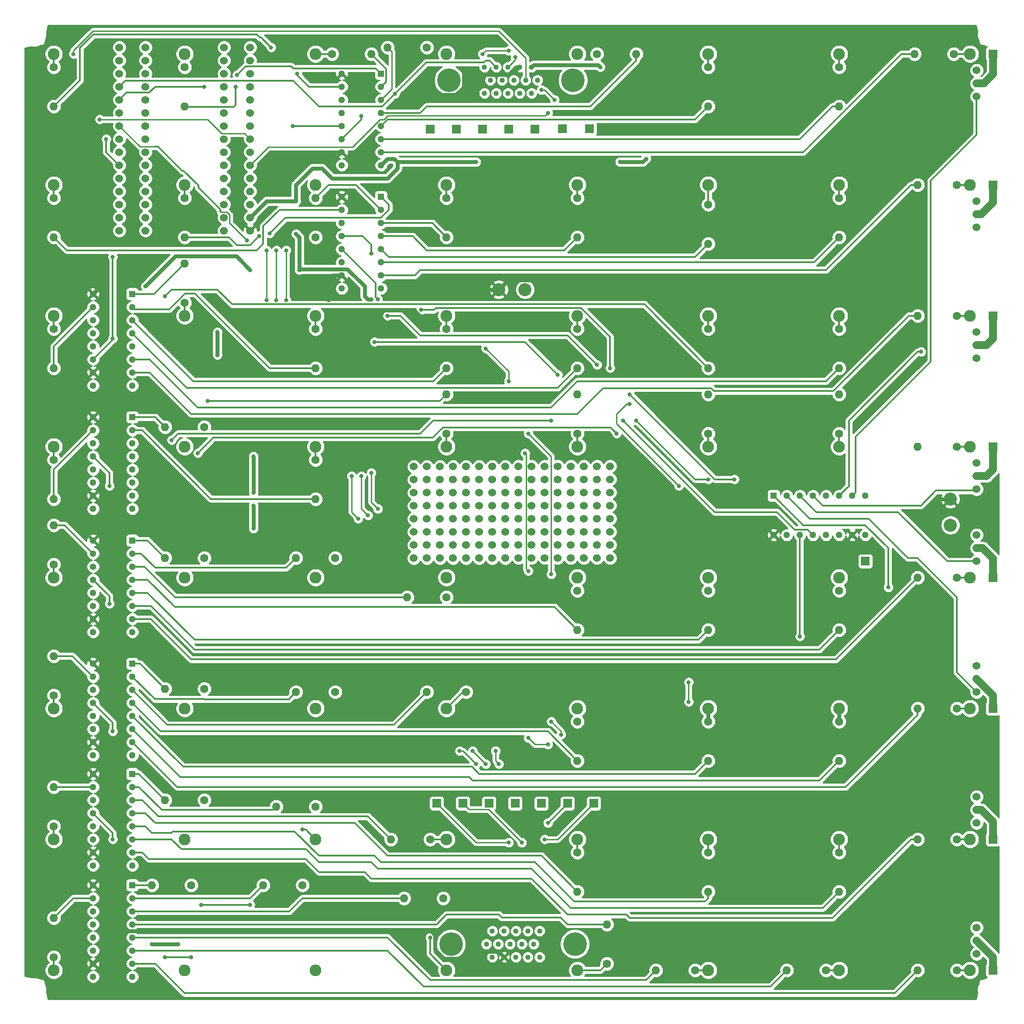
<source format=gbr>
%TF.GenerationSoftware,KiCad,Pcbnew,(5.1.6)-1*%
%TF.CreationDate,2020-12-07T00:16:01-06:00*%
%TF.ProjectId,led_cube,6c65645f-6375-4626-952e-6b696361645f,rev?*%
%TF.SameCoordinates,Original*%
%TF.FileFunction,Copper,L1,Top*%
%TF.FilePolarity,Positive*%
%FSLAX46Y46*%
G04 Gerber Fmt 4.6, Leading zero omitted, Abs format (unit mm)*
G04 Created by KiCad (PCBNEW (5.1.6)-1) date 2020-12-07 00:16:01*
%MOMM*%
%LPD*%
G01*
G04 APERTURE LIST*
%TA.AperFunction,ComponentPad*%
%ADD10C,1.524000*%
%TD*%
%TA.AperFunction,ComponentPad*%
%ADD11C,2.286000*%
%TD*%
%TA.AperFunction,ComponentPad*%
%ADD12O,1.600000X1.600000*%
%TD*%
%TA.AperFunction,ComponentPad*%
%ADD13C,1.600000*%
%TD*%
%TA.AperFunction,ComponentPad*%
%ADD14R,1.700000X1.700000*%
%TD*%
%TA.AperFunction,ComponentPad*%
%ADD15C,2.540000*%
%TD*%
%TA.AperFunction,ComponentPad*%
%ADD16C,4.572000*%
%TD*%
%TA.AperFunction,ComponentPad*%
%ADD17C,1.016000*%
%TD*%
%TA.AperFunction,ComponentPad*%
%ADD18R,1.295400X1.295400*%
%TD*%
%TA.AperFunction,ComponentPad*%
%ADD19C,1.295400*%
%TD*%
%TA.AperFunction,ViaPad*%
%ADD20C,0.800000*%
%TD*%
%TA.AperFunction,Conductor*%
%ADD21C,0.350000*%
%TD*%
%TA.AperFunction,Conductor*%
%ADD22C,0.250000*%
%TD*%
%TA.AperFunction,Conductor*%
%ADD23C,0.750000*%
%TD*%
%TA.AperFunction,Conductor*%
%ADD24C,1.500000*%
%TD*%
%TA.AperFunction,Conductor*%
%ADD25C,0.254000*%
%TD*%
G04 APERTURE END LIST*
D10*
%TO.P,fet1,3*%
%TO.N,GND*%
X240030000Y-187325000D03*
%TO.P,fet1,2*%
%TO.N,plane1*%
X240030000Y-189865000D03*
%TO.P,fet1,1*%
%TO.N,pg0*%
X240030000Y-192405000D03*
%TD*%
D11*
%TO.P,U1,0*%
%TO.N,Net-(R0-Pad1)*%
X60960000Y-17780000D03*
%TO.P,U1,1*%
%TO.N,Net-(R1-Pad1)*%
X86360000Y-17780000D03*
%TO.P,U1,2*%
%TO.N,Net-(R2-Pad1)*%
X111760000Y-17780000D03*
%TO.P,U1,3*%
%TO.N,Net-(R3-Pad1)*%
X137160000Y-17780000D03*
%TO.P,U1,4*%
%TO.N,Net-(R4-Pad1)*%
X162560000Y-17780000D03*
%TO.P,U1,5*%
%TO.N,Net-(R5-Pad1)*%
X187960000Y-17780000D03*
%TO.P,U1,6*%
%TO.N,Net-(R6-Pad1)*%
X213360000Y-17780000D03*
%TO.P,U1,7*%
%TO.N,Net-(R7-Pad1)*%
X238760000Y-17780000D03*
%TO.P,U1,8*%
%TO.N,Net-(R8-Pad1)*%
X60960000Y-43180000D03*
%TO.P,U1,9*%
%TO.N,Net-(R9-Pad1)*%
X86360000Y-43180000D03*
%TO.P,U1,10*%
%TO.N,Net-(R10-Pad1)*%
X111760000Y-43180000D03*
%TO.P,U1,11*%
%TO.N,Net-(R11-Pad1)*%
X137160000Y-43180000D03*
%TO.P,U1,12*%
%TO.N,Net-(R12-Pad1)*%
X162560000Y-43180000D03*
%TO.P,U1,13*%
%TO.N,Net-(R13-Pad1)*%
X187960000Y-43180000D03*
%TO.P,U1,14*%
%TO.N,Net-(R14-Pad1)*%
X213360000Y-43180000D03*
%TO.P,U1,15*%
%TO.N,Net-(R15-Pad1)*%
X238760000Y-43180000D03*
%TO.P,U1,16*%
%TO.N,Net-(R16-Pad1)*%
X60960000Y-68580000D03*
%TO.P,U1,17*%
%TO.N,Net-(R17-Pad1)*%
X86360000Y-68580000D03*
%TO.P,U1,18*%
%TO.N,Net-(R18-Pad1)*%
X111760000Y-68580000D03*
%TO.P,U1,19*%
%TO.N,Net-(R19-Pad1)*%
X137160000Y-68580000D03*
%TO.P,U1,20*%
%TO.N,Net-(R20-Pad1)*%
X162560000Y-68580000D03*
%TO.P,U1,21*%
%TO.N,Net-(R21-Pad1)*%
X187960000Y-68580000D03*
%TO.P,U1,22*%
%TO.N,Net-(R22-Pad1)*%
X213360000Y-68580000D03*
%TO.P,U1,23*%
%TO.N,Net-(R23-Pad1)*%
X238760000Y-68580000D03*
%TO.P,U1,24*%
%TO.N,Net-(R24-Pad1)*%
X60960000Y-93980000D03*
%TO.P,U1,25*%
%TO.N,Net-(R25-Pad1)*%
X86360000Y-93980000D03*
%TO.P,U1,26*%
%TO.N,Net-(R26-Pad1)*%
X111760000Y-93980000D03*
%TO.P,U1,27*%
%TO.N,Net-(R27-Pad1)*%
X137160000Y-93980000D03*
%TO.P,U1,28*%
%TO.N,Net-(R28-Pad1)*%
X162560000Y-93980000D03*
%TO.P,U1,29*%
%TO.N,Net-(R29-Pad1)*%
X187960000Y-93980000D03*
%TO.P,U1,30*%
%TO.N,Net-(R30-Pad1)*%
X213360000Y-93980000D03*
%TO.P,U1,31*%
%TO.N,Net-(R31-Pad1)*%
X238760000Y-93980000D03*
%TO.P,U1,32*%
%TO.N,Net-(R32-Pad1)*%
X60960000Y-119380000D03*
%TO.P,U1,33*%
%TO.N,Net-(R33-Pad1)*%
X86360000Y-119380000D03*
%TO.P,U1,34*%
%TO.N,Net-(R34-Pad1)*%
X111760000Y-119380000D03*
%TO.P,U1,35*%
%TO.N,Net-(R35-Pad1)*%
X137160000Y-119380000D03*
%TO.P,U1,36*%
%TO.N,Net-(R36-Pad1)*%
X162560000Y-119380000D03*
%TO.P,U1,37*%
%TO.N,Net-(R37-Pad1)*%
X187960000Y-119380000D03*
%TO.P,U1,38*%
%TO.N,Net-(R38-Pad1)*%
X213360000Y-119380000D03*
%TO.P,U1,39*%
%TO.N,Net-(R39-Pad1)*%
X238760000Y-119380000D03*
%TO.P,U1,40*%
%TO.N,Net-(R40-Pad1)*%
X60960000Y-144780000D03*
%TO.P,U1,41*%
%TO.N,Net-(R41-Pad1)*%
X86360000Y-144780000D03*
%TO.P,U1,42*%
%TO.N,Net-(R42-Pad1)*%
X111760000Y-144780000D03*
%TO.P,U1,43*%
%TO.N,Net-(R43-Pad1)*%
X137160000Y-144780000D03*
%TO.P,U1,44*%
%TO.N,Net-(R44-Pad1)*%
X162560000Y-144780000D03*
%TO.P,U1,45*%
%TO.N,Net-(R45-Pad1)*%
X187960000Y-144780000D03*
%TO.P,U1,46*%
%TO.N,Net-(R46-Pad1)*%
X213360000Y-144780000D03*
%TO.P,U1,47*%
%TO.N,Net-(R47-Pad1)*%
X238760000Y-144780000D03*
%TO.P,U1,48*%
%TO.N,Net-(R48-Pad1)*%
X60960000Y-170180000D03*
%TO.P,U1,49*%
%TO.N,Net-(R49-Pad1)*%
X86360000Y-170180000D03*
%TO.P,U1,50*%
%TO.N,Net-(R50-Pad1)*%
X111760000Y-170180000D03*
%TO.P,U1,51*%
%TO.N,Net-(R51-Pad1)*%
X137160000Y-170180000D03*
%TO.P,U1,52*%
%TO.N,Net-(R52-Pad1)*%
X162560000Y-170180000D03*
%TO.P,U1,53*%
%TO.N,Net-(R53-Pad1)*%
X187960000Y-170180000D03*
%TO.P,U1,54*%
%TO.N,Net-(R54-Pad1)*%
X213360000Y-170180000D03*
%TO.P,U1,55*%
%TO.N,Net-(R55-Pad1)*%
X238760000Y-170180000D03*
%TO.P,U1,56*%
%TO.N,Net-(R56-Pad1)*%
X60960000Y-195580000D03*
%TO.P,U1,57*%
%TO.N,Net-(R57-Pad1)*%
X86360000Y-195580000D03*
%TO.P,U1,58*%
%TO.N,Net-(R58-Pad1)*%
X111760000Y-195580000D03*
%TO.P,U1,59*%
%TO.N,Net-(R59-Pad1)*%
X137160000Y-195580000D03*
%TO.P,U1,60*%
%TO.N,Net-(R60-Pad1)*%
X162560000Y-195580000D03*
%TO.P,U1,61*%
%TO.N,Net-(R61-Pad1)*%
X187960000Y-195580000D03*
%TO.P,U1,62*%
%TO.N,Net-(R62-Pad1)*%
X213360000Y-195580000D03*
%TO.P,U1,63*%
%TO.N,Net-(R63-Pad1)*%
X238760000Y-195580000D03*
%TD*%
D10*
%TO.P,_8,_*%
%TO.N,Net-(_8-Pad_)*%
X148570000Y-97850000D03*
X148570000Y-100390000D03*
X148570000Y-102930000D03*
X148570000Y-105470000D03*
X146030000Y-97850000D03*
X146030000Y-100390000D03*
X146030000Y-102930000D03*
X146030000Y-105470000D03*
X143490000Y-97850000D03*
X140950000Y-97850000D03*
X143490000Y-100390000D03*
X143490000Y-102930000D03*
X143490000Y-105470000D03*
X140950000Y-100390000D03*
X140950000Y-102930000D03*
X140950000Y-105470000D03*
%TD*%
%TO.P,_7,_*%
%TO.N,Net-(_7-Pad_)*%
X138430000Y-97850000D03*
X138430000Y-100390000D03*
X138430000Y-102930000D03*
X138430000Y-105470000D03*
X135890000Y-97850000D03*
X135890000Y-100390000D03*
X135890000Y-102930000D03*
X135890000Y-105470000D03*
X133350000Y-97850000D03*
X130810000Y-97850000D03*
X133350000Y-100390000D03*
X133350000Y-102930000D03*
X133350000Y-105470000D03*
X130810000Y-100390000D03*
X130810000Y-102930000D03*
X130810000Y-105470000D03*
%TD*%
%TO.P,_6,_*%
%TO.N,Net-(_6-Pad_)*%
X148570000Y-107990000D03*
X148570000Y-110530000D03*
X148570000Y-113070000D03*
X148570000Y-115610000D03*
X146030000Y-107990000D03*
X146030000Y-110530000D03*
X146030000Y-113070000D03*
X146030000Y-115610000D03*
X143490000Y-107990000D03*
X140950000Y-107990000D03*
X143490000Y-110530000D03*
X143490000Y-113070000D03*
X143490000Y-115610000D03*
X140950000Y-110530000D03*
X140950000Y-113070000D03*
X140950000Y-115610000D03*
%TD*%
%TO.P,_5,_*%
%TO.N,Net-(_5-Pad_)*%
X138430000Y-107990000D03*
X138430000Y-110530000D03*
X138430000Y-113070000D03*
X138430000Y-115610000D03*
X135890000Y-107990000D03*
X135890000Y-110530000D03*
X135890000Y-113070000D03*
X135890000Y-115610000D03*
X133350000Y-107990000D03*
X130810000Y-107990000D03*
X133350000Y-110530000D03*
X133350000Y-113070000D03*
X133350000Y-115610000D03*
X130810000Y-110530000D03*
X130810000Y-113070000D03*
X130810000Y-115610000D03*
%TD*%
%TO.P,_4,_*%
%TO.N,Net-(_4-Pad_)*%
X168890000Y-107970000D03*
X168890000Y-110510000D03*
X168890000Y-113050000D03*
X168890000Y-115590000D03*
X166350000Y-107970000D03*
X166350000Y-110510000D03*
X166350000Y-113050000D03*
X166350000Y-115590000D03*
X163810000Y-107970000D03*
X161270000Y-107970000D03*
X163810000Y-110510000D03*
X163810000Y-113050000D03*
X163810000Y-115590000D03*
X161270000Y-110510000D03*
X161270000Y-113050000D03*
X161270000Y-115590000D03*
%TD*%
%TO.P,_3,_*%
%TO.N,Net-(_3-Pad_)*%
X158750000Y-107970000D03*
X158750000Y-110510000D03*
X158750000Y-113050000D03*
X158750000Y-115590000D03*
X156210000Y-107970000D03*
X156210000Y-110510000D03*
X156210000Y-113050000D03*
X156210000Y-115590000D03*
X153670000Y-107970000D03*
X151130000Y-107970000D03*
X153670000Y-110510000D03*
X153670000Y-113050000D03*
X153670000Y-115590000D03*
X151130000Y-110510000D03*
X151130000Y-113050000D03*
X151130000Y-115590000D03*
%TD*%
%TO.P,_2,_*%
%TO.N,Net-(_2-Pad_)*%
X168910000Y-97790000D03*
X168910000Y-100330000D03*
X168910000Y-102870000D03*
X168910000Y-105410000D03*
X166370000Y-97790000D03*
X166370000Y-100330000D03*
X166370000Y-102870000D03*
X166370000Y-105410000D03*
X163830000Y-97790000D03*
X161290000Y-97790000D03*
X163830000Y-100330000D03*
X163830000Y-102870000D03*
X163830000Y-105410000D03*
X161290000Y-100330000D03*
X161290000Y-102870000D03*
X161290000Y-105410000D03*
%TD*%
%TO.P,_1,_*%
%TO.N,Net-(_1-Pad_)*%
X158750000Y-97790000D03*
X158750000Y-100330000D03*
X158750000Y-102870000D03*
X158750000Y-105410000D03*
X156210000Y-97790000D03*
X156210000Y-100330000D03*
X156210000Y-102870000D03*
X156210000Y-105410000D03*
X153670000Y-97790000D03*
X151130000Y-97790000D03*
X153670000Y-100330000D03*
X153670000Y-102870000D03*
X153670000Y-105410000D03*
X151130000Y-100330000D03*
X151130000Y-102870000D03*
X151130000Y-105410000D03*
%TD*%
D12*
%TO.P,R63,2*%
%TO.N,led63*%
X228600000Y-195580000D03*
D13*
%TO.P,R63,1*%
%TO.N,Net-(R63-Pad1)*%
X236220000Y-195580000D03*
%TD*%
D12*
%TO.P,R62,2*%
%TO.N,led62*%
X203200000Y-195580000D03*
D13*
%TO.P,R62,1*%
%TO.N,Net-(R62-Pad1)*%
X210820000Y-195580000D03*
%TD*%
D12*
%TO.P,R61,2*%
%TO.N,led61*%
X177800000Y-195580000D03*
D13*
%TO.P,R61,1*%
%TO.N,Net-(R61-Pad1)*%
X185420000Y-195580000D03*
%TD*%
D12*
%TO.P,R60,2*%
%TO.N,led60*%
X168275000Y-186690000D03*
D13*
%TO.P,R60,1*%
%TO.N,Net-(R60-Pad1)*%
X168275000Y-194310000D03*
%TD*%
D12*
%TO.P,R59,2*%
%TO.N,led59*%
X128905000Y-181610000D03*
D13*
%TO.P,R59,1*%
%TO.N,Net-(R59-Pad1)*%
X136525000Y-181610000D03*
%TD*%
D12*
%TO.P,R58,2*%
%TO.N,led58*%
X101600000Y-179070000D03*
D13*
%TO.P,R58,1*%
%TO.N,Net-(R58-Pad1)*%
X109220000Y-179070000D03*
%TD*%
D12*
%TO.P,R57,2*%
%TO.N,led57*%
X80010000Y-179070000D03*
D13*
%TO.P,R57,1*%
%TO.N,Net-(R57-Pad1)*%
X87630000Y-179070000D03*
%TD*%
D12*
%TO.P,R56,2*%
%TO.N,led56*%
X60960000Y-185420000D03*
D13*
%TO.P,R56,1*%
%TO.N,Net-(R56-Pad1)*%
X60960000Y-193040000D03*
%TD*%
D12*
%TO.P,R55,2*%
%TO.N,led55*%
X228600000Y-170180000D03*
D13*
%TO.P,R55,1*%
%TO.N,Net-(R55-Pad1)*%
X236220000Y-170180000D03*
%TD*%
D12*
%TO.P,R54,2*%
%TO.N,led54*%
X213360000Y-180340000D03*
D13*
%TO.P,R54,1*%
%TO.N,Net-(R54-Pad1)*%
X213360000Y-172720000D03*
%TD*%
D12*
%TO.P,R53,2*%
%TO.N,led53*%
X187960000Y-180340000D03*
D13*
%TO.P,R53,1*%
%TO.N,Net-(R53-Pad1)*%
X187960000Y-172720000D03*
%TD*%
D12*
%TO.P,R52,2*%
%TO.N,led52*%
X162560000Y-180340000D03*
D13*
%TO.P,R52,1*%
%TO.N,Net-(R52-Pad1)*%
X162560000Y-172720000D03*
%TD*%
D12*
%TO.P,R51,2*%
%TO.N,led51*%
X126365000Y-170180000D03*
D13*
%TO.P,R51,1*%
%TO.N,Net-(R51-Pad1)*%
X133985000Y-170180000D03*
%TD*%
D12*
%TO.P,R50,2*%
%TO.N,led50*%
X104140000Y-163830000D03*
D13*
%TO.P,R50,1*%
%TO.N,Net-(R50-Pad1)*%
X111760000Y-163830000D03*
%TD*%
D12*
%TO.P,R49,2*%
%TO.N,led49*%
X82550000Y-162560000D03*
D13*
%TO.P,R49,1*%
%TO.N,Net-(R49-Pad1)*%
X90170000Y-162560000D03*
%TD*%
D12*
%TO.P,R48,2*%
%TO.N,led48*%
X60960000Y-160020000D03*
D13*
%TO.P,R48,1*%
%TO.N,Net-(R48-Pad1)*%
X60960000Y-167640000D03*
%TD*%
D12*
%TO.P,R47,2*%
%TO.N,led47*%
X228600000Y-144780000D03*
D13*
%TO.P,R47,1*%
%TO.N,Net-(R47-Pad1)*%
X236220000Y-144780000D03*
%TD*%
D12*
%TO.P,R46,2*%
%TO.N,led46*%
X213360000Y-154940000D03*
D13*
%TO.P,R46,1*%
%TO.N,Net-(R46-Pad1)*%
X213360000Y-147320000D03*
%TD*%
D12*
%TO.P,R45,2*%
%TO.N,led45*%
X187960000Y-154940000D03*
D13*
%TO.P,R45,1*%
%TO.N,Net-(R45-Pad1)*%
X187960000Y-147320000D03*
%TD*%
D12*
%TO.P,R44,2*%
%TO.N,led44*%
X162560000Y-154940000D03*
D13*
%TO.P,R44,1*%
%TO.N,Net-(R44-Pad1)*%
X162560000Y-147320000D03*
%TD*%
D12*
%TO.P,R43,2*%
%TO.N,led43*%
X133350000Y-141605000D03*
D13*
%TO.P,R43,1*%
%TO.N,Net-(R43-Pad1)*%
X140970000Y-141605000D03*
%TD*%
D12*
%TO.P,R42,2*%
%TO.N,led42*%
X107950000Y-141605000D03*
D13*
%TO.P,R42,1*%
%TO.N,Net-(R42-Pad1)*%
X115570000Y-141605000D03*
%TD*%
D12*
%TO.P,R41,2*%
%TO.N,led41*%
X82550000Y-140970000D03*
D13*
%TO.P,R41,1*%
%TO.N,Net-(R41-Pad1)*%
X90170000Y-140970000D03*
%TD*%
D12*
%TO.P,R40,2*%
%TO.N,led40*%
X60960000Y-134620000D03*
D13*
%TO.P,R40,1*%
%TO.N,Net-(R40-Pad1)*%
X60960000Y-142240000D03*
%TD*%
D12*
%TO.P,R39,2*%
%TO.N,led39*%
X228600000Y-119380000D03*
D13*
%TO.P,R39,1*%
%TO.N,Net-(R39-Pad1)*%
X236220000Y-119380000D03*
%TD*%
D12*
%TO.P,R38,2*%
%TO.N,led38*%
X213360000Y-129540000D03*
D13*
%TO.P,R38,1*%
%TO.N,Net-(R38-Pad1)*%
X213360000Y-121920000D03*
%TD*%
D12*
%TO.P,R37,2*%
%TO.N,led37*%
X187960000Y-129540000D03*
D13*
%TO.P,R37,1*%
%TO.N,Net-(R37-Pad1)*%
X187960000Y-121920000D03*
%TD*%
D12*
%TO.P,R36,2*%
%TO.N,led36*%
X162560000Y-129540000D03*
D13*
%TO.P,R36,1*%
%TO.N,Net-(R36-Pad1)*%
X162560000Y-121920000D03*
%TD*%
D12*
%TO.P,R35,2*%
%TO.N,led35*%
X129540000Y-123190000D03*
D13*
%TO.P,R35,1*%
%TO.N,Net-(R35-Pad1)*%
X137160000Y-123190000D03*
%TD*%
D12*
%TO.P,R34,2*%
%TO.N,led34*%
X107950000Y-115570000D03*
D13*
%TO.P,R34,1*%
%TO.N,Net-(R34-Pad1)*%
X115570000Y-115570000D03*
%TD*%
D12*
%TO.P,R33,2*%
%TO.N,led33*%
X82550000Y-115570000D03*
D13*
%TO.P,R33,1*%
%TO.N,Net-(R33-Pad1)*%
X90170000Y-115570000D03*
%TD*%
D12*
%TO.P,R32,2*%
%TO.N,led32*%
X60960000Y-109220000D03*
D13*
%TO.P,R32,1*%
%TO.N,Net-(R32-Pad1)*%
X60960000Y-116840000D03*
%TD*%
D12*
%TO.P,R31,2*%
%TO.N,led31*%
X228600000Y-93980000D03*
D13*
%TO.P,R31,1*%
%TO.N,Net-(R31-Pad1)*%
X236220000Y-93980000D03*
%TD*%
D12*
%TO.P,R30,2*%
%TO.N,led30*%
X213360000Y-83820000D03*
D13*
%TO.P,R30,1*%
%TO.N,Net-(R30-Pad1)*%
X213360000Y-91440000D03*
%TD*%
D12*
%TO.P,R29,2*%
%TO.N,led29*%
X187960000Y-83820000D03*
D13*
%TO.P,R29,1*%
%TO.N,Net-(R29-Pad1)*%
X187960000Y-91440000D03*
%TD*%
D12*
%TO.P,R28,2*%
%TO.N,led28*%
X162560000Y-83820000D03*
D13*
%TO.P,R28,1*%
%TO.N,Net-(R28-Pad1)*%
X162560000Y-91440000D03*
%TD*%
D12*
%TO.P,R27,2*%
%TO.N,led27*%
X137160000Y-83820000D03*
D13*
%TO.P,R27,1*%
%TO.N,Net-(R27-Pad1)*%
X137160000Y-91440000D03*
%TD*%
D12*
%TO.P,R26,2*%
%TO.N,led26*%
X111760000Y-104140000D03*
D13*
%TO.P,R26,1*%
%TO.N,Net-(R26-Pad1)*%
X111760000Y-96520000D03*
%TD*%
D12*
%TO.P,R25,2*%
%TO.N,led25*%
X82550000Y-90170000D03*
D13*
%TO.P,R25,1*%
%TO.N,Net-(R25-Pad1)*%
X90170000Y-90170000D03*
%TD*%
D12*
%TO.P,R24,2*%
%TO.N,led24*%
X60960000Y-104140000D03*
D13*
%TO.P,R24,1*%
%TO.N,Net-(R24-Pad1)*%
X60960000Y-96520000D03*
%TD*%
D12*
%TO.P,R23,2*%
%TO.N,led23*%
X228600000Y-68580000D03*
D13*
%TO.P,R23,1*%
%TO.N,Net-(R23-Pad1)*%
X236220000Y-68580000D03*
%TD*%
D12*
%TO.P,R22,2*%
%TO.N,led22*%
X213360000Y-78740000D03*
D13*
%TO.P,R22,1*%
%TO.N,Net-(R22-Pad1)*%
X213360000Y-71120000D03*
%TD*%
D12*
%TO.P,R21,2*%
%TO.N,led21*%
X187960000Y-78740000D03*
D13*
%TO.P,R21,1*%
%TO.N,Net-(R21-Pad1)*%
X187960000Y-71120000D03*
%TD*%
D12*
%TO.P,R20,2*%
%TO.N,led20*%
X162560000Y-78740000D03*
D13*
%TO.P,R20,1*%
%TO.N,Net-(R20-Pad1)*%
X162560000Y-71120000D03*
%TD*%
D12*
%TO.P,R19,2*%
%TO.N,led19*%
X137160000Y-78740000D03*
D13*
%TO.P,R19,1*%
%TO.N,Net-(R19-Pad1)*%
X137160000Y-71120000D03*
%TD*%
D12*
%TO.P,R18,2*%
%TO.N,led18*%
X111760000Y-78740000D03*
D13*
%TO.P,R18,1*%
%TO.N,Net-(R18-Pad1)*%
X111760000Y-71120000D03*
%TD*%
D12*
%TO.P,R17,2*%
%TO.N,led17*%
X86360000Y-58420000D03*
D13*
%TO.P,R17,1*%
%TO.N,Net-(R17-Pad1)*%
X86360000Y-66040000D03*
%TD*%
D12*
%TO.P,R16,2*%
%TO.N,led16*%
X60960000Y-78740000D03*
D13*
%TO.P,R16,1*%
%TO.N,Net-(R16-Pad1)*%
X60960000Y-71120000D03*
%TD*%
D12*
%TO.P,R15,2*%
%TO.N,led15*%
X228600000Y-43180000D03*
D13*
%TO.P,R15,1*%
%TO.N,Net-(R15-Pad1)*%
X236220000Y-43180000D03*
%TD*%
D12*
%TO.P,R14,2*%
%TO.N,led14*%
X213360000Y-53340000D03*
D13*
%TO.P,R14,1*%
%TO.N,Net-(R14-Pad1)*%
X213360000Y-45720000D03*
%TD*%
D12*
%TO.P,R13,2*%
%TO.N,led13*%
X187960000Y-54610000D03*
D13*
%TO.P,R13,1*%
%TO.N,Net-(R13-Pad1)*%
X187960000Y-46990000D03*
%TD*%
D12*
%TO.P,R12,2*%
%TO.N,led12*%
X162560000Y-53340000D03*
D13*
%TO.P,R12,1*%
%TO.N,Net-(R12-Pad1)*%
X162560000Y-45720000D03*
%TD*%
D12*
%TO.P,R11,2*%
%TO.N,led11*%
X137160000Y-53340000D03*
D13*
%TO.P,R11,1*%
%TO.N,Net-(R11-Pad1)*%
X137160000Y-45720000D03*
%TD*%
D12*
%TO.P,R10,2*%
%TO.N,led10*%
X111760000Y-45720000D03*
D13*
%TO.P,R10,1*%
%TO.N,Net-(R10-Pad1)*%
X111760000Y-53340000D03*
%TD*%
D12*
%TO.P,R9,2*%
%TO.N,led9*%
X86360000Y-53340000D03*
D13*
%TO.P,R9,1*%
%TO.N,Net-(R9-Pad1)*%
X86360000Y-45720000D03*
%TD*%
D12*
%TO.P,R8,2*%
%TO.N,led8*%
X60960000Y-53340000D03*
D13*
%TO.P,R8,1*%
%TO.N,Net-(R8-Pad1)*%
X60960000Y-45720000D03*
%TD*%
D12*
%TO.P,R7,2*%
%TO.N,led7*%
X227965000Y-17780000D03*
D13*
%TO.P,R7,1*%
%TO.N,Net-(R7-Pad1)*%
X235585000Y-17780000D03*
%TD*%
D12*
%TO.P,R6,2*%
%TO.N,led6*%
X213360000Y-27940000D03*
D13*
%TO.P,R6,1*%
%TO.N,Net-(R6-Pad1)*%
X213360000Y-20320000D03*
%TD*%
D12*
%TO.P,R5,2*%
%TO.N,led5*%
X187960000Y-27940000D03*
D13*
%TO.P,R5,1*%
%TO.N,Net-(R5-Pad1)*%
X187960000Y-20320000D03*
%TD*%
D12*
%TO.P,R4,2*%
%TO.N,led4*%
X173990000Y-17780000D03*
D13*
%TO.P,R4,1*%
%TO.N,Net-(R4-Pad1)*%
X166370000Y-17780000D03*
%TD*%
D12*
%TO.P,R3,2*%
%TO.N,led3*%
X125730000Y-16510000D03*
D13*
%TO.P,R3,1*%
%TO.N,Net-(R3-Pad1)*%
X133350000Y-16510000D03*
%TD*%
D12*
%TO.P,R2,2*%
%TO.N,led2*%
X122555000Y-17780000D03*
D13*
%TO.P,R2,1*%
%TO.N,Net-(R2-Pad1)*%
X114935000Y-17780000D03*
%TD*%
D12*
%TO.P,R1,2*%
%TO.N,led1*%
X86360000Y-27940000D03*
D13*
%TO.P,R1,1*%
%TO.N,Net-(R1-Pad1)*%
X86360000Y-20320000D03*
%TD*%
D10*
%TO.P,fet8,3*%
%TO.N,GND*%
X240030000Y-20955000D03*
%TO.P,fet8,2*%
%TO.N,plane8*%
X240030000Y-23495000D03*
%TO.P,fet8,1*%
%TO.N,pg7*%
X240030000Y-26035000D03*
%TD*%
%TO.P,fet7,3*%
%TO.N,GND*%
X240030000Y-46355000D03*
%TO.P,fet7,2*%
%TO.N,plane7*%
X240030000Y-48895000D03*
%TO.P,fet7,1*%
%TO.N,pg6*%
X240030000Y-51435000D03*
%TD*%
%TO.P,fet6,3*%
%TO.N,GND*%
X240030000Y-71755000D03*
%TO.P,fet6,2*%
%TO.N,plane6*%
X240030000Y-74295000D03*
%TO.P,fet6,1*%
%TO.N,pg5*%
X240030000Y-76835000D03*
%TD*%
%TO.P,fet5,3*%
%TO.N,GND*%
X240030000Y-97155000D03*
%TO.P,fet5,2*%
%TO.N,plane5*%
X240030000Y-99695000D03*
%TO.P,fet5,1*%
%TO.N,pg4*%
X240030000Y-102235000D03*
%TD*%
%TO.P,fet4,3*%
%TO.N,GND*%
X240030000Y-111125000D03*
%TO.P,fet4,2*%
%TO.N,plane4*%
X240030000Y-113665000D03*
%TO.P,fet4,1*%
%TO.N,pg3*%
X240030000Y-116205000D03*
%TD*%
%TO.P,fet3,3*%
%TO.N,GND*%
X240030000Y-136525000D03*
%TO.P,fet3,2*%
%TO.N,plane3*%
X240030000Y-139065000D03*
%TO.P,fet3,1*%
%TO.N,pg2*%
X240030000Y-141605000D03*
%TD*%
%TO.P,fet2,3*%
%TO.N,GND*%
X240030000Y-161925000D03*
%TO.P,fet2,2*%
%TO.N,plane2*%
X240030000Y-164465000D03*
%TO.P,fet2,1*%
%TO.N,pg1*%
X240030000Y-167005000D03*
%TD*%
D14*
%TO.P,QH'_EX1,1*%
%TO.N,Net-(QH'_EX1-Pad1)*%
X218440000Y-116205000D03*
%TD*%
D15*
%TO.P,power_extern1,2*%
%TO.N,+5V*%
X234950000Y-104140000D03*
%TO.P,power_extern1,1*%
%TO.N,GND*%
X234950000Y-109220000D03*
%TD*%
D14*
%TO.P,plane8,1*%
%TO.N,plane8*%
X243205000Y-17780000D03*
%TD*%
%TO.P,plane7,1*%
%TO.N,plane7*%
X243205000Y-43180000D03*
%TD*%
%TO.P,plane6,1*%
%TO.N,plane6*%
X243205000Y-68580000D03*
%TD*%
%TO.P,plane5,1*%
%TO.N,plane5*%
X243205000Y-93980000D03*
%TD*%
%TO.P,plane4,1*%
%TO.N,plane4*%
X243205000Y-119380000D03*
%TD*%
%TO.P,plane3,1*%
%TO.N,plane3*%
X243205000Y-144780000D03*
%TD*%
%TO.P,plane2,1*%
%TO.N,plane2*%
X243205000Y-170180000D03*
%TD*%
%TO.P,plane1,1*%
%TO.N,plane1*%
X243205000Y-195580000D03*
%TD*%
D16*
%TO.P,Controller2, *%
%TO.N,N/C*%
X161685000Y-22860000D03*
X137640000Y-22860000D03*
D17*
%TO.P,Controller2,15*%
%TO.N,Net-(C2EX7-Pad1)*%
X144510000Y-25400000D03*
%TO.P,Controller2,14*%
%TO.N,Net-(C2EX6-Pad1)*%
X146800000Y-25400000D03*
%TO.P,Controller2,13*%
%TO.N,Net-(C2EX5-Pad1)*%
X149090000Y-25400000D03*
%TO.P,Controller2,12*%
%TO.N,Net-(C2EX4-Pad1)*%
X151380000Y-25400000D03*
%TO.P,Controller2,11*%
%TO.N,Net-(C2EX3-Pad1)*%
X153670000Y-25400000D03*
%TO.P,Controller2,10*%
%TO.N,Net-(C2EX2-Pad1)*%
X145655000Y-22860000D03*
%TO.P,Controller2,9*%
%TO.N,Net-(C2EX1-Pad1)*%
X147945000Y-22860000D03*
%TO.P,Controller2,8*%
%TO.N,BUTTON_WATCH2*%
X150235000Y-22860000D03*
%TO.P,Controller2,7*%
%TO.N,JOY_V2*%
X152525000Y-22860000D03*
%TO.P,Controller2,6*%
%TO.N,JOY_H2*%
X154815000Y-22860000D03*
%TO.P,Controller2,5*%
%TO.N,BUTTON_LATCH*%
X144510000Y-20320000D03*
%TO.P,Controller2,4*%
%TO.N,BUTTON_DATA*%
X146800000Y-20320000D03*
%TO.P,Controller2,3*%
%TO.N,BUTTON_CLOCK*%
X149090000Y-20320000D03*
%TO.P,Controller2,2*%
%TO.N,+5V*%
X151380000Y-20320000D03*
%TO.P,Controller2,1*%
%TO.N,GND*%
X153670000Y-20320000D03*
%TD*%
D16*
%TO.P,Controller1, *%
%TO.N,N/C*%
X138035000Y-190500000D03*
X162080000Y-190500000D03*
D17*
%TO.P,Controller1,15*%
%TO.N,Net-(C1EX7-Pad1)*%
X155210000Y-187960000D03*
%TO.P,Controller1,14*%
%TO.N,Net-(C1EX6-Pad1)*%
X152920000Y-187960000D03*
%TO.P,Controller1,13*%
%TO.N,Net-(C1EX5-Pad1)*%
X150630000Y-187960000D03*
%TO.P,Controller1,12*%
%TO.N,Net-(C1EX4-Pad1)*%
X148340000Y-187960000D03*
%TO.P,Controller1,11*%
%TO.N,Net-(C1EX3-Pad1)*%
X146050000Y-187960000D03*
%TO.P,Controller1,10*%
%TO.N,Net-(C1EX2-Pad1)*%
X154065000Y-190500000D03*
%TO.P,Controller1,9*%
%TO.N,Net-(C1EX1-Pad1)*%
X151775000Y-190500000D03*
%TO.P,Controller1,8*%
%TO.N,BUTTON_WATCH1*%
X149485000Y-190500000D03*
%TO.P,Controller1,7*%
%TO.N,JOY_V1*%
X147195000Y-190500000D03*
%TO.P,Controller1,6*%
%TO.N,JOY_H1*%
X144905000Y-190500000D03*
%TO.P,Controller1,5*%
%TO.N,BUTTON_LATCH*%
X155210000Y-193040000D03*
%TO.P,Controller1,4*%
%TO.N,BUTTON_DATA*%
X152920000Y-193040000D03*
%TO.P,Controller1,3*%
%TO.N,BUTTON_CLOCK*%
X150630000Y-193040000D03*
%TO.P,Controller1,2*%
%TO.N,+5V*%
X148340000Y-193040000D03*
%TO.P,Controller1,1*%
%TO.N,GND*%
X146050000Y-193040000D03*
%TD*%
D14*
%TO.P,C2EX7,1*%
%TO.N,Net-(C2EX7-Pad1)*%
X133985000Y-32385000D03*
%TD*%
%TO.P,C2EX6,1*%
%TO.N,Net-(C2EX6-Pad1)*%
X139065000Y-32385000D03*
%TD*%
%TO.P,C2EX5,1*%
%TO.N,Net-(C2EX5-Pad1)*%
X144145000Y-32385000D03*
%TD*%
%TO.P,C2EX4,1*%
%TO.N,Net-(C2EX4-Pad1)*%
X149225000Y-32385000D03*
%TD*%
%TO.P,C2EX3,1*%
%TO.N,Net-(C2EX3-Pad1)*%
X154305000Y-32385000D03*
%TD*%
%TO.P,C2EX2,1*%
%TO.N,Net-(C2EX2-Pad1)*%
X159620000Y-32285000D03*
%TD*%
%TO.P,C2EX1,1*%
%TO.N,Net-(C2EX1-Pad1)*%
X164905000Y-32285000D03*
%TD*%
%TO.P,C1EX7,1*%
%TO.N,Net-(C1EX7-Pad1)*%
X165735000Y-163195000D03*
%TD*%
%TO.P,C1EX6,1*%
%TO.N,Net-(C1EX6-Pad1)*%
X160655000Y-163195000D03*
%TD*%
%TO.P,C1EX5,1*%
%TO.N,Net-(C1EX5-Pad1)*%
X155575000Y-163195000D03*
%TD*%
%TO.P,C1EX4,1*%
%TO.N,Net-(C1EX4-Pad1)*%
X150495000Y-163195000D03*
%TD*%
%TO.P,C1EX3,1*%
%TO.N,Net-(C1EX3-Pad1)*%
X145415000Y-163195000D03*
%TD*%
%TO.P,C1EX2,1*%
%TO.N,Net-(C1EX2-Pad1)*%
X140335000Y-163195000D03*
%TD*%
%TO.P,C1EX1,1*%
%TO.N,Net-(C1EX1-Pad1)*%
X135255000Y-163195000D03*
%TD*%
D10*
%TO.P,A2,30*%
%TO.N,N/C*%
X93980000Y-52070000D03*
%TO.P,A2,29*%
X93980000Y-49530000D03*
%TO.P,A2,28*%
X93980000Y-46990000D03*
%TO.P,A2,27*%
X93980000Y-44450000D03*
%TO.P,A2,26*%
X93980000Y-41910000D03*
%TO.P,A2,25*%
X93980000Y-39370000D03*
%TO.P,A2,24*%
X93980000Y-36830000D03*
%TO.P,A2,23*%
X93980000Y-34290000D03*
%TO.P,A2,22*%
X93980000Y-31750000D03*
%TO.P,A2,21*%
X93980000Y-29210000D03*
%TO.P,A2,20*%
X93980000Y-26670000D03*
%TO.P,A2,19*%
X93980000Y-24130000D03*
%TO.P,A2,18*%
X93980000Y-21590000D03*
%TO.P,A2,17*%
X93980000Y-19050000D03*
%TO.P,A2,16*%
X93980000Y-16510000D03*
%TO.P,A2,15*%
X78740000Y-16510000D03*
%TO.P,A2,14*%
X78740000Y-19050000D03*
%TO.P,A2,13*%
X78740000Y-21590000D03*
%TO.P,A2,12*%
X78740000Y-24130000D03*
%TO.P,A2,11*%
X78740000Y-26670000D03*
%TO.P,A2,10*%
X78740000Y-29210000D03*
%TO.P,A2,9*%
X78740000Y-31750000D03*
%TO.P,A2,8*%
X78740000Y-34290000D03*
%TO.P,A2,7*%
X78740000Y-36830000D03*
%TO.P,A2,6*%
X78740000Y-39370000D03*
%TO.P,A2,5*%
X78740000Y-41910000D03*
%TO.P,A2,4*%
X78740000Y-44450000D03*
%TO.P,A2,3*%
X78740000Y-46990000D03*
%TO.P,A2,2*%
X78740000Y-49530000D03*
%TO.P,A2,1*%
X78740000Y-52070000D03*
%TD*%
%TO.P,A1,30*%
%TO.N,+5V*%
X99060000Y-52070000D03*
%TO.P,A1,29*%
%TO.N,GND*%
X99060000Y-49530000D03*
%TO.P,A1,28*%
%TO.N,N/C*%
X99060000Y-46990000D03*
%TO.P,A1,27*%
X99060000Y-44450000D03*
%TO.P,A1,26*%
%TO.N,JOY_H1*%
X99060000Y-41910000D03*
%TO.P,A1,25*%
%TO.N,JOY_H2*%
X99060000Y-39370000D03*
%TO.P,A1,24*%
%TO.N,JOY_V1*%
X99060000Y-36830000D03*
%TO.P,A1,23*%
%TO.N,JOY_V2*%
X99060000Y-34290000D03*
%TO.P,A1,22*%
%TO.N,N/C*%
X99060000Y-31750000D03*
%TO.P,A1,21*%
X99060000Y-29210000D03*
%TO.P,A1,20*%
X99060000Y-26670000D03*
%TO.P,A1,19*%
X99060000Y-24130000D03*
%TO.P,A1,18*%
X99060000Y-21590000D03*
%TO.P,A1,17*%
X99060000Y-19050000D03*
%TO.P,A1,16*%
%TO.N,srclk*%
X99060000Y-16510000D03*
%TO.P,A1,15*%
%TO.N,N/C*%
X73660000Y-16510000D03*
%TO.P,A1,14*%
%TO.N,data*%
X73660000Y-19050000D03*
%TO.P,A1,13*%
%TO.N,N/C*%
X73660000Y-21590000D03*
%TO.P,A1,12*%
%TO.N,BUTTON_DATA*%
X73660000Y-24130000D03*
%TO.P,A1,11*%
%TO.N,BUTTON_LATCH*%
X73660000Y-26670000D03*
%TO.P,A1,10*%
%TO.N,BUTTON_CLOCK*%
X73660000Y-29210000D03*
%TO.P,A1,9*%
%TO.N,BUTTON_WATCH1*%
X73660000Y-31750000D03*
%TO.P,A1,8*%
%TO.N,rclk*%
X73660000Y-34290000D03*
%TO.P,A1,7*%
%TO.N,output_enable*%
X73660000Y-36830000D03*
%TO.P,A1,6*%
%TO.N,BUTTON_WATCH2*%
X73660000Y-39370000D03*
%TO.P,A1,5*%
%TO.N,N/C*%
X73660000Y-41910000D03*
%TO.P,A1,4*%
%TO.N,GND*%
X73660000Y-44450000D03*
%TO.P,A1,3*%
%TO.N,N/C*%
X73660000Y-46990000D03*
%TO.P,A1,2*%
X73660000Y-49530000D03*
%TO.P,A1,1*%
X73660000Y-52070000D03*
%TD*%
D15*
%TO.P,power1,2*%
%TO.N,+5V*%
X147320000Y-63500000D03*
%TO.P,power1,1*%
%TO.N,GND*%
X152400000Y-63500000D03*
%TD*%
D12*
%TO.P,R0,2*%
%TO.N,led0*%
X60960000Y-27940000D03*
D13*
%TO.P,R0,1*%
%TO.N,Net-(R0-Pad1)*%
X60960000Y-20320000D03*
%TD*%
D18*
%TO.P,SHIFT0,1*%
%TO.N,led1*%
X124460000Y-21590000D03*
D19*
%TO.P,SHIFT0,2*%
%TO.N,led2*%
X124460000Y-24130000D03*
%TO.P,SHIFT0,3*%
%TO.N,led3*%
X124460000Y-26670000D03*
%TO.P,SHIFT0,4*%
%TO.N,led4*%
X124460000Y-29210000D03*
%TO.P,SHIFT0,5*%
%TO.N,led5*%
X124460000Y-31750000D03*
%TO.P,SHIFT0,6*%
%TO.N,led6*%
X124460000Y-34290000D03*
%TO.P,SHIFT0,7*%
%TO.N,led7*%
X124460000Y-36830000D03*
%TO.P,SHIFT0,8*%
%TO.N,GND*%
X124460000Y-39370000D03*
%TO.P,SHIFT0,9*%
%TO.N,Net-(SHIFT0-Pad9)*%
X116840000Y-39370000D03*
%TO.P,SHIFT0,10*%
%TO.N,+5V*%
X116840000Y-36830000D03*
%TO.P,SHIFT0,11*%
%TO.N,srclk*%
X116840000Y-34290000D03*
%TO.P,SHIFT0,12*%
%TO.N,rclk*%
X116840000Y-31750000D03*
%TO.P,SHIFT0,13*%
%TO.N,output_enable*%
X116840000Y-29210000D03*
%TO.P,SHIFT0,14*%
%TO.N,data*%
X116840000Y-26670000D03*
%TO.P,SHIFT0,15*%
%TO.N,led0*%
X116840000Y-24130000D03*
%TO.P,SHIFT0,16*%
%TO.N,+5V*%
X116840000Y-21590000D03*
%TD*%
D18*
%TO.P,SHIFT1,1*%
%TO.N,led9*%
X124460000Y-45508333D03*
D19*
%TO.P,SHIFT1,2*%
%TO.N,led10*%
X124460000Y-48048333D03*
%TO.P,SHIFT1,3*%
%TO.N,led11*%
X124460000Y-50588333D03*
%TO.P,SHIFT1,4*%
%TO.N,led12*%
X124460000Y-53128333D03*
%TO.P,SHIFT1,5*%
%TO.N,led13*%
X124460000Y-55668333D03*
%TO.P,SHIFT1,6*%
%TO.N,led14*%
X124460000Y-58208333D03*
%TO.P,SHIFT1,7*%
%TO.N,led15*%
X124460000Y-60748333D03*
%TO.P,SHIFT1,8*%
%TO.N,GND*%
X124460000Y-63288333D03*
%TO.P,SHIFT1,9*%
%TO.N,Net-(SHIFT1-Pad9)*%
X116840000Y-63288333D03*
%TO.P,SHIFT1,10*%
%TO.N,+5V*%
X116840000Y-60748333D03*
%TO.P,SHIFT1,11*%
%TO.N,srclk*%
X116840000Y-58208333D03*
%TO.P,SHIFT1,12*%
%TO.N,rclk*%
X116840000Y-55668333D03*
%TO.P,SHIFT1,13*%
%TO.N,output_enable*%
X116840000Y-53128333D03*
%TO.P,SHIFT1,14*%
%TO.N,Net-(SHIFT0-Pad9)*%
X116840000Y-50588333D03*
%TO.P,SHIFT1,15*%
%TO.N,led8*%
X116840000Y-48048333D03*
%TO.P,SHIFT1,16*%
%TO.N,+5V*%
X116840000Y-45508333D03*
%TD*%
%TO.P,SHIFT2,16*%
%TO.N,+5V*%
X68580000Y-64346666D03*
%TO.P,SHIFT2,15*%
%TO.N,led16*%
X68580000Y-66886666D03*
%TO.P,SHIFT2,14*%
%TO.N,Net-(SHIFT1-Pad9)*%
X68580000Y-69426666D03*
%TO.P,SHIFT2,13*%
%TO.N,output_enable*%
X68580000Y-71966666D03*
%TO.P,SHIFT2,12*%
%TO.N,rclk*%
X68580000Y-74506666D03*
%TO.P,SHIFT2,11*%
%TO.N,srclk*%
X68580000Y-77046666D03*
%TO.P,SHIFT2,10*%
%TO.N,+5V*%
X68580000Y-79586666D03*
%TO.P,SHIFT2,9*%
%TO.N,Net-(SHIFT2-Pad9)*%
X68580000Y-82126666D03*
%TO.P,SHIFT2,8*%
%TO.N,GND*%
X76200000Y-82126666D03*
%TO.P,SHIFT2,7*%
%TO.N,led23*%
X76200000Y-79586666D03*
%TO.P,SHIFT2,6*%
%TO.N,led22*%
X76200000Y-77046666D03*
%TO.P,SHIFT2,5*%
%TO.N,led21*%
X76200000Y-74506666D03*
%TO.P,SHIFT2,4*%
%TO.N,led20*%
X76200000Y-71966666D03*
%TO.P,SHIFT2,3*%
%TO.N,led19*%
X76200000Y-69426666D03*
%TO.P,SHIFT2,2*%
%TO.N,led18*%
X76200000Y-66886666D03*
D18*
%TO.P,SHIFT2,1*%
%TO.N,led17*%
X76200000Y-64346666D03*
%TD*%
D19*
%TO.P,SHIFT3,16*%
%TO.N,+5V*%
X68580000Y-88264999D03*
%TO.P,SHIFT3,15*%
%TO.N,led24*%
X68580000Y-90804999D03*
%TO.P,SHIFT3,14*%
%TO.N,Net-(SHIFT2-Pad9)*%
X68580000Y-93344999D03*
%TO.P,SHIFT3,13*%
%TO.N,output_enable*%
X68580000Y-95884999D03*
%TO.P,SHIFT3,12*%
%TO.N,rclk*%
X68580000Y-98424999D03*
%TO.P,SHIFT3,11*%
%TO.N,srclk*%
X68580000Y-100964999D03*
%TO.P,SHIFT3,10*%
%TO.N,+5V*%
X68580000Y-103504999D03*
%TO.P,SHIFT3,9*%
%TO.N,Net-(SHIFT3-Pad9)*%
X68580000Y-106044999D03*
%TO.P,SHIFT3,8*%
%TO.N,GND*%
X76200000Y-106044999D03*
%TO.P,SHIFT3,7*%
%TO.N,led31*%
X76200000Y-103504999D03*
%TO.P,SHIFT3,6*%
%TO.N,led30*%
X76200000Y-100964999D03*
%TO.P,SHIFT3,5*%
%TO.N,led29*%
X76200000Y-98424999D03*
%TO.P,SHIFT3,4*%
%TO.N,led28*%
X76200000Y-95884999D03*
%TO.P,SHIFT3,3*%
%TO.N,led27*%
X76200000Y-93344999D03*
%TO.P,SHIFT3,2*%
%TO.N,led26*%
X76200000Y-90804999D03*
D18*
%TO.P,SHIFT3,1*%
%TO.N,led25*%
X76200000Y-88264999D03*
%TD*%
%TO.P,SHIFT4,1*%
%TO.N,led33*%
X76200000Y-112183332D03*
D19*
%TO.P,SHIFT4,2*%
%TO.N,led34*%
X76200000Y-114723332D03*
%TO.P,SHIFT4,3*%
%TO.N,led35*%
X76200000Y-117263332D03*
%TO.P,SHIFT4,4*%
%TO.N,led36*%
X76200000Y-119803332D03*
%TO.P,SHIFT4,5*%
%TO.N,led37*%
X76200000Y-122343332D03*
%TO.P,SHIFT4,6*%
%TO.N,led38*%
X76200000Y-124883332D03*
%TO.P,SHIFT4,7*%
%TO.N,led39*%
X76200000Y-127423332D03*
%TO.P,SHIFT4,8*%
%TO.N,GND*%
X76200000Y-129963332D03*
%TO.P,SHIFT4,9*%
%TO.N,Net-(SHIFT4-Pad9)*%
X68580000Y-129963332D03*
%TO.P,SHIFT4,10*%
%TO.N,+5V*%
X68580000Y-127423332D03*
%TO.P,SHIFT4,11*%
%TO.N,srclk*%
X68580000Y-124883332D03*
%TO.P,SHIFT4,12*%
%TO.N,rclk*%
X68580000Y-122343332D03*
%TO.P,SHIFT4,13*%
%TO.N,output_enable*%
X68580000Y-119803332D03*
%TO.P,SHIFT4,14*%
%TO.N,Net-(SHIFT3-Pad9)*%
X68580000Y-117263332D03*
%TO.P,SHIFT4,15*%
%TO.N,led32*%
X68580000Y-114723332D03*
%TO.P,SHIFT4,16*%
%TO.N,+5V*%
X68580000Y-112183332D03*
%TD*%
D18*
%TO.P,SHIFT5,1*%
%TO.N,led41*%
X76200000Y-136101665D03*
D19*
%TO.P,SHIFT5,2*%
%TO.N,led42*%
X76200000Y-138641665D03*
%TO.P,SHIFT5,3*%
%TO.N,led43*%
X76200000Y-141181665D03*
%TO.P,SHIFT5,4*%
%TO.N,led44*%
X76200000Y-143721665D03*
%TO.P,SHIFT5,5*%
%TO.N,led45*%
X76200000Y-146261665D03*
%TO.P,SHIFT5,6*%
%TO.N,led46*%
X76200000Y-148801665D03*
%TO.P,SHIFT5,7*%
%TO.N,led47*%
X76200000Y-151341665D03*
%TO.P,SHIFT5,8*%
%TO.N,GND*%
X76200000Y-153881665D03*
%TO.P,SHIFT5,9*%
%TO.N,Net-(SHIFT5-Pad9)*%
X68580000Y-153881665D03*
%TO.P,SHIFT5,10*%
%TO.N,+5V*%
X68580000Y-151341665D03*
%TO.P,SHIFT5,11*%
%TO.N,srclk*%
X68580000Y-148801665D03*
%TO.P,SHIFT5,12*%
%TO.N,rclk*%
X68580000Y-146261665D03*
%TO.P,SHIFT5,13*%
%TO.N,output_enable*%
X68580000Y-143721665D03*
%TO.P,SHIFT5,14*%
%TO.N,Net-(SHIFT4-Pad9)*%
X68580000Y-141181665D03*
%TO.P,SHIFT5,15*%
%TO.N,led40*%
X68580000Y-138641665D03*
%TO.P,SHIFT5,16*%
%TO.N,+5V*%
X68580000Y-136101665D03*
%TD*%
%TO.P,SHIFT6,16*%
%TO.N,+5V*%
X68580000Y-157480000D03*
%TO.P,SHIFT6,15*%
%TO.N,led48*%
X68580000Y-160020000D03*
%TO.P,SHIFT6,14*%
%TO.N,Net-(SHIFT5-Pad9)*%
X68580000Y-162560000D03*
%TO.P,SHIFT6,13*%
%TO.N,output_enable*%
X68580000Y-165100000D03*
%TO.P,SHIFT6,12*%
%TO.N,rclk*%
X68580000Y-167640000D03*
%TO.P,SHIFT6,11*%
%TO.N,srclk*%
X68580000Y-170180000D03*
%TO.P,SHIFT6,10*%
%TO.N,+5V*%
X68580000Y-172720000D03*
%TO.P,SHIFT6,9*%
%TO.N,Net-(SHIFT6-Pad9)*%
X68580000Y-175260000D03*
%TO.P,SHIFT6,8*%
%TO.N,GND*%
X76200000Y-175260000D03*
%TO.P,SHIFT6,7*%
%TO.N,led55*%
X76200000Y-172720000D03*
%TO.P,SHIFT6,6*%
%TO.N,led54*%
X76200000Y-170180000D03*
%TO.P,SHIFT6,5*%
%TO.N,led53*%
X76200000Y-167640000D03*
%TO.P,SHIFT6,4*%
%TO.N,led52*%
X76200000Y-165100000D03*
%TO.P,SHIFT6,3*%
%TO.N,led51*%
X76200000Y-162560000D03*
%TO.P,SHIFT6,2*%
%TO.N,led50*%
X76200000Y-160020000D03*
D18*
%TO.P,SHIFT6,1*%
%TO.N,led49*%
X76200000Y-157480000D03*
%TD*%
%TO.P,SHIFT7,1*%
%TO.N,led57*%
X76200000Y-179070000D03*
D19*
%TO.P,SHIFT7,2*%
%TO.N,led58*%
X76200000Y-181610000D03*
%TO.P,SHIFT7,3*%
%TO.N,led59*%
X76200000Y-184150000D03*
%TO.P,SHIFT7,4*%
%TO.N,led60*%
X76200000Y-186690000D03*
%TO.P,SHIFT7,5*%
%TO.N,led61*%
X76200000Y-189230000D03*
%TO.P,SHIFT7,6*%
%TO.N,led62*%
X76200000Y-191770000D03*
%TO.P,SHIFT7,7*%
%TO.N,led63*%
X76200000Y-194310000D03*
%TO.P,SHIFT7,8*%
%TO.N,GND*%
X76200000Y-196850000D03*
%TO.P,SHIFT7,9*%
%TO.N,Net-(SHIFT7-Pad9)*%
X68580000Y-196850000D03*
%TO.P,SHIFT7,10*%
%TO.N,+5V*%
X68580000Y-194310000D03*
%TO.P,SHIFT7,11*%
%TO.N,srclk*%
X68580000Y-191770000D03*
%TO.P,SHIFT7,12*%
%TO.N,rclk*%
X68580000Y-189230000D03*
%TO.P,SHIFT7,13*%
%TO.N,output_enable*%
X68580000Y-186690000D03*
%TO.P,SHIFT7,14*%
%TO.N,Net-(SHIFT6-Pad9)*%
X68580000Y-184150000D03*
%TO.P,SHIFT7,15*%
%TO.N,led56*%
X68580000Y-181610000D03*
%TO.P,SHIFT7,16*%
%TO.N,+5V*%
X68580000Y-179070000D03*
%TD*%
%TO.P,SHIFT_PLANE1,16*%
%TO.N,+5V*%
X200660000Y-111125000D03*
%TO.P,SHIFT_PLANE1,15*%
%TO.N,pg0*%
X203200000Y-111125000D03*
%TO.P,SHIFT_PLANE1,14*%
%TO.N,Net-(SHIFT7-Pad9)*%
X205740000Y-111125000D03*
%TO.P,SHIFT_PLANE1,13*%
%TO.N,output_enable*%
X208280000Y-111125000D03*
%TO.P,SHIFT_PLANE1,12*%
%TO.N,rclk*%
X210820000Y-111125000D03*
%TO.P,SHIFT_PLANE1,11*%
%TO.N,srclk*%
X213360000Y-111125000D03*
%TO.P,SHIFT_PLANE1,10*%
%TO.N,+5V*%
X215900000Y-111125000D03*
%TO.P,SHIFT_PLANE1,9*%
%TO.N,Net-(QH'_EX1-Pad1)*%
X218440000Y-111125000D03*
%TO.P,SHIFT_PLANE1,8*%
%TO.N,GND*%
X218440000Y-103505000D03*
%TO.P,SHIFT_PLANE1,7*%
%TO.N,pg7*%
X215900000Y-103505000D03*
%TO.P,SHIFT_PLANE1,6*%
%TO.N,pg6*%
X213360000Y-103505000D03*
%TO.P,SHIFT_PLANE1,5*%
%TO.N,pg5*%
X210820000Y-103505000D03*
%TO.P,SHIFT_PLANE1,4*%
%TO.N,pg4*%
X208280000Y-103505000D03*
%TO.P,SHIFT_PLANE1,3*%
%TO.N,pg3*%
X205740000Y-103505000D03*
%TO.P,SHIFT_PLANE1,2*%
%TO.N,pg2*%
X203200000Y-103505000D03*
D18*
%TO.P,SHIFT_PLANE1,1*%
%TO.N,pg1*%
X200660000Y-103505000D03*
%TD*%
D20*
%TO.N,srclk*%
X120650000Y-29845000D03*
X72390000Y-57150000D03*
X72390000Y-73025000D03*
X193040000Y-100330000D03*
X172720000Y-83820000D03*
X168910000Y-78740000D03*
X132212999Y-67442999D03*
%TO.N,rclk*%
X107315000Y-31750000D03*
X187960000Y-100330000D03*
X173990000Y-88900000D03*
X166370000Y-78105000D03*
X125730000Y-68580000D03*
X123825000Y-65405000D03*
%TO.N,led0*%
X108204000Y-21590000D03*
X103124000Y-16510000D03*
%TO.N,led1*%
X96520000Y-21844000D03*
X96266000Y-24130000D03*
%TO.N,led9*%
X100825000Y-53086000D03*
X102870000Y-52578000D03*
%TO.N,led21*%
X82550000Y-64770000D03*
%TO.N,led27*%
X90805000Y-85090000D03*
%TO.N,led28*%
X83820000Y-92710000D03*
X157480000Y-88900000D03*
%TO.N,led29*%
X88900000Y-95250000D03*
X88900000Y-95250000D03*
X170180000Y-91440000D03*
%TO.N,GND*%
X80010000Y-190500000D03*
X85090000Y-190500000D03*
X99695000Y-109855000D03*
X99695000Y-105410000D03*
X99695000Y-102870000D03*
X99695000Y-95885000D03*
X92710000Y-76200000D03*
X92710000Y-71755000D03*
X78740000Y-62865000D03*
X99060000Y-59690000D03*
X108585000Y-59690000D03*
X107950000Y-52705000D03*
X107950000Y-46355000D03*
X142875000Y-38735000D03*
X170815000Y-38735000D03*
X175895000Y-38100000D03*
X167005000Y-20320000D03*
X122555000Y-65405000D03*
%TO.N,+5V*%
X229235000Y-107950000D03*
X201295000Y-114300000D03*
X204470000Y-114935000D03*
X174625000Y-100330000D03*
X167005000Y-93980000D03*
X158115000Y-70485000D03*
X159385000Y-68580000D03*
X161925000Y-64135000D03*
X107315000Y-40005000D03*
X100965000Y-45720000D03*
X69215000Y-59055000D03*
X69215000Y-59055000D03*
X114300000Y-65545000D03*
X116700000Y-67945000D03*
X134620000Y-69215000D03*
X140970000Y-63500000D03*
X105410000Y-16510000D03*
X131445000Y-24130000D03*
%TO.N,Net-(SHIFT7-Pad9)*%
X205740000Y-130810000D03*
%TO.N,JOY_H1*%
X104140000Y-55880000D03*
X104140000Y-65545000D03*
X120650000Y-99695000D03*
X121920000Y-107315000D03*
X142240000Y-153035000D03*
X144780000Y-155575000D03*
%TO.N,JOY_H2*%
X156845000Y-29210000D03*
%TO.N,JOY_V1*%
X106045000Y-55880000D03*
X106045000Y-65545000D03*
X122555000Y-99060000D03*
X123825000Y-106045000D03*
X146685000Y-153035000D03*
X147320000Y-155575000D03*
%TO.N,JOY_V2*%
X64770000Y-17780000D03*
X69850000Y-30480000D03*
%TO.N,BUTTON_DATA*%
X159385000Y-149860000D03*
X157480000Y-147320000D03*
X157480000Y-118745000D03*
X153035000Y-91440000D03*
X149225000Y-81280000D03*
X144780000Y-74930000D03*
X127121799Y-25521799D03*
%TO.N,BUTTON_LATCH*%
X90170000Y-24130000D03*
X184150000Y-143510000D03*
X184150000Y-139700000D03*
X182245000Y-101600000D03*
X172720000Y-85725000D03*
X149225000Y-17145000D03*
X144145000Y-17780000D03*
%TO.N,BUTTON_CLOCK*%
X156845000Y-151765000D03*
X153035000Y-150495000D03*
X153035000Y-118110000D03*
X152400000Y-95250000D03*
X150495000Y-18415000D03*
%TO.N,BUTTON_WATCH1*%
X98425000Y-53975000D03*
X102235000Y-55880000D03*
X102235000Y-65545000D03*
X118745000Y-99695000D03*
X120015000Y-107950000D03*
X139700000Y-153035000D03*
X142875000Y-155575000D03*
%TO.N,output_enable*%
X122555000Y-56515000D03*
X71755000Y-101600000D03*
X71755000Y-124460000D03*
X72390000Y-149225000D03*
X72390000Y-170180000D03*
X72390000Y-170180000D03*
X171450000Y-88900000D03*
X158750000Y-80010000D03*
X123190000Y-73660000D03*
%TO.N,BUTTON_WATCH2*%
X71120000Y-34290000D03*
%TO.N,Net-(C1EX1-Pad1)*%
X149225000Y-170815000D03*
%TO.N,Net-(C1EX2-Pad1)*%
X151765000Y-170815000D03*
%TO.N,Net-(C1EX6-Pad1)*%
X156845000Y-167005000D03*
%TO.N,Net-(C1EX7-Pad1)*%
X156210000Y-170180000D03*
%TO.N,Net-(C2EX2-Pad1)*%
X155575000Y-24765000D03*
X158115000Y-26670000D03*
%TO.N,pg1*%
X222885000Y-121285000D03*
%TO.N,pg6*%
X229235000Y-75565000D03*
%TO.N,Net-(R50-Pad1)*%
X109220000Y-168275000D03*
%TO.N,Net-(R57-Pad1)*%
X87630000Y-193040000D03*
X82550000Y-193040000D03*
X99060000Y-182880000D03*
X89535000Y-182880000D03*
%TO.N,Net-(R59-Pad1)*%
X133985000Y-189230000D03*
%TD*%
D21*
%TO.N,srclk*%
X120650000Y-30480000D02*
X116840000Y-34290000D01*
X120650000Y-29845000D02*
X120650000Y-30480000D01*
X68580000Y-77046666D02*
X72390000Y-73236666D01*
X72390000Y-73236666D02*
X72390000Y-57150000D01*
X193040000Y-100330000D02*
X189230000Y-100330000D01*
X189230000Y-100330000D02*
X177800000Y-88900000D01*
X177800000Y-88900000D02*
X172720000Y-83820000D01*
X134741001Y-67442999D02*
X132212999Y-67442999D01*
X163288641Y-67061999D02*
X135122001Y-67061999D01*
X168910000Y-78740000D02*
X168910000Y-72683358D01*
X135122001Y-67061999D02*
X134741001Y-67442999D01*
X168910000Y-72683358D02*
X163288641Y-67061999D01*
%TO.N,rclk*%
X116840000Y-31750000D02*
X107315000Y-31750000D01*
X187960000Y-100330000D02*
X185420000Y-100330000D01*
X185420000Y-100330000D02*
X173990000Y-88900000D01*
X166370000Y-78105000D02*
X160655000Y-72390000D01*
X132080000Y-72390000D02*
X128270000Y-68580000D01*
X160655000Y-72390000D02*
X132080000Y-72390000D01*
X128270000Y-68580000D02*
X125730000Y-68580000D01*
X123425001Y-62253334D02*
X116840000Y-55668333D01*
X123425001Y-65005001D02*
X123425001Y-62253334D01*
X123825000Y-65405000D02*
X123425001Y-65005001D01*
D22*
%TO.N,led0*%
X100330000Y-13970000D02*
X68580000Y-13970000D01*
X68580000Y-13970000D02*
X66040000Y-16510000D01*
X66040000Y-16510000D02*
X66040000Y-22860000D01*
D21*
X60960000Y-27940000D02*
X66040000Y-22860000D01*
X66040000Y-16580710D02*
X66075355Y-16545355D01*
X66040000Y-22860000D02*
X66040000Y-16580710D01*
X66040000Y-16580710D02*
X68615355Y-14005355D01*
X68615355Y-14005355D02*
X100365355Y-14005355D01*
X100365355Y-14005355D02*
X100965000Y-14605000D01*
D22*
X100965000Y-14605000D02*
X100330000Y-13970000D01*
D21*
X110490000Y-24130000D02*
X116840000Y-24130000D01*
X110490000Y-24130000D02*
X108966000Y-22606000D01*
X108966000Y-22606000D02*
X108204000Y-21844000D01*
X108204000Y-21844000D02*
X108204000Y-21590000D01*
X101219000Y-14605000D02*
X100965000Y-14605000D01*
X103124000Y-16510000D02*
X101219000Y-14605000D01*
%TO.N,led1*%
X98176999Y-20187001D02*
X96520000Y-21844000D01*
X107066999Y-20187001D02*
X98176999Y-20187001D01*
X107447297Y-20567299D02*
X107066999Y-20187001D01*
X124460000Y-21590000D02*
X123437299Y-20567299D01*
X123437299Y-20567299D02*
X107447297Y-20567299D01*
X96266000Y-24130000D02*
X96266000Y-27686000D01*
X86492999Y-28072999D02*
X86360000Y-27940000D01*
X95879001Y-28072999D02*
X86492999Y-28072999D01*
X96266000Y-27686000D02*
X95879001Y-28072999D01*
D22*
%TO.N,led2*%
X125432701Y-23157299D02*
X125432701Y-20682299D01*
X124460000Y-24130000D02*
X125432701Y-23157299D01*
D21*
X125432701Y-20657701D02*
X122555000Y-17780000D01*
X125432701Y-20682299D02*
X125432701Y-20657701D01*
X125482701Y-23107299D02*
X125482701Y-20682299D01*
X124460000Y-24130000D02*
X125482701Y-23107299D01*
D22*
%TO.N,led3*%
X126529999Y-24600001D02*
X126529999Y-17309999D01*
X126529999Y-17309999D02*
X125730000Y-16510000D01*
X124460000Y-26670000D02*
X126529999Y-24600001D01*
D21*
%TO.N,led4*%
X124460000Y-29210000D02*
X132080000Y-29210000D01*
X132080000Y-29210000D02*
X133350000Y-27940000D01*
X133350000Y-27940000D02*
X165100000Y-27940000D01*
X165100000Y-27940000D02*
X173990000Y-19050000D01*
X173990000Y-19050000D02*
X173990000Y-17780000D01*
%TO.N,led5*%
X124460000Y-31750000D02*
X125730000Y-30480000D01*
X185420000Y-30480000D02*
X187960000Y-27940000D01*
X125730000Y-30480000D02*
X185420000Y-30480000D01*
%TO.N,led6*%
X124460000Y-34290000D02*
X205740000Y-34290000D01*
X212090000Y-27940000D02*
X213360000Y-27940000D01*
X205740000Y-34290000D02*
X212090000Y-27940000D01*
%TO.N,led7*%
X227965000Y-17780000D02*
X225425000Y-17780000D01*
X206375000Y-36830000D02*
X124460000Y-36830000D01*
X225425000Y-17780000D02*
X206375000Y-36830000D01*
%TO.N,led8*%
X104764429Y-48048333D02*
X101600000Y-51212762D01*
X63500000Y-55880000D02*
X60960000Y-53340000D01*
X116840000Y-48048333D02*
X104764429Y-48048333D01*
X101600000Y-54610000D02*
X100330000Y-55880000D01*
X101600000Y-51212762D02*
X101600000Y-54610000D01*
X100330000Y-55880000D02*
X63500000Y-55880000D01*
%TO.N,led9*%
X86360000Y-53340000D02*
X94996000Y-53340000D01*
X94996000Y-53340000D02*
X96520000Y-54864000D01*
X96520000Y-54864000D02*
X99060000Y-54864000D01*
X99060000Y-54864000D02*
X100838000Y-53086000D01*
X100838000Y-53086000D02*
X100825000Y-53086000D01*
X124456299Y-49565632D02*
X125984000Y-48037931D01*
X102870000Y-52578000D02*
X105882368Y-49565632D01*
X105882368Y-49565632D02*
X124456299Y-49565632D01*
X125984000Y-47032333D02*
X124460000Y-45508333D01*
X125984000Y-48037931D02*
X125984000Y-47032333D01*
%TO.N,led10*%
X119591667Y-43180000D02*
X124460000Y-48048333D01*
X111760000Y-45720000D02*
X114300000Y-43180000D01*
X114300000Y-43180000D02*
X119591667Y-43180000D01*
%TO.N,led11*%
X134408333Y-50588333D02*
X137160000Y-53340000D01*
X124460000Y-50588333D02*
X134408333Y-50588333D01*
%TO.N,led12*%
X124460000Y-53128333D02*
X130598333Y-53128333D01*
X130598333Y-53128333D02*
X133350000Y-55880000D01*
X160020000Y-55880000D02*
X162560000Y-53340000D01*
X133350000Y-55880000D02*
X160020000Y-55880000D01*
%TO.N,led13*%
X124460000Y-55668333D02*
X125941667Y-57150000D01*
X185420000Y-57150000D02*
X187960000Y-54610000D01*
X125941667Y-57150000D02*
X185420000Y-57150000D01*
%TO.N,led14*%
X208491667Y-58208333D02*
X213360000Y-53340000D01*
X124460000Y-58208333D02*
X208491667Y-58208333D01*
%TO.N,led15*%
X124460000Y-60748333D02*
X131021667Y-60748333D01*
X131021667Y-60748333D02*
X132080000Y-59690000D01*
X228600000Y-43180000D02*
X227330000Y-43180000D01*
X227330000Y-43180000D02*
X210820000Y-59690000D01*
X210820000Y-59690000D02*
X132080000Y-59690000D01*
%TO.N,led16*%
X60960000Y-74506666D02*
X60960000Y-78740000D01*
X68580000Y-66886666D02*
X60960000Y-74506666D01*
%TO.N,led17*%
X80433334Y-64346666D02*
X86360000Y-58420000D01*
X76200000Y-64346666D02*
X80433334Y-64346666D01*
%TO.N,led18*%
X76623334Y-67310000D02*
X76200000Y-66886666D01*
X102870000Y-78740000D02*
X88392000Y-64262000D01*
X111760000Y-78740000D02*
X102870000Y-78740000D01*
X88392000Y-64262000D02*
X86398998Y-64262000D01*
X86398998Y-64262000D02*
X83350998Y-67310000D01*
X83350998Y-67310000D02*
X76623334Y-67310000D01*
%TO.N,led19*%
X76200000Y-69426666D02*
X88053334Y-81280000D01*
X134620000Y-81280000D02*
X137160000Y-78740000D01*
X88053334Y-81280000D02*
X134620000Y-81280000D01*
%TO.N,led20*%
X76200000Y-71966666D02*
X86783334Y-82550000D01*
X158750000Y-82550000D02*
X162560000Y-78740000D01*
X86783334Y-82550000D02*
X158750000Y-82550000D01*
%TO.N,led21*%
X175556656Y-66336656D02*
X95546656Y-66336656D01*
X187960000Y-78740000D02*
X175556656Y-66336656D01*
X95546656Y-66336656D02*
X92710000Y-63500000D01*
X92710000Y-63500000D02*
X83820000Y-63500000D01*
X83820000Y-63500000D02*
X82550000Y-64770000D01*
%TO.N,led22*%
X76200000Y-77046666D02*
X79586666Y-77046666D01*
X79586666Y-77046666D02*
X88900000Y-86360000D01*
X88900000Y-86360000D02*
X157480000Y-86360000D01*
X157480000Y-86360000D02*
X162560000Y-81280000D01*
X210820000Y-81280000D02*
X213360000Y-78740000D01*
X162560000Y-81280000D02*
X210820000Y-81280000D01*
%TO.N,led23*%
X76200000Y-79586666D02*
X79586666Y-79586666D01*
X79586666Y-79586666D02*
X87630000Y-87630000D01*
X226860998Y-68580000D02*
X212255998Y-83185000D01*
X228600000Y-68580000D02*
X226860998Y-68580000D01*
X188524001Y-82644999D02*
X167545001Y-82644999D01*
X212255998Y-83185000D02*
X189064002Y-83185000D01*
X189064002Y-83185000D02*
X188524001Y-82644999D01*
X167545001Y-82644999D02*
X162560000Y-87630000D01*
X162560000Y-87630000D02*
X87630000Y-87630000D01*
%TO.N,led24*%
X60960000Y-98424999D02*
X60960000Y-104140000D01*
X68580000Y-90804999D02*
X60960000Y-98424999D01*
%TO.N,led25*%
X80644999Y-88264999D02*
X82550000Y-90170000D01*
X76200000Y-88264999D02*
X80644999Y-88264999D01*
%TO.N,led26*%
X76200000Y-90804999D02*
X78104999Y-90804999D01*
X78104999Y-90804999D02*
X91440000Y-104140000D01*
X91440000Y-104140000D02*
X111760000Y-104140000D01*
%TO.N,led27*%
X137160000Y-83820000D02*
X135890000Y-85090000D01*
X135890000Y-85090000D02*
X90805000Y-85090000D01*
%TO.N,led28*%
X83820000Y-92710000D02*
X85090000Y-91440000D01*
X85090000Y-91440000D02*
X132080000Y-91440000D01*
X132080000Y-91440000D02*
X134620000Y-88900000D01*
X134620000Y-88900000D02*
X157480000Y-88900000D01*
%TO.N,led29*%
X169004999Y-90264999D02*
X170180000Y-91440000D01*
X136430001Y-90264999D02*
X169004999Y-90264999D01*
X134493000Y-92202000D02*
X136430001Y-90264999D01*
X88900000Y-95250000D02*
X91948000Y-92202000D01*
X91948000Y-92202000D02*
X134493000Y-92202000D01*
%TO.N,led43*%
X76200000Y-141181665D02*
X82973335Y-147955000D01*
X127000000Y-147955000D02*
X133350000Y-141605000D01*
X82973335Y-147955000D02*
X127000000Y-147955000D01*
%TO.N,led44*%
X76200000Y-143721665D02*
X81703335Y-149225000D01*
X156845000Y-149225000D02*
X162560000Y-154940000D01*
X81703335Y-149225000D02*
X156845000Y-149225000D01*
%TO.N,led45*%
X185420000Y-157480000D02*
X187960000Y-154940000D01*
X143510000Y-157480000D02*
X185420000Y-157480000D01*
X142145001Y-156115001D02*
X143510000Y-157480000D01*
X76200000Y-146261665D02*
X86053336Y-156115001D01*
X86053336Y-156115001D02*
X142145001Y-156115001D01*
%TO.N,led46*%
X76200000Y-148801665D02*
X85513335Y-158115000D01*
X85513335Y-158115000D02*
X141605000Y-158115000D01*
X141605000Y-158115000D02*
X142240000Y-158750000D01*
X209550000Y-158750000D02*
X213360000Y-154940000D01*
X142240000Y-158750000D02*
X209550000Y-158750000D01*
%TO.N,led47*%
X84878335Y-160020000D02*
X76200000Y-151341665D01*
X214630000Y-160020000D02*
X84878335Y-160020000D01*
X228600000Y-144780000D02*
X228600000Y-146050000D01*
X228600000Y-146050000D02*
X214630000Y-160020000D01*
%TO.N,led48*%
X60960000Y-160020000D02*
X68580000Y-160020000D01*
%TO.N,led49*%
X77470000Y-157480000D02*
X82550000Y-162560000D01*
X76200000Y-157480000D02*
X77470000Y-157480000D01*
%TO.N,led50*%
X76200000Y-160020000D02*
X77470000Y-160020000D01*
X77470000Y-160020000D02*
X81915000Y-164465000D01*
X103505000Y-164465000D02*
X104140000Y-163830000D01*
X81915000Y-164465000D02*
X103505000Y-164465000D01*
%TO.N,led51*%
X121920000Y-165735000D02*
X126365000Y-170180000D01*
X76200000Y-162560000D02*
X78105000Y-162560000D01*
X78105000Y-162560000D02*
X81280000Y-165735000D01*
X81280000Y-165735000D02*
X121920000Y-165735000D01*
%TO.N,led52*%
X78740000Y-165100000D02*
X76200000Y-165100000D01*
X125730000Y-173355000D02*
X119380000Y-167005000D01*
X119380000Y-167005000D02*
X80645000Y-167005000D01*
X155575000Y-173355000D02*
X125730000Y-173355000D01*
X162560000Y-180340000D02*
X155575000Y-173355000D01*
X80645000Y-167005000D02*
X78740000Y-165100000D01*
%TO.N,led53*%
X187960000Y-181610000D02*
X187960000Y-180340000D01*
X187325000Y-182245000D02*
X187960000Y-181610000D01*
X84068001Y-168661999D02*
X107701999Y-168661999D01*
X78740000Y-167640000D02*
X80010000Y-168910000D01*
X112395000Y-173355000D02*
X123190000Y-173355000D01*
X80010000Y-168910000D02*
X83820000Y-168910000D01*
X123190000Y-173355000D02*
X124460000Y-174625000D01*
X83820000Y-168910000D02*
X84068001Y-168661999D01*
X161925000Y-182245000D02*
X187325000Y-182245000D01*
X76200000Y-167640000D02*
X78740000Y-167640000D01*
X154305000Y-174625000D02*
X161925000Y-182245000D01*
X107701999Y-168661999D02*
X112395000Y-173355000D01*
X124460000Y-174625000D02*
X154305000Y-174625000D01*
%TO.N,led54*%
X210185000Y-183515000D02*
X213360000Y-180340000D01*
X161290000Y-183515000D02*
X210185000Y-183515000D01*
X153670000Y-175895000D02*
X161290000Y-183515000D01*
X123825000Y-175895000D02*
X153670000Y-175895000D01*
X122555000Y-174625000D02*
X123825000Y-175895000D01*
X76200000Y-170180000D02*
X83820000Y-170180000D01*
X85725000Y-172085000D02*
X109855000Y-172085000D01*
X109855000Y-172085000D02*
X112395000Y-174625000D01*
X83820000Y-170180000D02*
X85725000Y-172085000D01*
X112395000Y-174625000D02*
X122555000Y-174625000D01*
%TO.N,led55*%
X79375000Y-173990000D02*
X109855000Y-173990000D01*
X109855000Y-173990000D02*
X112395000Y-176530000D01*
X112395000Y-176530000D02*
X121285000Y-176530000D01*
X121285000Y-176530000D02*
X122555000Y-177800000D01*
X122555000Y-177800000D02*
X153670000Y-177800000D01*
X153670000Y-177800000D02*
X160655000Y-184785000D01*
X78105000Y-172720000D02*
X79375000Y-173990000D01*
X76200000Y-172720000D02*
X78105000Y-172720000D01*
X228600000Y-170180000D02*
X227330000Y-170180000D01*
X227330000Y-170180000D02*
X212090000Y-185420000D01*
X212090000Y-185420000D02*
X172720000Y-185420000D01*
X172720000Y-185420000D02*
X172085000Y-184785000D01*
X172085000Y-184785000D02*
X160655000Y-184785000D01*
%TO.N,led56*%
X64770000Y-181610000D02*
X60960000Y-185420000D01*
X68580000Y-181610000D02*
X64770000Y-181610000D01*
%TO.N,led57*%
X76200000Y-179070000D02*
X80010000Y-179070000D01*
%TO.N,led58*%
X99060000Y-181610000D02*
X101600000Y-179070000D01*
X76200000Y-181610000D02*
X99060000Y-181610000D01*
%TO.N,led59*%
X76200000Y-184150000D02*
X106680000Y-184150000D01*
X109220000Y-181610000D02*
X128905000Y-181610000D01*
X106680000Y-184150000D02*
X109220000Y-181610000D01*
%TO.N,led60*%
X76200000Y-186690000D02*
X135255000Y-186690000D01*
X135255000Y-186690000D02*
X137160000Y-184785000D01*
X137160000Y-184785000D02*
X147320000Y-184785000D01*
X147870010Y-185335010D02*
X159300010Y-185335010D01*
X147320000Y-184785000D02*
X147870010Y-185335010D01*
X160655000Y-186690000D02*
X168275000Y-186690000D01*
X159300010Y-185335010D02*
X160655000Y-186690000D01*
%TO.N,led61*%
X133985000Y-197485000D02*
X175895000Y-197485000D01*
X175895000Y-197485000D02*
X177800000Y-195580000D01*
X76200000Y-189230000D02*
X125730000Y-189230000D01*
X125730000Y-189230000D02*
X133985000Y-197485000D01*
%TO.N,led62*%
X200025000Y-198755000D02*
X203200000Y-195580000D01*
X76200000Y-191770000D02*
X125730000Y-191770000D01*
X132715000Y-198755000D02*
X200025000Y-198755000D01*
X125730000Y-191770000D02*
X132715000Y-198755000D01*
%TO.N,led63*%
X224155000Y-200025000D02*
X228600000Y-195580000D01*
X86360000Y-200025000D02*
X224155000Y-200025000D01*
X76200000Y-194310000D02*
X80645000Y-194310000D01*
X80645000Y-194310000D02*
X86360000Y-200025000D01*
%TO.N,led42*%
X80539167Y-142980833D02*
X90148833Y-142980833D01*
X76200000Y-138641665D02*
X80539167Y-142980833D01*
X90148833Y-142980833D02*
X90170000Y-143002000D01*
X106553000Y-143002000D02*
X107950000Y-141605000D01*
X90170000Y-143002000D02*
X106553000Y-143002000D01*
%TO.N,led41*%
X77681665Y-136101665D02*
X82550000Y-140970000D01*
X76200000Y-136101665D02*
X77681665Y-136101665D01*
%TO.N,led40*%
X64558335Y-134620000D02*
X68580000Y-138641665D01*
X60960000Y-134620000D02*
X64558335Y-134620000D01*
%TO.N,led39*%
X76200000Y-127423332D02*
X79798332Y-127423332D01*
X79798332Y-127423332D02*
X87630000Y-135255000D01*
X228600000Y-119380000D02*
X212725000Y-135255000D01*
X212725000Y-135255000D02*
X87630000Y-135255000D01*
%TO.N,led38*%
X76200000Y-124883332D02*
X79798332Y-124883332D01*
X79798332Y-124883332D02*
X88265000Y-133350000D01*
X209550000Y-133350000D02*
X213360000Y-129540000D01*
X88265000Y-133350000D02*
X209550000Y-133350000D01*
%TO.N,led37*%
X88265000Y-131445000D02*
X186055000Y-131445000D01*
X76200000Y-122343332D02*
X79163332Y-122343332D01*
X186055000Y-131445000D02*
X187960000Y-129540000D01*
X79163332Y-122343332D02*
X88265000Y-131445000D01*
%TO.N,led36*%
X76200000Y-119803332D02*
X79163332Y-119803332D01*
X79163332Y-119803332D02*
X84455000Y-125095000D01*
X158115000Y-125095000D02*
X162560000Y-129540000D01*
X84455000Y-125095000D02*
X158115000Y-125095000D01*
%TO.N,led35*%
X76200000Y-117263332D02*
X78528332Y-117263332D01*
X84455000Y-123190000D02*
X129540000Y-123190000D01*
X78528332Y-117263332D02*
X84455000Y-123190000D01*
%TO.N,led34*%
X76200000Y-114723332D02*
X77893332Y-114723332D01*
X77893332Y-114723332D02*
X80645000Y-117475000D01*
X106045000Y-117475000D02*
X107950000Y-115570000D01*
X80645000Y-117475000D02*
X106045000Y-117475000D01*
%TO.N,led33*%
X79163332Y-112183332D02*
X82550000Y-115570000D01*
X76200000Y-112183332D02*
X79163332Y-112183332D01*
%TO.N,led32*%
X63076668Y-109220000D02*
X68580000Y-114723332D01*
X60960000Y-109220000D02*
X63076668Y-109220000D01*
D23*
%TO.N,GND*%
X80010000Y-190500000D02*
X85090000Y-190500000D01*
X99695000Y-109855000D02*
X99695000Y-105410000D01*
X99695000Y-102870000D02*
X99695000Y-95885000D01*
X92710000Y-76200000D02*
X92710000Y-71755000D01*
X84560001Y-57044999D02*
X96414999Y-57044999D01*
X78740000Y-62865000D02*
X84560001Y-57044999D01*
X96414999Y-57044999D02*
X99060000Y-59690000D01*
X108585000Y-59690000D02*
X108585000Y-53340000D01*
X108585000Y-53340000D02*
X107950000Y-52705000D01*
X102235000Y-46355000D02*
X99060000Y-49530000D01*
X107950000Y-46355000D02*
X102235000Y-46355000D01*
X127000000Y-38100000D02*
X125730000Y-38100000D01*
X127635000Y-40005000D02*
X127635000Y-38735000D01*
X125730000Y-41910000D02*
X127635000Y-40005000D01*
X127635000Y-38735000D02*
X127000000Y-38100000D01*
X107950000Y-43180000D02*
X111125000Y-40005000D01*
X107950000Y-46355000D02*
X107950000Y-43180000D01*
X111125000Y-40005000D02*
X113030000Y-40005000D01*
X113030000Y-40005000D02*
X114935000Y-41910000D01*
X125730000Y-38100000D02*
X124460000Y-39370000D01*
X114935000Y-41910000D02*
X125730000Y-41910000D01*
X127635000Y-38735000D02*
X134620000Y-38735000D01*
X134620000Y-38735000D02*
X142875000Y-38735000D01*
X170815000Y-38735000D02*
X175260000Y-38735000D01*
X175260000Y-38735000D02*
X175895000Y-38100000D01*
X154069999Y-19920001D02*
X153670000Y-20320000D01*
X166605001Y-19920001D02*
X154069999Y-19920001D01*
X167005000Y-20320000D02*
X166605001Y-19920001D01*
X108749368Y-59525632D02*
X117945632Y-59525632D01*
X108585000Y-59690000D02*
X108749368Y-59525632D01*
X117945632Y-59525632D02*
X121285000Y-62865000D01*
X121285000Y-64770000D02*
X121920000Y-65405000D01*
X121285000Y-62865000D02*
X121285000Y-64770000D01*
X121920000Y-65405000D02*
X122555000Y-65405000D01*
%TO.N,+5V*%
X234950000Y-104140000D02*
X233045000Y-104140000D01*
X233045000Y-104140000D02*
X229235000Y-107950000D01*
X201295000Y-114300000D02*
X203835000Y-114300000D01*
X203835000Y-114300000D02*
X204470000Y-114935000D01*
X174625000Y-100330000D02*
X173990000Y-100330000D01*
X173990000Y-100330000D02*
X167640000Y-93980000D01*
X167640000Y-93980000D02*
X167005000Y-93980000D01*
X158115000Y-70485000D02*
X158115000Y-69850000D01*
X158115000Y-69850000D02*
X159385000Y-68580000D01*
X149165001Y-61654999D02*
X147320000Y-63500000D01*
X159444999Y-61654999D02*
X149165001Y-61654999D01*
X161925000Y-64135000D02*
X159444999Y-61654999D01*
X110490000Y-36830000D02*
X116840000Y-36830000D01*
X107315000Y-40005000D02*
X110490000Y-36830000D01*
X107315000Y-40005000D02*
X106680000Y-40005000D01*
X106680000Y-40005000D02*
X100965000Y-45720000D01*
X69215000Y-63711666D02*
X68580000Y-64346666D01*
X69215000Y-59055000D02*
X69215000Y-63711666D01*
X116840000Y-60748333D02*
X115146667Y-60748333D01*
X115146667Y-60748333D02*
X113665000Y-62230000D01*
X113665000Y-62230000D02*
X113665000Y-64770000D01*
X113665000Y-64770000D02*
X114300000Y-65405000D01*
X114300000Y-65405000D02*
X114300000Y-65545000D01*
X116700000Y-67945000D02*
X117099999Y-67545001D01*
X130871999Y-67545001D02*
X132541998Y-69215000D01*
X117099999Y-67545001D02*
X130871999Y-67545001D01*
X132541998Y-69215000D02*
X134620000Y-69215000D01*
X140970000Y-63500000D02*
X147320000Y-63500000D01*
X74882701Y-188007299D02*
X68580000Y-194310000D01*
X134205301Y-188007299D02*
X74882701Y-188007299D01*
X134960001Y-191659283D02*
X134960001Y-188761999D01*
X136661719Y-193361001D02*
X134960001Y-191659283D01*
X140272359Y-193361001D02*
X136661719Y-193361001D01*
X134960001Y-188761999D02*
X134205301Y-188007299D01*
X147256999Y-191956999D02*
X141676361Y-191956999D01*
X141676361Y-191956999D02*
X140272359Y-193361001D01*
X148340000Y-193040000D02*
X147256999Y-191956999D01*
X139013281Y-25721001D02*
X133036001Y-25721001D01*
X140501001Y-24233281D02*
X139013281Y-25721001D01*
X140501001Y-21486719D02*
X140501001Y-24233281D01*
X151380000Y-20320000D02*
X150661580Y-20320000D01*
X149204581Y-21776999D02*
X140791281Y-21776999D01*
X150661580Y-20320000D02*
X149204581Y-21776999D01*
X140791281Y-21776999D02*
X140501001Y-21486719D01*
X133036001Y-25721001D02*
X131445000Y-24130000D01*
D21*
%TO.N,Net-(SHIFT7-Pad9)*%
X205740000Y-130810000D02*
X205740000Y-111125000D01*
D24*
%TO.N,plane7*%
X243205000Y-43180000D02*
X243205000Y-46609000D01*
X240919000Y-48895000D02*
X240030000Y-48895000D01*
X243205000Y-46609000D02*
X240919000Y-48895000D01*
%TO.N,plane6*%
X243205000Y-68580000D02*
X243205000Y-73025000D01*
X241935000Y-74295000D02*
X240030000Y-74295000D01*
X243205000Y-73025000D02*
X241935000Y-74295000D01*
%TO.N,plane5*%
X243205000Y-93980000D02*
X243205000Y-98425000D01*
X241935000Y-99695000D02*
X240030000Y-99695000D01*
X243205000Y-98425000D02*
X241935000Y-99695000D01*
%TO.N,plane4*%
X243205000Y-119380000D02*
X243205000Y-115697000D01*
X241173000Y-113665000D02*
X240030000Y-113665000D01*
X243205000Y-115697000D02*
X241173000Y-113665000D01*
%TO.N,plane3*%
X243205000Y-142240000D02*
X240030000Y-139065000D01*
X243205000Y-144780000D02*
X243205000Y-142240000D01*
%TO.N,plane2*%
X243205000Y-170180000D02*
X243205000Y-166751000D01*
X240919000Y-164465000D02*
X240030000Y-164465000D01*
X243205000Y-166751000D02*
X240919000Y-164465000D01*
%TO.N,plane1*%
X243205000Y-193040000D02*
X240030000Y-189865000D01*
X243205000Y-195580000D02*
X243205000Y-193040000D01*
D22*
%TO.N,JOY_H1*%
X104140000Y-55880000D02*
X104140000Y-65405000D01*
X104140000Y-65405000D02*
X104140000Y-65545000D01*
X120650000Y-99695000D02*
X120650000Y-106045000D01*
X120650000Y-106045000D02*
X121920000Y-107315000D01*
X142240000Y-153035000D02*
X144780000Y-155575000D01*
%TO.N,JOY_H2*%
X125792870Y-29710010D02*
X156344990Y-29710010D01*
X102572701Y-35857299D02*
X118913103Y-35857299D01*
X118913103Y-35857299D02*
X124290402Y-30480000D01*
X99060000Y-39370000D02*
X102572701Y-35857299D01*
X124290402Y-30480000D02*
X125022880Y-30480000D01*
X125022880Y-30480000D02*
X125792870Y-29710010D01*
X156344990Y-29710010D02*
X156845000Y-29210000D01*
%TO.N,JOY_V1*%
X106045000Y-55880000D02*
X106045000Y-65405000D01*
X106045000Y-65405000D02*
X106045000Y-65545000D01*
X122555000Y-99060000D02*
X122555000Y-104775000D01*
X122555000Y-104775000D02*
X123825000Y-106045000D01*
X146685000Y-153035000D02*
X146685000Y-154940000D01*
X146685000Y-154940000D02*
X147320000Y-155575000D01*
%TO.N,JOY_V2*%
X97972999Y-33202999D02*
X99060000Y-34290000D01*
X90805000Y-30480000D02*
X93527999Y-33202999D01*
X93527999Y-33202999D02*
X97972999Y-33202999D01*
X69850000Y-30480000D02*
X90805000Y-30480000D01*
X64770000Y-17143590D02*
X64770000Y-17780000D01*
X68578590Y-13335000D02*
X64770000Y-17143590D01*
X147320000Y-13335000D02*
X68578590Y-13335000D01*
X152525000Y-22860000D02*
X152525000Y-18540000D01*
X152525000Y-18540000D02*
X147320000Y-13335000D01*
D21*
%TO.N,BUTTON_DATA*%
X74797001Y-22992999D02*
X107447999Y-22992999D01*
X73660000Y-24130000D02*
X74797001Y-22992999D01*
X107447999Y-22992999D02*
X112395000Y-27940000D01*
X112395000Y-27940000D02*
X124703598Y-27940000D01*
X145530000Y-19050000D02*
X146800000Y-20320000D01*
D22*
X159385000Y-149860000D02*
X159385000Y-149225000D01*
X159385000Y-149225000D02*
X157480000Y-147320000D01*
X157480000Y-118745000D02*
X157480000Y-95885000D01*
X157480000Y-95885000D02*
X156845000Y-95250000D01*
X156845000Y-95250000D02*
X153035000Y-91440000D01*
X149225000Y-81280000D02*
X149225000Y-79375000D01*
X149225000Y-79375000D02*
X144780000Y-74930000D01*
D21*
X124703598Y-27940000D02*
X127121799Y-25521799D01*
X144393001Y-19436999D02*
X133206599Y-19436999D01*
X133206599Y-19436999D02*
X127121799Y-25521799D01*
X144780000Y-19050000D02*
X144393001Y-19436999D01*
X145530000Y-19050000D02*
X144780000Y-19050000D01*
%TO.N,BUTTON_LATCH*%
X75062999Y-25267001D02*
X79507999Y-25267001D01*
X73660000Y-26670000D02*
X75062999Y-25267001D01*
X79507999Y-25267001D02*
X80645000Y-24130000D01*
X80645000Y-24130000D02*
X90170000Y-24130000D01*
D22*
X184150000Y-143510000D02*
X184150000Y-139700000D01*
X182245000Y-101600000D02*
X175895000Y-95250000D01*
X175895000Y-95250000D02*
X170724999Y-90079999D01*
X170724999Y-90079999D02*
X170180000Y-89535000D01*
X170180000Y-89535000D02*
X170180000Y-87630000D01*
X170180000Y-87630000D02*
X172085000Y-85725000D01*
X172085000Y-85725000D02*
X172720000Y-85725000D01*
X149225000Y-17145000D02*
X144780000Y-17145000D01*
X144780000Y-17145000D02*
X144145000Y-17780000D01*
%TO.N,BUTTON_CLOCK*%
X156845000Y-151765000D02*
X154305000Y-151765000D01*
X154305000Y-151765000D02*
X153035000Y-150495000D01*
X152582999Y-117657999D02*
X152582999Y-95432999D01*
X153035000Y-118110000D02*
X152582999Y-117657999D01*
X152582999Y-95432999D02*
X152400000Y-95250000D01*
X150495000Y-18915000D02*
X149090000Y-20320000D01*
X150495000Y-18415000D02*
X150495000Y-18915000D01*
%TO.N,BUTTON_WATCH1*%
X95067001Y-49008239D02*
X95067001Y-50617001D01*
X77652999Y-35742999D02*
X80531761Y-35742999D01*
X93231761Y-48442999D02*
X94501761Y-48442999D01*
X73660000Y-31750000D02*
X77652999Y-35742999D01*
X94501761Y-48442999D02*
X95067001Y-49008239D01*
X95067001Y-50617001D02*
X98425000Y-53975000D01*
X102235000Y-55880000D02*
X102235000Y-65405000D01*
X102235000Y-65405000D02*
X102235000Y-65545000D01*
X118745000Y-99695000D02*
X118745000Y-106680000D01*
X118745000Y-106680000D02*
X120015000Y-107950000D01*
X139700000Y-153035000D02*
X140335000Y-153035000D01*
X140335000Y-153035000D02*
X142875000Y-155575000D01*
D21*
X81169641Y-35742999D02*
X80531761Y-35742999D01*
X93231761Y-48442999D02*
X93231761Y-47924523D01*
X89011119Y-43703881D02*
X89011119Y-43291119D01*
X93231761Y-47924523D02*
X89011119Y-43703881D01*
X86189179Y-40469179D02*
X85895821Y-40469179D01*
X89011119Y-43291119D02*
X86189179Y-40469179D01*
X85895821Y-40469179D02*
X81169641Y-35742999D01*
%TO.N,output_enable*%
X120893598Y-53128333D02*
X116840000Y-53128333D01*
X122555000Y-54789735D02*
X120893598Y-53128333D01*
X122555000Y-56515000D02*
X122555000Y-54789735D01*
X71755000Y-99059999D02*
X68580000Y-95884999D01*
X71755000Y-101600000D02*
X71755000Y-99059999D01*
X71755000Y-122978332D02*
X68580000Y-119803332D01*
X71755000Y-124460000D02*
X71755000Y-122978332D01*
X72390000Y-147531665D02*
X68580000Y-143721665D01*
X72390000Y-149225000D02*
X72390000Y-147531665D01*
X72390000Y-168910000D02*
X68580000Y-165100000D01*
X72390000Y-170180000D02*
X72390000Y-168910000D01*
X207257299Y-110102299D02*
X204717299Y-110102299D01*
X208280000Y-111125000D02*
X207257299Y-110102299D01*
X204717299Y-110102299D02*
X201295000Y-106680000D01*
X201295000Y-106680000D02*
X189230000Y-106680000D01*
X189230000Y-106680000D02*
X171450000Y-88900000D01*
X158750000Y-80010000D02*
X152400000Y-73660000D01*
X152400000Y-73660000D02*
X123190000Y-73660000D01*
%TO.N,BUTTON_WATCH2*%
X71120000Y-36830000D02*
X73660000Y-39370000D01*
X71120000Y-34290000D02*
X71120000Y-36830000D01*
D22*
%TO.N,Net-(C1EX1-Pad1)*%
X142875000Y-170815000D02*
X135255000Y-163195000D01*
X149225000Y-170815000D02*
X142875000Y-170815000D01*
%TO.N,Net-(C1EX2-Pad1)*%
X141510001Y-164370001D02*
X145320001Y-164370001D01*
X140335000Y-163195000D02*
X141510001Y-164370001D01*
X145320001Y-164370001D02*
X151765000Y-170815000D01*
%TO.N,Net-(C1EX6-Pad1)*%
X156845000Y-167005000D02*
X160655000Y-163195000D01*
%TO.N,Net-(C1EX7-Pad1)*%
X158750000Y-170180000D02*
X165735000Y-163195000D01*
X156210000Y-170180000D02*
X158750000Y-170180000D01*
%TO.N,Net-(C2EX2-Pad1)*%
X155575000Y-24765000D02*
X156210000Y-24765000D01*
X156210000Y-24765000D02*
X158115000Y-26670000D01*
D21*
%TO.N,pg1*%
X200660000Y-103505000D02*
X206375000Y-109220000D01*
X206375000Y-109220000D02*
X218048598Y-109220000D01*
X218048598Y-109220000D02*
X218440000Y-109220000D01*
X218440000Y-109220000D02*
X222885000Y-113665000D01*
X222885000Y-113665000D02*
X222885000Y-121285000D01*
%TO.N,pg2*%
X236220000Y-137795000D02*
X240030000Y-141605000D01*
X207645000Y-107950000D02*
X219075000Y-107950000D01*
X236220000Y-123190000D02*
X236220000Y-137795000D01*
X226695000Y-115570000D02*
X228600000Y-115570000D01*
X203200000Y-103505000D02*
X207645000Y-107950000D01*
X219075000Y-107950000D02*
X226695000Y-115570000D01*
X228600000Y-115570000D02*
X236220000Y-123190000D01*
%TO.N,pg3*%
X205740000Y-103505000D02*
X208915000Y-106680000D01*
X208915000Y-106680000D02*
X224790000Y-106680000D01*
X234315000Y-116205000D02*
X240030000Y-116205000D01*
X224790000Y-106680000D02*
X234315000Y-116205000D01*
%TO.N,pg4*%
X208280000Y-103505000D02*
X210185000Y-105410000D01*
X210185000Y-105410000D02*
X229235000Y-105410000D01*
X239770001Y-102494999D02*
X240030000Y-102235000D01*
X232150001Y-102494999D02*
X239770001Y-102494999D01*
X229235000Y-105410000D02*
X232150001Y-102494999D01*
%TO.N,pg6*%
X213360000Y-103505000D02*
X215265000Y-101600000D01*
X215265000Y-101600000D02*
X215265000Y-88900000D01*
X215265000Y-88900000D02*
X228600000Y-75565000D01*
X228600000Y-75565000D02*
X229235000Y-75565000D01*
%TO.N,pg7*%
X216535000Y-102870000D02*
X215900000Y-103505000D01*
X240030000Y-33489002D02*
X231140000Y-42379002D01*
X231140000Y-42379002D02*
X231140000Y-77470000D01*
X240030000Y-26035000D02*
X240030000Y-33489002D01*
X231140000Y-77470000D02*
X216535000Y-92075000D01*
X216535000Y-92075000D02*
X216535000Y-102870000D01*
%TO.N,Net-(R0-Pad1)*%
X60960000Y-17780000D02*
X60960000Y-20320000D01*
%TO.N,Net-(R2-Pad1)*%
X114935000Y-17780000D02*
X111760000Y-17780000D01*
%TO.N,Net-(R5-Pad1)*%
X187960000Y-17780000D02*
X187960000Y-20320000D01*
%TO.N,Net-(R6-Pad1)*%
X213360000Y-17780000D02*
X213360000Y-20320000D01*
%TO.N,Net-(R7-Pad1)*%
X235585000Y-17780000D02*
X238760000Y-17780000D01*
%TO.N,Net-(R8-Pad1)*%
X60960000Y-45720000D02*
X60960000Y-43180000D01*
%TO.N,Net-(R9-Pad1)*%
X86360000Y-45720000D02*
X86360000Y-43180000D01*
%TO.N,Net-(R11-Pad1)*%
X137160000Y-45720000D02*
X137160000Y-43180000D01*
%TO.N,Net-(R12-Pad1)*%
X162560000Y-45720000D02*
X162560000Y-43180000D01*
%TO.N,Net-(R13-Pad1)*%
X187960000Y-46990000D02*
X187960000Y-43180000D01*
%TO.N,Net-(R14-Pad1)*%
X213360000Y-43180000D02*
X213360000Y-45720000D01*
%TO.N,Net-(R15-Pad1)*%
X236220000Y-43180000D02*
X238760000Y-43180000D01*
%TO.N,Net-(R16-Pad1)*%
X60960000Y-71120000D02*
X60960000Y-68580000D01*
%TO.N,Net-(R17-Pad1)*%
X86360000Y-68580000D02*
X86360000Y-66040000D01*
%TO.N,Net-(R18-Pad1)*%
X111760000Y-71120000D02*
X111760000Y-68580000D01*
%TO.N,Net-(R19-Pad1)*%
X137160000Y-71120000D02*
X137160000Y-68580000D01*
%TO.N,Net-(R20-Pad1)*%
X162560000Y-71120000D02*
X162560000Y-68580000D01*
%TO.N,Net-(R21-Pad1)*%
X187960000Y-71120000D02*
X187960000Y-69215000D01*
X187960000Y-69215000D02*
X187960000Y-68580000D01*
%TO.N,Net-(R22-Pad1)*%
X213360000Y-71120000D02*
X213360000Y-68580000D01*
%TO.N,Net-(R23-Pad1)*%
X236220000Y-68580000D02*
X238760000Y-68580000D01*
%TO.N,Net-(R24-Pad1)*%
X60960000Y-96520000D02*
X60960000Y-93980000D01*
%TO.N,Net-(R26-Pad1)*%
X111760000Y-96520000D02*
X111760000Y-93980000D01*
%TO.N,Net-(R27-Pad1)*%
X137160000Y-93980000D02*
X137160000Y-91440000D01*
%TO.N,Net-(R28-Pad1)*%
X162560000Y-93980000D02*
X162560000Y-91440000D01*
%TO.N,Net-(R29-Pad1)*%
X187960000Y-93980000D02*
X187960000Y-91440000D01*
%TO.N,Net-(R30-Pad1)*%
X213360000Y-93980000D02*
X213360000Y-91440000D01*
%TO.N,Net-(R31-Pad1)*%
X236220000Y-93980000D02*
X238760000Y-93980000D01*
%TO.N,Net-(R32-Pad1)*%
X60960000Y-116840000D02*
X60960000Y-119380000D01*
%TO.N,Net-(R39-Pad1)*%
X236220000Y-119380000D02*
X238760000Y-119380000D01*
%TO.N,Net-(R40-Pad1)*%
X60960000Y-142240000D02*
X60960000Y-144780000D01*
%TO.N,Net-(R43-Pad1)*%
X140335000Y-141605000D02*
X140970000Y-141605000D01*
X137160000Y-144780000D02*
X140335000Y-141605000D01*
D23*
%TO.N,Net-(R45-Pad1)*%
X187960000Y-144780000D02*
X187960000Y-147320000D01*
%TO.N,Net-(R46-Pad1)*%
X213360000Y-144780000D02*
X213360000Y-147320000D01*
D21*
%TO.N,Net-(R47-Pad1)*%
X236220000Y-144780000D02*
X238760000Y-144780000D01*
%TO.N,Net-(R48-Pad1)*%
X60960000Y-167640000D02*
X60960000Y-170180000D01*
%TO.N,Net-(R50-Pad1)*%
X111760000Y-170180000D02*
X109855000Y-168275000D01*
X109855000Y-168275000D02*
X109220000Y-168275000D01*
%TO.N,Net-(R51-Pad1)*%
X133985000Y-170180000D02*
X137160000Y-170180000D01*
%TO.N,Net-(R52-Pad1)*%
X162560000Y-170180000D02*
X162560000Y-172720000D01*
%TO.N,Net-(R53-Pad1)*%
X187960000Y-170180000D02*
X187960000Y-172720000D01*
%TO.N,Net-(R54-Pad1)*%
X213360000Y-170180000D02*
X213360000Y-172720000D01*
%TO.N,Net-(R55-Pad1)*%
X236220000Y-170180000D02*
X238760000Y-170180000D01*
%TO.N,Net-(R56-Pad1)*%
X60960000Y-193040000D02*
X60960000Y-195580000D01*
%TO.N,Net-(R57-Pad1)*%
X87630000Y-193040000D02*
X82550000Y-193040000D01*
X99060000Y-182880000D02*
X89535000Y-182880000D01*
%TO.N,Net-(R59-Pad1)*%
X137160000Y-195580000D02*
X133985000Y-192405000D01*
X133985000Y-192405000D02*
X133985000Y-189230000D01*
%TO.N,Net-(R60-Pad1)*%
X167005000Y-195580000D02*
X168275000Y-194310000D01*
X162560000Y-195580000D02*
X167005000Y-195580000D01*
%TO.N,Net-(R61-Pad1)*%
X187960000Y-195580000D02*
X185420000Y-195580000D01*
%TO.N,Net-(R62-Pad1)*%
X210820000Y-195580000D02*
X213360000Y-195580000D01*
%TO.N,Net-(R63-Pad1)*%
X236220000Y-195580000D02*
X238760000Y-195580000D01*
D24*
%TO.N,plane8*%
X243205000Y-17780000D02*
X243205000Y-21717000D01*
X241427000Y-23495000D02*
X240030000Y-23495000D01*
X243205000Y-21717000D02*
X241427000Y-23495000D01*
%TD*%
D25*
%TO.N,+5V*%
G36*
X240145280Y-13529189D02*
G01*
X240105872Y-13727305D01*
X240105872Y-14212695D01*
X240200567Y-14688760D01*
X240386318Y-15137202D01*
X240422243Y-15190967D01*
X240539728Y-15895879D01*
X240546208Y-15919917D01*
X240557254Y-15942229D01*
X240572440Y-15961957D01*
X240591183Y-15978344D01*
X240612763Y-15990759D01*
X240644121Y-16000272D01*
X241349033Y-16117757D01*
X241402798Y-16153682D01*
X241851240Y-16339433D01*
X242041872Y-16377352D01*
X242000506Y-16399463D01*
X241903815Y-16478815D01*
X241824463Y-16575506D01*
X241765498Y-16685820D01*
X241729188Y-16805518D01*
X241716928Y-16930000D01*
X241716928Y-18630000D01*
X241729188Y-18754482D01*
X241765498Y-18874180D01*
X241820000Y-18976145D01*
X241820001Y-21143313D01*
X240853315Y-22110000D01*
X240815952Y-22110000D01*
X240920535Y-22040120D01*
X241115120Y-21845535D01*
X241268005Y-21616727D01*
X241373314Y-21362490D01*
X241427000Y-21092592D01*
X241427000Y-20817408D01*
X241373314Y-20547510D01*
X241268005Y-20293273D01*
X241115120Y-20064465D01*
X240920535Y-19869880D01*
X240691727Y-19716995D01*
X240437490Y-19611686D01*
X240167592Y-19558000D01*
X239892408Y-19558000D01*
X239622510Y-19611686D01*
X239368273Y-19716995D01*
X239139465Y-19869880D01*
X238944880Y-20064465D01*
X238791995Y-20293273D01*
X238686686Y-20547510D01*
X238633000Y-20817408D01*
X238633000Y-21092592D01*
X238686686Y-21362490D01*
X238791995Y-21616727D01*
X238944880Y-21845535D01*
X239139465Y-22040120D01*
X239368273Y-22193005D01*
X239445515Y-22225000D01*
X239368273Y-22256995D01*
X239139465Y-22409880D01*
X238944880Y-22604465D01*
X238791995Y-22833273D01*
X238686686Y-23087510D01*
X238633000Y-23357408D01*
X238633000Y-23632592D01*
X238686686Y-23902490D01*
X238791995Y-24156727D01*
X238944880Y-24385535D01*
X239139465Y-24580120D01*
X239368273Y-24733005D01*
X239445515Y-24765000D01*
X239368273Y-24796995D01*
X239139465Y-24949880D01*
X238944880Y-25144465D01*
X238791995Y-25373273D01*
X238686686Y-25627510D01*
X238633000Y-25897408D01*
X238633000Y-26172592D01*
X238686686Y-26442490D01*
X238791995Y-26696727D01*
X238944880Y-26925535D01*
X239139465Y-27120120D01*
X239220000Y-27173932D01*
X239220001Y-33153488D01*
X230595388Y-41778102D01*
X230564472Y-41803474D01*
X230502642Y-41878815D01*
X230463251Y-41926813D01*
X230423049Y-42002027D01*
X230388037Y-42067530D01*
X230341720Y-42220215D01*
X230330301Y-42336153D01*
X230326081Y-42379002D01*
X230330000Y-42418790D01*
X230330001Y-77134486D01*
X216075000Y-91389488D01*
X216075000Y-89235512D01*
X228803833Y-76506680D01*
X228933102Y-76560226D01*
X229133061Y-76600000D01*
X229336939Y-76600000D01*
X229536898Y-76560226D01*
X229725256Y-76482205D01*
X229894774Y-76368937D01*
X230038937Y-76224774D01*
X230152205Y-76055256D01*
X230230226Y-75866898D01*
X230270000Y-75666939D01*
X230270000Y-75463061D01*
X230230226Y-75263102D01*
X230152205Y-75074744D01*
X230038937Y-74905226D01*
X229894774Y-74761063D01*
X229725256Y-74647795D01*
X229536898Y-74569774D01*
X229336939Y-74530000D01*
X229133061Y-74530000D01*
X228933102Y-74569774D01*
X228744744Y-74647795D01*
X228588465Y-74752217D01*
X228560212Y-74755000D01*
X228560209Y-74755000D01*
X228441212Y-74766720D01*
X228288527Y-74813037D01*
X228260419Y-74828061D01*
X228147810Y-74888251D01*
X228096939Y-74930000D01*
X228024472Y-74989472D01*
X227999105Y-75020382D01*
X214720383Y-88299105D01*
X214689473Y-88324472D01*
X214664108Y-88355380D01*
X214588251Y-88447811D01*
X214513039Y-88588526D01*
X214513038Y-88588527D01*
X214468606Y-88735000D01*
X214466721Y-88741213D01*
X214451081Y-88900000D01*
X214455001Y-88939798D01*
X214455001Y-90505605D01*
X214274759Y-90325363D01*
X214039727Y-90168320D01*
X213778574Y-90060147D01*
X213501335Y-90005000D01*
X213218665Y-90005000D01*
X212941426Y-90060147D01*
X212680273Y-90168320D01*
X212445241Y-90325363D01*
X212245363Y-90525241D01*
X212088320Y-90760273D01*
X211980147Y-91021426D01*
X211925000Y-91298665D01*
X211925000Y-91581335D01*
X211980147Y-91858574D01*
X212088320Y-92119727D01*
X212245363Y-92354759D01*
X212384218Y-92493614D01*
X212226591Y-92598937D01*
X211978937Y-92846591D01*
X211784357Y-93137801D01*
X211650328Y-93461377D01*
X211582000Y-93804882D01*
X211582000Y-94155118D01*
X211650328Y-94498623D01*
X211784357Y-94822199D01*
X211978937Y-95113409D01*
X212226591Y-95361063D01*
X212517801Y-95555643D01*
X212841377Y-95689672D01*
X213184882Y-95758000D01*
X213535118Y-95758000D01*
X213878623Y-95689672D01*
X214202199Y-95555643D01*
X214455000Y-95386727D01*
X214455000Y-101264487D01*
X213495387Y-102224101D01*
X213486335Y-102222300D01*
X213233665Y-102222300D01*
X212985850Y-102271594D01*
X212752414Y-102368286D01*
X212542327Y-102508662D01*
X212363662Y-102687327D01*
X212223286Y-102897414D01*
X212126594Y-103130850D01*
X212090000Y-103314818D01*
X212053406Y-103130850D01*
X211956714Y-102897414D01*
X211816338Y-102687327D01*
X211637673Y-102508662D01*
X211427586Y-102368286D01*
X211194150Y-102271594D01*
X210946335Y-102222300D01*
X210693665Y-102222300D01*
X210445850Y-102271594D01*
X210212414Y-102368286D01*
X210002327Y-102508662D01*
X209823662Y-102687327D01*
X209683286Y-102897414D01*
X209586594Y-103130850D01*
X209550000Y-103314818D01*
X209513406Y-103130850D01*
X209416714Y-102897414D01*
X209276338Y-102687327D01*
X209097673Y-102508662D01*
X208887586Y-102368286D01*
X208654150Y-102271594D01*
X208406335Y-102222300D01*
X208153665Y-102222300D01*
X207905850Y-102271594D01*
X207672414Y-102368286D01*
X207462327Y-102508662D01*
X207283662Y-102687327D01*
X207143286Y-102897414D01*
X207046594Y-103130850D01*
X207010000Y-103314818D01*
X206973406Y-103130850D01*
X206876714Y-102897414D01*
X206736338Y-102687327D01*
X206557673Y-102508662D01*
X206347586Y-102368286D01*
X206114150Y-102271594D01*
X205866335Y-102222300D01*
X205613665Y-102222300D01*
X205365850Y-102271594D01*
X205132414Y-102368286D01*
X204922327Y-102508662D01*
X204743662Y-102687327D01*
X204603286Y-102897414D01*
X204506594Y-103130850D01*
X204470000Y-103314818D01*
X204433406Y-103130850D01*
X204336714Y-102897414D01*
X204196338Y-102687327D01*
X204017673Y-102508662D01*
X203807586Y-102368286D01*
X203574150Y-102271594D01*
X203326335Y-102222300D01*
X203073665Y-102222300D01*
X202825850Y-102271594D01*
X202592414Y-102368286D01*
X202382327Y-102508662D01*
X202203662Y-102687327D01*
X202063286Y-102897414D01*
X201966594Y-103130850D01*
X201945772Y-103235528D01*
X201945772Y-102857300D01*
X201933512Y-102732818D01*
X201897202Y-102613120D01*
X201838237Y-102502806D01*
X201758885Y-102406115D01*
X201662194Y-102326763D01*
X201551880Y-102267798D01*
X201432182Y-102231488D01*
X201307700Y-102219228D01*
X200012300Y-102219228D01*
X199887818Y-102231488D01*
X199768120Y-102267798D01*
X199657806Y-102326763D01*
X199561115Y-102406115D01*
X199481763Y-102502806D01*
X199422798Y-102613120D01*
X199386488Y-102732818D01*
X199374228Y-102857300D01*
X199374228Y-104152700D01*
X199386488Y-104277182D01*
X199422798Y-104396880D01*
X199481763Y-104507194D01*
X199561115Y-104603885D01*
X199657806Y-104683237D01*
X199768120Y-104742202D01*
X199887818Y-104778512D01*
X200012300Y-104790772D01*
X200800260Y-104790772D01*
X205301786Y-109292299D01*
X205052812Y-109292299D01*
X201895900Y-106135388D01*
X201870528Y-106104472D01*
X201747189Y-106003251D01*
X201606473Y-105928037D01*
X201453788Y-105881720D01*
X201334791Y-105870000D01*
X201334788Y-105870000D01*
X201295000Y-105866081D01*
X201255212Y-105870000D01*
X189565513Y-105870000D01*
X173521891Y-89826378D01*
X173688102Y-89895226D01*
X173877359Y-89932871D01*
X184819105Y-100874618D01*
X184844472Y-100905528D01*
X184886752Y-100940226D01*
X184967810Y-101006749D01*
X185000970Y-101024473D01*
X185108527Y-101081963D01*
X185261212Y-101128280D01*
X185380209Y-101140000D01*
X185380211Y-101140000D01*
X185419999Y-101143919D01*
X185459787Y-101140000D01*
X187309300Y-101140000D01*
X187469744Y-101247205D01*
X187658102Y-101325226D01*
X187858061Y-101365000D01*
X188061939Y-101365000D01*
X188261898Y-101325226D01*
X188450256Y-101247205D01*
X188619774Y-101133937D01*
X188760867Y-100992844D01*
X188777810Y-101006749D01*
X188810970Y-101024473D01*
X188918527Y-101081963D01*
X189071212Y-101128280D01*
X189190209Y-101140000D01*
X189190211Y-101140000D01*
X189229999Y-101143919D01*
X189269787Y-101140000D01*
X192389300Y-101140000D01*
X192549744Y-101247205D01*
X192738102Y-101325226D01*
X192938061Y-101365000D01*
X193141939Y-101365000D01*
X193341898Y-101325226D01*
X193530256Y-101247205D01*
X193699774Y-101133937D01*
X193843937Y-100989774D01*
X193957205Y-100820256D01*
X194035226Y-100631898D01*
X194075000Y-100431939D01*
X194075000Y-100228061D01*
X194035226Y-100028102D01*
X193957205Y-99839744D01*
X193843937Y-99670226D01*
X193699774Y-99526063D01*
X193530256Y-99412795D01*
X193341898Y-99334774D01*
X193141939Y-99295000D01*
X192938061Y-99295000D01*
X192738102Y-99334774D01*
X192549744Y-99412795D01*
X192389300Y-99520000D01*
X189565513Y-99520000D01*
X183850395Y-93804882D01*
X186182000Y-93804882D01*
X186182000Y-94155118D01*
X186250328Y-94498623D01*
X186384357Y-94822199D01*
X186578937Y-95113409D01*
X186826591Y-95361063D01*
X187117801Y-95555643D01*
X187441377Y-95689672D01*
X187784882Y-95758000D01*
X188135118Y-95758000D01*
X188478623Y-95689672D01*
X188802199Y-95555643D01*
X189093409Y-95361063D01*
X189341063Y-95113409D01*
X189535643Y-94822199D01*
X189669672Y-94498623D01*
X189738000Y-94155118D01*
X189738000Y-93804882D01*
X189669672Y-93461377D01*
X189535643Y-93137801D01*
X189341063Y-92846591D01*
X189093409Y-92598937D01*
X188935782Y-92493614D01*
X189074637Y-92354759D01*
X189231680Y-92119727D01*
X189339853Y-91858574D01*
X189395000Y-91581335D01*
X189395000Y-91298665D01*
X189339853Y-91021426D01*
X189231680Y-90760273D01*
X189074637Y-90525241D01*
X188874759Y-90325363D01*
X188639727Y-90168320D01*
X188378574Y-90060147D01*
X188101335Y-90005000D01*
X187818665Y-90005000D01*
X187541426Y-90060147D01*
X187280273Y-90168320D01*
X187045241Y-90325363D01*
X186845363Y-90525241D01*
X186688320Y-90760273D01*
X186580147Y-91021426D01*
X186525000Y-91298665D01*
X186525000Y-91581335D01*
X186580147Y-91858574D01*
X186688320Y-92119727D01*
X186845363Y-92354759D01*
X186984218Y-92493614D01*
X186826591Y-92598937D01*
X186578937Y-92846591D01*
X186384357Y-93137801D01*
X186250328Y-93461377D01*
X186182000Y-93804882D01*
X183850395Y-93804882D01*
X178400898Y-88355386D01*
X178400893Y-88355380D01*
X173752871Y-83707359D01*
X173715226Y-83518102D01*
X173689088Y-83454999D01*
X186569491Y-83454999D01*
X186525000Y-83678665D01*
X186525000Y-83961335D01*
X186580147Y-84238574D01*
X186688320Y-84499727D01*
X186845363Y-84734759D01*
X187045241Y-84934637D01*
X187280273Y-85091680D01*
X187541426Y-85199853D01*
X187818665Y-85255000D01*
X188101335Y-85255000D01*
X188378574Y-85199853D01*
X188639727Y-85091680D01*
X188874759Y-84934637D01*
X189074637Y-84734759D01*
X189231680Y-84499727D01*
X189339853Y-84238574D01*
X189388304Y-83995000D01*
X211931696Y-83995000D01*
X211980147Y-84238574D01*
X212088320Y-84499727D01*
X212245363Y-84734759D01*
X212445241Y-84934637D01*
X212680273Y-85091680D01*
X212941426Y-85199853D01*
X213218665Y-85255000D01*
X213501335Y-85255000D01*
X213778574Y-85199853D01*
X214039727Y-85091680D01*
X214274759Y-84934637D01*
X214474637Y-84734759D01*
X214631680Y-84499727D01*
X214739853Y-84238574D01*
X214795000Y-83961335D01*
X214795000Y-83678665D01*
X214739853Y-83401426D01*
X214631680Y-83140273D01*
X214474637Y-82905241D01*
X214274759Y-82705363D01*
X214039727Y-82548320D01*
X214038640Y-82547870D01*
X227196511Y-69390000D01*
X227415365Y-69390000D01*
X227485363Y-69494759D01*
X227685241Y-69694637D01*
X227920273Y-69851680D01*
X228181426Y-69959853D01*
X228458665Y-70015000D01*
X228741335Y-70015000D01*
X229018574Y-69959853D01*
X229279727Y-69851680D01*
X229514759Y-69694637D01*
X229714637Y-69494759D01*
X229871680Y-69259727D01*
X229979853Y-68998574D01*
X230035000Y-68721335D01*
X230035000Y-68438665D01*
X229979853Y-68161426D01*
X229871680Y-67900273D01*
X229714637Y-67665241D01*
X229514759Y-67465363D01*
X229279727Y-67308320D01*
X229018574Y-67200147D01*
X228741335Y-67145000D01*
X228458665Y-67145000D01*
X228181426Y-67200147D01*
X227920273Y-67308320D01*
X227685241Y-67465363D01*
X227485363Y-67665241D01*
X227415365Y-67770000D01*
X226900785Y-67770000D01*
X226860997Y-67766081D01*
X226821209Y-67770000D01*
X226821207Y-67770000D01*
X226702210Y-67781720D01*
X226549525Y-67828037D01*
X226489204Y-67860279D01*
X226408808Y-67903251D01*
X226353208Y-67948881D01*
X226285470Y-68004472D01*
X226260103Y-68035382D01*
X211920486Y-82375000D01*
X189399514Y-82375000D01*
X189124901Y-82100387D01*
X189116377Y-82090000D01*
X210780212Y-82090000D01*
X210820000Y-82093919D01*
X210859788Y-82090000D01*
X210859791Y-82090000D01*
X210978788Y-82078280D01*
X211131473Y-82031963D01*
X211272189Y-81956749D01*
X211395528Y-81855528D01*
X211420900Y-81824613D01*
X213095093Y-80150420D01*
X213218665Y-80175000D01*
X213501335Y-80175000D01*
X213778574Y-80119853D01*
X214039727Y-80011680D01*
X214274759Y-79854637D01*
X214474637Y-79654759D01*
X214631680Y-79419727D01*
X214739853Y-79158574D01*
X214795000Y-78881335D01*
X214795000Y-78598665D01*
X214739853Y-78321426D01*
X214631680Y-78060273D01*
X214474637Y-77825241D01*
X214274759Y-77625363D01*
X214039727Y-77468320D01*
X213778574Y-77360147D01*
X213501335Y-77305000D01*
X213218665Y-77305000D01*
X212941426Y-77360147D01*
X212680273Y-77468320D01*
X212445241Y-77625363D01*
X212245363Y-77825241D01*
X212088320Y-78060273D01*
X211980147Y-78321426D01*
X211925000Y-78598665D01*
X211925000Y-78881335D01*
X211949580Y-79004907D01*
X210484488Y-80470000D01*
X162599788Y-80470000D01*
X162560000Y-80466081D01*
X162520212Y-80470000D01*
X162520209Y-80470000D01*
X162401212Y-80481720D01*
X162248527Y-80528037D01*
X162183024Y-80563049D01*
X162107810Y-80603251D01*
X162043796Y-80655786D01*
X161984472Y-80704472D01*
X161959107Y-80735380D01*
X157144488Y-85550000D01*
X136575512Y-85550000D01*
X136895093Y-85230420D01*
X137018665Y-85255000D01*
X137301335Y-85255000D01*
X137578574Y-85199853D01*
X137839727Y-85091680D01*
X138074759Y-84934637D01*
X138274637Y-84734759D01*
X138431680Y-84499727D01*
X138539853Y-84238574D01*
X138595000Y-83961335D01*
X138595000Y-83678665D01*
X138539853Y-83401426D01*
X138522694Y-83360000D01*
X158710212Y-83360000D01*
X158750000Y-83363919D01*
X158789788Y-83360000D01*
X158789791Y-83360000D01*
X158908788Y-83348280D01*
X159061473Y-83301963D01*
X159202189Y-83226749D01*
X159325528Y-83125528D01*
X159350900Y-83094612D01*
X162295093Y-80150420D01*
X162418665Y-80175000D01*
X162701335Y-80175000D01*
X162978574Y-80119853D01*
X163239727Y-80011680D01*
X163474759Y-79854637D01*
X163674637Y-79654759D01*
X163831680Y-79419727D01*
X163939853Y-79158574D01*
X163995000Y-78881335D01*
X163995000Y-78598665D01*
X163939853Y-78321426D01*
X163831680Y-78060273D01*
X163674637Y-77825241D01*
X163474759Y-77625363D01*
X163239727Y-77468320D01*
X162978574Y-77360147D01*
X162701335Y-77305000D01*
X162418665Y-77305000D01*
X162141426Y-77360147D01*
X161880273Y-77468320D01*
X161645241Y-77625363D01*
X161445363Y-77825241D01*
X161288320Y-78060273D01*
X161180147Y-78321426D01*
X161125000Y-78598665D01*
X161125000Y-78881335D01*
X161149580Y-79004907D01*
X159676379Y-80478109D01*
X159745226Y-80311898D01*
X159785000Y-80111939D01*
X159785000Y-79908061D01*
X159745226Y-79708102D01*
X159667205Y-79519744D01*
X159553937Y-79350226D01*
X159409774Y-79206063D01*
X159240256Y-79092795D01*
X159051898Y-79014774D01*
X158862642Y-78977129D01*
X153085512Y-73200000D01*
X160319488Y-73200000D01*
X165337129Y-78217642D01*
X165374774Y-78406898D01*
X165452795Y-78595256D01*
X165566063Y-78764774D01*
X165710226Y-78908937D01*
X165879744Y-79022205D01*
X166068102Y-79100226D01*
X166268061Y-79140000D01*
X166471939Y-79140000D01*
X166671898Y-79100226D01*
X166860256Y-79022205D01*
X167029774Y-78908937D01*
X167173937Y-78764774D01*
X167287205Y-78595256D01*
X167365226Y-78406898D01*
X167405000Y-78206939D01*
X167405000Y-78003061D01*
X167365226Y-77803102D01*
X167287205Y-77614744D01*
X167173937Y-77445226D01*
X167029774Y-77301063D01*
X166860256Y-77187795D01*
X166671898Y-77109774D01*
X166482642Y-77072129D01*
X161255900Y-71845388D01*
X161230528Y-71814472D01*
X161107189Y-71713251D01*
X160966473Y-71638037D01*
X160813788Y-71591720D01*
X160694791Y-71580000D01*
X160694788Y-71580000D01*
X160655000Y-71576081D01*
X160615212Y-71580000D01*
X138522694Y-71580000D01*
X138539853Y-71538574D01*
X138595000Y-71261335D01*
X138595000Y-70978665D01*
X138539853Y-70701426D01*
X138431680Y-70440273D01*
X138274637Y-70205241D01*
X138135782Y-70066386D01*
X138293409Y-69961063D01*
X138541063Y-69713409D01*
X138735643Y-69422199D01*
X138869672Y-69098623D01*
X138938000Y-68755118D01*
X138938000Y-68404882D01*
X138869672Y-68061377D01*
X138791229Y-67871999D01*
X160928771Y-67871999D01*
X160850328Y-68061377D01*
X160782000Y-68404882D01*
X160782000Y-68755118D01*
X160850328Y-69098623D01*
X160984357Y-69422199D01*
X161178937Y-69713409D01*
X161426591Y-69961063D01*
X161584218Y-70066386D01*
X161445363Y-70205241D01*
X161288320Y-70440273D01*
X161180147Y-70701426D01*
X161125000Y-70978665D01*
X161125000Y-71261335D01*
X161180147Y-71538574D01*
X161288320Y-71799727D01*
X161445363Y-72034759D01*
X161645241Y-72234637D01*
X161880273Y-72391680D01*
X162141426Y-72499853D01*
X162418665Y-72555000D01*
X162701335Y-72555000D01*
X162978574Y-72499853D01*
X163239727Y-72391680D01*
X163474759Y-72234637D01*
X163674637Y-72034759D01*
X163831680Y-71799727D01*
X163939853Y-71538574D01*
X163995000Y-71261335D01*
X163995000Y-70978665D01*
X163939853Y-70701426D01*
X163831680Y-70440273D01*
X163674637Y-70205241D01*
X163535782Y-70066386D01*
X163693409Y-69961063D01*
X163941063Y-69713409D01*
X164135643Y-69422199D01*
X164243335Y-69162206D01*
X168100001Y-73018872D01*
X168100000Y-78089300D01*
X167992795Y-78249744D01*
X167914774Y-78438102D01*
X167875000Y-78638061D01*
X167875000Y-78841939D01*
X167914774Y-79041898D01*
X167992795Y-79230256D01*
X168106063Y-79399774D01*
X168250226Y-79543937D01*
X168419744Y-79657205D01*
X168608102Y-79735226D01*
X168808061Y-79775000D01*
X169011939Y-79775000D01*
X169211898Y-79735226D01*
X169400256Y-79657205D01*
X169569774Y-79543937D01*
X169713937Y-79399774D01*
X169827205Y-79230256D01*
X169905226Y-79041898D01*
X169945000Y-78841939D01*
X169945000Y-78638061D01*
X169905226Y-78438102D01*
X169827205Y-78249744D01*
X169720000Y-78089300D01*
X169720000Y-72723145D01*
X169723919Y-72683357D01*
X169711761Y-72559917D01*
X169708280Y-72524570D01*
X169661963Y-72371885D01*
X169611855Y-72278139D01*
X169586749Y-72231168D01*
X169530386Y-72162490D01*
X169485528Y-72107830D01*
X169454618Y-72082463D01*
X164518810Y-67146656D01*
X175221144Y-67146656D01*
X186549580Y-78475093D01*
X186525000Y-78598665D01*
X186525000Y-78881335D01*
X186580147Y-79158574D01*
X186688320Y-79419727D01*
X186845363Y-79654759D01*
X187045241Y-79854637D01*
X187280273Y-80011680D01*
X187541426Y-80119853D01*
X187818665Y-80175000D01*
X188101335Y-80175000D01*
X188378574Y-80119853D01*
X188639727Y-80011680D01*
X188874759Y-79854637D01*
X189074637Y-79654759D01*
X189231680Y-79419727D01*
X189339853Y-79158574D01*
X189395000Y-78881335D01*
X189395000Y-78598665D01*
X189339853Y-78321426D01*
X189231680Y-78060273D01*
X189074637Y-77825241D01*
X188874759Y-77625363D01*
X188639727Y-77468320D01*
X188378574Y-77360147D01*
X188101335Y-77305000D01*
X187818665Y-77305000D01*
X187695093Y-77329580D01*
X178770395Y-68404882D01*
X186182000Y-68404882D01*
X186182000Y-68755118D01*
X186250328Y-69098623D01*
X186384357Y-69422199D01*
X186578937Y-69713409D01*
X186826591Y-69961063D01*
X186984218Y-70066386D01*
X186845363Y-70205241D01*
X186688320Y-70440273D01*
X186580147Y-70701426D01*
X186525000Y-70978665D01*
X186525000Y-71261335D01*
X186580147Y-71538574D01*
X186688320Y-71799727D01*
X186845363Y-72034759D01*
X187045241Y-72234637D01*
X187280273Y-72391680D01*
X187541426Y-72499853D01*
X187818665Y-72555000D01*
X188101335Y-72555000D01*
X188378574Y-72499853D01*
X188639727Y-72391680D01*
X188874759Y-72234637D01*
X189074637Y-72034759D01*
X189231680Y-71799727D01*
X189339853Y-71538574D01*
X189395000Y-71261335D01*
X189395000Y-70978665D01*
X189339853Y-70701426D01*
X189231680Y-70440273D01*
X189074637Y-70205241D01*
X188935782Y-70066386D01*
X189093409Y-69961063D01*
X189341063Y-69713409D01*
X189535643Y-69422199D01*
X189669672Y-69098623D01*
X189738000Y-68755118D01*
X189738000Y-68404882D01*
X211582000Y-68404882D01*
X211582000Y-68755118D01*
X211650328Y-69098623D01*
X211784357Y-69422199D01*
X211978937Y-69713409D01*
X212226591Y-69961063D01*
X212384218Y-70066386D01*
X212245363Y-70205241D01*
X212088320Y-70440273D01*
X211980147Y-70701426D01*
X211925000Y-70978665D01*
X211925000Y-71261335D01*
X211980147Y-71538574D01*
X212088320Y-71799727D01*
X212245363Y-72034759D01*
X212445241Y-72234637D01*
X212680273Y-72391680D01*
X212941426Y-72499853D01*
X213218665Y-72555000D01*
X213501335Y-72555000D01*
X213778574Y-72499853D01*
X214039727Y-72391680D01*
X214274759Y-72234637D01*
X214474637Y-72034759D01*
X214631680Y-71799727D01*
X214739853Y-71538574D01*
X214795000Y-71261335D01*
X214795000Y-70978665D01*
X214739853Y-70701426D01*
X214631680Y-70440273D01*
X214474637Y-70205241D01*
X214335782Y-70066386D01*
X214493409Y-69961063D01*
X214741063Y-69713409D01*
X214935643Y-69422199D01*
X215069672Y-69098623D01*
X215138000Y-68755118D01*
X215138000Y-68404882D01*
X215069672Y-68061377D01*
X214935643Y-67737801D01*
X214741063Y-67446591D01*
X214493409Y-67198937D01*
X214202199Y-67004357D01*
X213878623Y-66870328D01*
X213535118Y-66802000D01*
X213184882Y-66802000D01*
X212841377Y-66870328D01*
X212517801Y-67004357D01*
X212226591Y-67198937D01*
X211978937Y-67446591D01*
X211784357Y-67737801D01*
X211650328Y-68061377D01*
X211582000Y-68404882D01*
X189738000Y-68404882D01*
X189669672Y-68061377D01*
X189535643Y-67737801D01*
X189341063Y-67446591D01*
X189093409Y-67198937D01*
X188802199Y-67004357D01*
X188478623Y-66870328D01*
X188135118Y-66802000D01*
X187784882Y-66802000D01*
X187441377Y-66870328D01*
X187117801Y-67004357D01*
X186826591Y-67198937D01*
X186578937Y-67446591D01*
X186384357Y-67737801D01*
X186250328Y-68061377D01*
X186182000Y-68404882D01*
X178770395Y-68404882D01*
X176157556Y-65792044D01*
X176132184Y-65761128D01*
X176008845Y-65659907D01*
X175868129Y-65584693D01*
X175715444Y-65538376D01*
X175596447Y-65526656D01*
X175596444Y-65526656D01*
X175556656Y-65522737D01*
X175516868Y-65526656D01*
X124856078Y-65526656D01*
X124860000Y-65506939D01*
X124860000Y-65303061D01*
X124820226Y-65103102D01*
X124742205Y-64914744D01*
X124684146Y-64827852D01*
X146171753Y-64827852D01*
X146300076Y-65119871D01*
X146635695Y-65287723D01*
X146997611Y-65386874D01*
X147371916Y-65413514D01*
X147744227Y-65366618D01*
X148100235Y-65247988D01*
X148339924Y-65119871D01*
X148468247Y-64827852D01*
X147320000Y-63679605D01*
X146171753Y-64827852D01*
X124684146Y-64827852D01*
X124628937Y-64745226D01*
X124484774Y-64601063D01*
X124439831Y-64571033D01*
X124586335Y-64571033D01*
X124834150Y-64521739D01*
X125067586Y-64425047D01*
X125277673Y-64284671D01*
X125456338Y-64106006D01*
X125596714Y-63895919D01*
X125693406Y-63662483D01*
X125715399Y-63551916D01*
X145406486Y-63551916D01*
X145453382Y-63924227D01*
X145572012Y-64280235D01*
X145700129Y-64519924D01*
X145992148Y-64648247D01*
X147140395Y-63500000D01*
X147499605Y-63500000D01*
X148647852Y-64648247D01*
X148939871Y-64519924D01*
X149107723Y-64184305D01*
X149206874Y-63822389D01*
X149233514Y-63448084D01*
X149216421Y-63312374D01*
X150495000Y-63312374D01*
X150495000Y-63687626D01*
X150568209Y-64055668D01*
X150711811Y-64402356D01*
X150920290Y-64714366D01*
X151185634Y-64979710D01*
X151497644Y-65188189D01*
X151844332Y-65331791D01*
X152212374Y-65405000D01*
X152587626Y-65405000D01*
X152955668Y-65331791D01*
X153302356Y-65188189D01*
X153614366Y-64979710D01*
X153879710Y-64714366D01*
X154088189Y-64402356D01*
X154231791Y-64055668D01*
X154305000Y-63687626D01*
X154305000Y-63312374D01*
X154231791Y-62944332D01*
X154088189Y-62597644D01*
X153879710Y-62285634D01*
X153614366Y-62020290D01*
X153302356Y-61811811D01*
X152955668Y-61668209D01*
X152587626Y-61595000D01*
X152212374Y-61595000D01*
X151844332Y-61668209D01*
X151497644Y-61811811D01*
X151185634Y-62020290D01*
X150920290Y-62285634D01*
X150711811Y-62597644D01*
X150568209Y-62944332D01*
X150495000Y-63312374D01*
X149216421Y-63312374D01*
X149186618Y-63075773D01*
X149067988Y-62719765D01*
X148939871Y-62480076D01*
X148647852Y-62351753D01*
X147499605Y-63500000D01*
X147140395Y-63500000D01*
X145992148Y-62351753D01*
X145700129Y-62480076D01*
X145532277Y-62815695D01*
X145433126Y-63177611D01*
X145406486Y-63551916D01*
X125715399Y-63551916D01*
X125742700Y-63414668D01*
X125742700Y-63161998D01*
X125693406Y-62914183D01*
X125596714Y-62680747D01*
X125456338Y-62470660D01*
X125277673Y-62291995D01*
X125098310Y-62172148D01*
X146171753Y-62172148D01*
X147320000Y-63320395D01*
X148468247Y-62172148D01*
X148339924Y-61880129D01*
X148004305Y-61712277D01*
X147642389Y-61613126D01*
X147268084Y-61586486D01*
X146895773Y-61633382D01*
X146539765Y-61752012D01*
X146300076Y-61880129D01*
X146171753Y-62172148D01*
X125098310Y-62172148D01*
X125067586Y-62151619D01*
X124834150Y-62054927D01*
X124650182Y-62018333D01*
X124834150Y-61981739D01*
X125067586Y-61885047D01*
X125277673Y-61744671D01*
X125456338Y-61566006D01*
X125461465Y-61558333D01*
X130981879Y-61558333D01*
X131021667Y-61562252D01*
X131061455Y-61558333D01*
X131061458Y-61558333D01*
X131180455Y-61546613D01*
X131333140Y-61500296D01*
X131473856Y-61425082D01*
X131597195Y-61323861D01*
X131622566Y-61292946D01*
X132415513Y-60500000D01*
X210780212Y-60500000D01*
X210820000Y-60503919D01*
X210859788Y-60500000D01*
X210859791Y-60500000D01*
X210978788Y-60488280D01*
X211131473Y-60441963D01*
X211272189Y-60366749D01*
X211395528Y-60265528D01*
X211420900Y-60234612D01*
X227523058Y-44132454D01*
X227685241Y-44294637D01*
X227920273Y-44451680D01*
X228181426Y-44559853D01*
X228458665Y-44615000D01*
X228741335Y-44615000D01*
X229018574Y-44559853D01*
X229279727Y-44451680D01*
X229514759Y-44294637D01*
X229714637Y-44094759D01*
X229871680Y-43859727D01*
X229979853Y-43598574D01*
X230035000Y-43321335D01*
X230035000Y-43038665D01*
X229979853Y-42761426D01*
X229871680Y-42500273D01*
X229714637Y-42265241D01*
X229514759Y-42065363D01*
X229279727Y-41908320D01*
X229018574Y-41800147D01*
X228741335Y-41745000D01*
X228458665Y-41745000D01*
X228181426Y-41800147D01*
X227920273Y-41908320D01*
X227685241Y-42065363D01*
X227485363Y-42265241D01*
X227415365Y-42370000D01*
X227369788Y-42370000D01*
X227330000Y-42366081D01*
X227290212Y-42370000D01*
X227290209Y-42370000D01*
X227171212Y-42381720D01*
X227018527Y-42428037D01*
X226954300Y-42462367D01*
X226877810Y-42503251D01*
X226835726Y-42537789D01*
X226754472Y-42604472D01*
X226729105Y-42635382D01*
X210484488Y-58880000D01*
X208950048Y-58880000D01*
X209067195Y-58783861D01*
X209092567Y-58752945D01*
X213095093Y-54750420D01*
X213218665Y-54775000D01*
X213501335Y-54775000D01*
X213778574Y-54719853D01*
X214039727Y-54611680D01*
X214274759Y-54454637D01*
X214474637Y-54254759D01*
X214631680Y-54019727D01*
X214739853Y-53758574D01*
X214795000Y-53481335D01*
X214795000Y-53198665D01*
X214739853Y-52921426D01*
X214631680Y-52660273D01*
X214474637Y-52425241D01*
X214274759Y-52225363D01*
X214039727Y-52068320D01*
X213778574Y-51960147D01*
X213501335Y-51905000D01*
X213218665Y-51905000D01*
X212941426Y-51960147D01*
X212680273Y-52068320D01*
X212445241Y-52225363D01*
X212245363Y-52425241D01*
X212088320Y-52660273D01*
X211980147Y-52921426D01*
X211925000Y-53198665D01*
X211925000Y-53481335D01*
X211949580Y-53604907D01*
X208156155Y-57398333D01*
X186317179Y-57398333D01*
X187695093Y-56020420D01*
X187818665Y-56045000D01*
X188101335Y-56045000D01*
X188378574Y-55989853D01*
X188639727Y-55881680D01*
X188874759Y-55724637D01*
X189074637Y-55524759D01*
X189231680Y-55289727D01*
X189339853Y-55028574D01*
X189395000Y-54751335D01*
X189395000Y-54468665D01*
X189339853Y-54191426D01*
X189231680Y-53930273D01*
X189074637Y-53695241D01*
X188874759Y-53495363D01*
X188639727Y-53338320D01*
X188378574Y-53230147D01*
X188101335Y-53175000D01*
X187818665Y-53175000D01*
X187541426Y-53230147D01*
X187280273Y-53338320D01*
X187045241Y-53495363D01*
X186845363Y-53695241D01*
X186688320Y-53930273D01*
X186580147Y-54191426D01*
X186525000Y-54468665D01*
X186525000Y-54751335D01*
X186549580Y-54874907D01*
X185084488Y-56340000D01*
X160705512Y-56340000D01*
X162295093Y-54750420D01*
X162418665Y-54775000D01*
X162701335Y-54775000D01*
X162978574Y-54719853D01*
X163239727Y-54611680D01*
X163474759Y-54454637D01*
X163674637Y-54254759D01*
X163831680Y-54019727D01*
X163939853Y-53758574D01*
X163995000Y-53481335D01*
X163995000Y-53198665D01*
X163939853Y-52921426D01*
X163831680Y-52660273D01*
X163674637Y-52425241D01*
X163474759Y-52225363D01*
X163239727Y-52068320D01*
X162978574Y-51960147D01*
X162701335Y-51905000D01*
X162418665Y-51905000D01*
X162141426Y-51960147D01*
X161880273Y-52068320D01*
X161645241Y-52225363D01*
X161445363Y-52425241D01*
X161288320Y-52660273D01*
X161180147Y-52921426D01*
X161125000Y-53198665D01*
X161125000Y-53481335D01*
X161149580Y-53604907D01*
X159684488Y-55070000D01*
X133685513Y-55070000D01*
X131199233Y-52583720D01*
X131173861Y-52552805D01*
X131050522Y-52451584D01*
X130909806Y-52376370D01*
X130757121Y-52330053D01*
X130638124Y-52318333D01*
X130638121Y-52318333D01*
X130598333Y-52314414D01*
X130558545Y-52318333D01*
X125461465Y-52318333D01*
X125456338Y-52310660D01*
X125277673Y-52131995D01*
X125067586Y-51991619D01*
X124834150Y-51894927D01*
X124650182Y-51858333D01*
X124834150Y-51821739D01*
X125067586Y-51725047D01*
X125277673Y-51584671D01*
X125456338Y-51406006D01*
X125461465Y-51398333D01*
X134072821Y-51398333D01*
X135749580Y-53075093D01*
X135725000Y-53198665D01*
X135725000Y-53481335D01*
X135780147Y-53758574D01*
X135888320Y-54019727D01*
X136045363Y-54254759D01*
X136245241Y-54454637D01*
X136480273Y-54611680D01*
X136741426Y-54719853D01*
X137018665Y-54775000D01*
X137301335Y-54775000D01*
X137578574Y-54719853D01*
X137839727Y-54611680D01*
X138074759Y-54454637D01*
X138274637Y-54254759D01*
X138431680Y-54019727D01*
X138539853Y-53758574D01*
X138595000Y-53481335D01*
X138595000Y-53198665D01*
X138539853Y-52921426D01*
X138431680Y-52660273D01*
X138274637Y-52425241D01*
X138074759Y-52225363D01*
X137839727Y-52068320D01*
X137578574Y-51960147D01*
X137301335Y-51905000D01*
X137018665Y-51905000D01*
X136895093Y-51929580D01*
X135009233Y-50043720D01*
X134983861Y-50012805D01*
X134860522Y-49911584D01*
X134719806Y-49836370D01*
X134567121Y-49790053D01*
X134448124Y-49778333D01*
X134448121Y-49778333D01*
X134408333Y-49774414D01*
X134368545Y-49778333D01*
X125461465Y-49778333D01*
X125456338Y-49770660D01*
X125426561Y-49740883D01*
X126528619Y-48638825D01*
X126559528Y-48613459D01*
X126660749Y-48490120D01*
X126735963Y-48349404D01*
X126782280Y-48196719D01*
X126794000Y-48077722D01*
X126794000Y-48077720D01*
X126797919Y-48037932D01*
X126794000Y-47998144D01*
X126794000Y-47072120D01*
X126797919Y-47032332D01*
X126786741Y-46918841D01*
X126782280Y-46873545D01*
X126735963Y-46720860D01*
X126660749Y-46580144D01*
X126559528Y-46456805D01*
X126528618Y-46431438D01*
X125745772Y-45648593D01*
X125745772Y-44860633D01*
X125733512Y-44736151D01*
X125697202Y-44616453D01*
X125638237Y-44506139D01*
X125558885Y-44409448D01*
X125462194Y-44330096D01*
X125351880Y-44271131D01*
X125232182Y-44234821D01*
X125107700Y-44222561D01*
X123812300Y-44222561D01*
X123687818Y-44234821D01*
X123568120Y-44271131D01*
X123457806Y-44330096D01*
X123361115Y-44409448D01*
X123281763Y-44506139D01*
X123222798Y-44616453D01*
X123186488Y-44736151D01*
X123174228Y-44860633D01*
X123174228Y-45617048D01*
X120562062Y-43004882D01*
X135382000Y-43004882D01*
X135382000Y-43355118D01*
X135450328Y-43698623D01*
X135584357Y-44022199D01*
X135778937Y-44313409D01*
X136026591Y-44561063D01*
X136184218Y-44666386D01*
X136045363Y-44805241D01*
X135888320Y-45040273D01*
X135780147Y-45301426D01*
X135725000Y-45578665D01*
X135725000Y-45861335D01*
X135780147Y-46138574D01*
X135888320Y-46399727D01*
X136045363Y-46634759D01*
X136245241Y-46834637D01*
X136480273Y-46991680D01*
X136741426Y-47099853D01*
X137018665Y-47155000D01*
X137301335Y-47155000D01*
X137578574Y-47099853D01*
X137839727Y-46991680D01*
X138074759Y-46834637D01*
X138274637Y-46634759D01*
X138431680Y-46399727D01*
X138539853Y-46138574D01*
X138595000Y-45861335D01*
X138595000Y-45578665D01*
X138539853Y-45301426D01*
X138431680Y-45040273D01*
X138274637Y-44805241D01*
X138135782Y-44666386D01*
X138293409Y-44561063D01*
X138541063Y-44313409D01*
X138735643Y-44022199D01*
X138869672Y-43698623D01*
X138938000Y-43355118D01*
X138938000Y-43004882D01*
X160782000Y-43004882D01*
X160782000Y-43355118D01*
X160850328Y-43698623D01*
X160984357Y-44022199D01*
X161178937Y-44313409D01*
X161426591Y-44561063D01*
X161584218Y-44666386D01*
X161445363Y-44805241D01*
X161288320Y-45040273D01*
X161180147Y-45301426D01*
X161125000Y-45578665D01*
X161125000Y-45861335D01*
X161180147Y-46138574D01*
X161288320Y-46399727D01*
X161445363Y-46634759D01*
X161645241Y-46834637D01*
X161880273Y-46991680D01*
X162141426Y-47099853D01*
X162418665Y-47155000D01*
X162701335Y-47155000D01*
X162978574Y-47099853D01*
X163239727Y-46991680D01*
X163474759Y-46834637D01*
X163674637Y-46634759D01*
X163831680Y-46399727D01*
X163939853Y-46138574D01*
X163995000Y-45861335D01*
X163995000Y-45578665D01*
X163939853Y-45301426D01*
X163831680Y-45040273D01*
X163674637Y-44805241D01*
X163535782Y-44666386D01*
X163693409Y-44561063D01*
X163941063Y-44313409D01*
X164135643Y-44022199D01*
X164269672Y-43698623D01*
X164338000Y-43355118D01*
X164338000Y-43004882D01*
X186182000Y-43004882D01*
X186182000Y-43355118D01*
X186250328Y-43698623D01*
X186384357Y-44022199D01*
X186578937Y-44313409D01*
X186826591Y-44561063D01*
X187117801Y-44755643D01*
X187150001Y-44768980D01*
X187150000Y-45805365D01*
X187045241Y-45875363D01*
X186845363Y-46075241D01*
X186688320Y-46310273D01*
X186580147Y-46571426D01*
X186525000Y-46848665D01*
X186525000Y-47131335D01*
X186580147Y-47408574D01*
X186688320Y-47669727D01*
X186845363Y-47904759D01*
X187045241Y-48104637D01*
X187280273Y-48261680D01*
X187541426Y-48369853D01*
X187818665Y-48425000D01*
X188101335Y-48425000D01*
X188378574Y-48369853D01*
X188639727Y-48261680D01*
X188874759Y-48104637D01*
X189074637Y-47904759D01*
X189231680Y-47669727D01*
X189339853Y-47408574D01*
X189395000Y-47131335D01*
X189395000Y-46848665D01*
X189339853Y-46571426D01*
X189231680Y-46310273D01*
X189074637Y-46075241D01*
X188874759Y-45875363D01*
X188770000Y-45805365D01*
X188770000Y-44768980D01*
X188802199Y-44755643D01*
X189093409Y-44561063D01*
X189341063Y-44313409D01*
X189535643Y-44022199D01*
X189669672Y-43698623D01*
X189738000Y-43355118D01*
X189738000Y-43004882D01*
X211582000Y-43004882D01*
X211582000Y-43355118D01*
X211650328Y-43698623D01*
X211784357Y-44022199D01*
X211978937Y-44313409D01*
X212226591Y-44561063D01*
X212384218Y-44666386D01*
X212245363Y-44805241D01*
X212088320Y-45040273D01*
X211980147Y-45301426D01*
X211925000Y-45578665D01*
X211925000Y-45861335D01*
X211980147Y-46138574D01*
X212088320Y-46399727D01*
X212245363Y-46634759D01*
X212445241Y-46834637D01*
X212680273Y-46991680D01*
X212941426Y-47099853D01*
X213218665Y-47155000D01*
X213501335Y-47155000D01*
X213778574Y-47099853D01*
X214039727Y-46991680D01*
X214274759Y-46834637D01*
X214474637Y-46634759D01*
X214631680Y-46399727D01*
X214739853Y-46138574D01*
X214795000Y-45861335D01*
X214795000Y-45578665D01*
X214739853Y-45301426D01*
X214631680Y-45040273D01*
X214474637Y-44805241D01*
X214335782Y-44666386D01*
X214493409Y-44561063D01*
X214741063Y-44313409D01*
X214935643Y-44022199D01*
X215069672Y-43698623D01*
X215138000Y-43355118D01*
X215138000Y-43004882D01*
X215069672Y-42661377D01*
X214935643Y-42337801D01*
X214741063Y-42046591D01*
X214493409Y-41798937D01*
X214202199Y-41604357D01*
X213878623Y-41470328D01*
X213535118Y-41402000D01*
X213184882Y-41402000D01*
X212841377Y-41470328D01*
X212517801Y-41604357D01*
X212226591Y-41798937D01*
X211978937Y-42046591D01*
X211784357Y-42337801D01*
X211650328Y-42661377D01*
X211582000Y-43004882D01*
X189738000Y-43004882D01*
X189669672Y-42661377D01*
X189535643Y-42337801D01*
X189341063Y-42046591D01*
X189093409Y-41798937D01*
X188802199Y-41604357D01*
X188478623Y-41470328D01*
X188135118Y-41402000D01*
X187784882Y-41402000D01*
X187441377Y-41470328D01*
X187117801Y-41604357D01*
X186826591Y-41798937D01*
X186578937Y-42046591D01*
X186384357Y-42337801D01*
X186250328Y-42661377D01*
X186182000Y-43004882D01*
X164338000Y-43004882D01*
X164269672Y-42661377D01*
X164135643Y-42337801D01*
X163941063Y-42046591D01*
X163693409Y-41798937D01*
X163402199Y-41604357D01*
X163078623Y-41470328D01*
X162735118Y-41402000D01*
X162384882Y-41402000D01*
X162041377Y-41470328D01*
X161717801Y-41604357D01*
X161426591Y-41798937D01*
X161178937Y-42046591D01*
X160984357Y-42337801D01*
X160850328Y-42661377D01*
X160782000Y-43004882D01*
X138938000Y-43004882D01*
X138869672Y-42661377D01*
X138735643Y-42337801D01*
X138541063Y-42046591D01*
X138293409Y-41798937D01*
X138002199Y-41604357D01*
X137678623Y-41470328D01*
X137335118Y-41402000D01*
X136984882Y-41402000D01*
X136641377Y-41470328D01*
X136317801Y-41604357D01*
X136026591Y-41798937D01*
X135778937Y-42046591D01*
X135584357Y-42337801D01*
X135450328Y-42661377D01*
X135382000Y-43004882D01*
X120562062Y-43004882D01*
X120477179Y-42920000D01*
X125680392Y-42920000D01*
X125730000Y-42924886D01*
X125927994Y-42905385D01*
X126049498Y-42868527D01*
X126118380Y-42847632D01*
X126293840Y-42753847D01*
X126447633Y-42627633D01*
X126479261Y-42589094D01*
X128314100Y-40754256D01*
X128352633Y-40722633D01*
X128478847Y-40568840D01*
X128572632Y-40393380D01*
X128597806Y-40310392D01*
X128630385Y-40202995D01*
X128649886Y-40005000D01*
X128645000Y-39955392D01*
X128645000Y-39745000D01*
X142647377Y-39745000D01*
X142773061Y-39770000D01*
X142976939Y-39770000D01*
X143176898Y-39730226D01*
X143365256Y-39652205D01*
X143534774Y-39538937D01*
X143678937Y-39394774D01*
X143792205Y-39225256D01*
X143870226Y-39036898D01*
X143910000Y-38836939D01*
X143910000Y-38633061D01*
X143870226Y-38433102D01*
X143792205Y-38244744D01*
X143678937Y-38075226D01*
X143534774Y-37931063D01*
X143365256Y-37817795D01*
X143176898Y-37739774D01*
X142976939Y-37700000D01*
X142773061Y-37700000D01*
X142647377Y-37725000D01*
X128053355Y-37725000D01*
X127968355Y-37640000D01*
X174926645Y-37640000D01*
X174841645Y-37725000D01*
X171042623Y-37725000D01*
X170916939Y-37700000D01*
X170713061Y-37700000D01*
X170513102Y-37739774D01*
X170324744Y-37817795D01*
X170155226Y-37931063D01*
X170011063Y-38075226D01*
X169897795Y-38244744D01*
X169819774Y-38433102D01*
X169780000Y-38633061D01*
X169780000Y-38836939D01*
X169819774Y-39036898D01*
X169897795Y-39225256D01*
X170011063Y-39394774D01*
X170155226Y-39538937D01*
X170324744Y-39652205D01*
X170513102Y-39730226D01*
X170713061Y-39770000D01*
X170916939Y-39770000D01*
X171042623Y-39745000D01*
X175210392Y-39745000D01*
X175260000Y-39749886D01*
X175457994Y-39730385D01*
X175501406Y-39717216D01*
X175648380Y-39672632D01*
X175823840Y-39578847D01*
X175977633Y-39452633D01*
X176009261Y-39414094D01*
X176448223Y-38975132D01*
X176554774Y-38903937D01*
X176698937Y-38759774D01*
X176812205Y-38590256D01*
X176890226Y-38401898D01*
X176930000Y-38201939D01*
X176930000Y-37998061D01*
X176890226Y-37798102D01*
X176824738Y-37640000D01*
X206335212Y-37640000D01*
X206375000Y-37643919D01*
X206414788Y-37640000D01*
X206414791Y-37640000D01*
X206533788Y-37628280D01*
X206686473Y-37581963D01*
X206827189Y-37506749D01*
X206950528Y-37405528D01*
X206975900Y-37374612D01*
X225760513Y-18590000D01*
X226780365Y-18590000D01*
X226850363Y-18694759D01*
X227050241Y-18894637D01*
X227285273Y-19051680D01*
X227546426Y-19159853D01*
X227823665Y-19215000D01*
X228106335Y-19215000D01*
X228383574Y-19159853D01*
X228644727Y-19051680D01*
X228879759Y-18894637D01*
X229079637Y-18694759D01*
X229236680Y-18459727D01*
X229344853Y-18198574D01*
X229400000Y-17921335D01*
X229400000Y-17638665D01*
X234150000Y-17638665D01*
X234150000Y-17921335D01*
X234205147Y-18198574D01*
X234313320Y-18459727D01*
X234470363Y-18694759D01*
X234670241Y-18894637D01*
X234905273Y-19051680D01*
X235166426Y-19159853D01*
X235443665Y-19215000D01*
X235726335Y-19215000D01*
X236003574Y-19159853D01*
X236264727Y-19051680D01*
X236499759Y-18894637D01*
X236699637Y-18694759D01*
X236769635Y-18590000D01*
X237171020Y-18590000D01*
X237184357Y-18622199D01*
X237378937Y-18913409D01*
X237626591Y-19161063D01*
X237917801Y-19355643D01*
X238241377Y-19489672D01*
X238584882Y-19558000D01*
X238935118Y-19558000D01*
X239278623Y-19489672D01*
X239602199Y-19355643D01*
X239893409Y-19161063D01*
X240141063Y-18913409D01*
X240335643Y-18622199D01*
X240469672Y-18298623D01*
X240538000Y-17955118D01*
X240538000Y-17604882D01*
X240469672Y-17261377D01*
X240335643Y-16937801D01*
X240141063Y-16646591D01*
X239893409Y-16398937D01*
X239602199Y-16204357D01*
X239278623Y-16070328D01*
X238935118Y-16002000D01*
X238584882Y-16002000D01*
X238241377Y-16070328D01*
X237917801Y-16204357D01*
X237626591Y-16398937D01*
X237378937Y-16646591D01*
X237184357Y-16937801D01*
X237171020Y-16970000D01*
X236769635Y-16970000D01*
X236699637Y-16865241D01*
X236499759Y-16665363D01*
X236264727Y-16508320D01*
X236003574Y-16400147D01*
X235726335Y-16345000D01*
X235443665Y-16345000D01*
X235166426Y-16400147D01*
X234905273Y-16508320D01*
X234670241Y-16665363D01*
X234470363Y-16865241D01*
X234313320Y-17100273D01*
X234205147Y-17361426D01*
X234150000Y-17638665D01*
X229400000Y-17638665D01*
X229344853Y-17361426D01*
X229236680Y-17100273D01*
X229079637Y-16865241D01*
X228879759Y-16665363D01*
X228644727Y-16508320D01*
X228383574Y-16400147D01*
X228106335Y-16345000D01*
X227823665Y-16345000D01*
X227546426Y-16400147D01*
X227285273Y-16508320D01*
X227050241Y-16665363D01*
X226850363Y-16865241D01*
X226780365Y-16970000D01*
X225464787Y-16970000D01*
X225424999Y-16966081D01*
X225385211Y-16970000D01*
X225385209Y-16970000D01*
X225266212Y-16981720D01*
X225113527Y-17028037D01*
X225085419Y-17043061D01*
X224972810Y-17103251D01*
X224923657Y-17143590D01*
X224849472Y-17204472D01*
X224824105Y-17235382D01*
X214680750Y-27378738D01*
X214631680Y-27260273D01*
X214474637Y-27025241D01*
X214274759Y-26825363D01*
X214039727Y-26668320D01*
X213778574Y-26560147D01*
X213501335Y-26505000D01*
X213218665Y-26505000D01*
X212941426Y-26560147D01*
X212680273Y-26668320D01*
X212445241Y-26825363D01*
X212245363Y-27025241D01*
X212175365Y-27130000D01*
X212129787Y-27130000D01*
X212089999Y-27126081D01*
X212050211Y-27130000D01*
X212050209Y-27130000D01*
X211931212Y-27141720D01*
X211778527Y-27188037D01*
X211737435Y-27210001D01*
X211637810Y-27263251D01*
X211586971Y-27304974D01*
X211514472Y-27364472D01*
X211489107Y-27395380D01*
X205404488Y-33480000D01*
X166290612Y-33480000D01*
X166344502Y-33379180D01*
X166380812Y-33259482D01*
X166393072Y-33135000D01*
X166393072Y-31435000D01*
X166380812Y-31310518D01*
X166374588Y-31290000D01*
X185380212Y-31290000D01*
X185420000Y-31293919D01*
X185459788Y-31290000D01*
X185459791Y-31290000D01*
X185578788Y-31278280D01*
X185731473Y-31231963D01*
X185872189Y-31156749D01*
X185995528Y-31055528D01*
X186020900Y-31024613D01*
X187695093Y-29350420D01*
X187818665Y-29375000D01*
X188101335Y-29375000D01*
X188378574Y-29319853D01*
X188639727Y-29211680D01*
X188874759Y-29054637D01*
X189074637Y-28854759D01*
X189231680Y-28619727D01*
X189339853Y-28358574D01*
X189395000Y-28081335D01*
X189395000Y-27798665D01*
X189339853Y-27521426D01*
X189231680Y-27260273D01*
X189074637Y-27025241D01*
X188874759Y-26825363D01*
X188639727Y-26668320D01*
X188378574Y-26560147D01*
X188101335Y-26505000D01*
X187818665Y-26505000D01*
X187541426Y-26560147D01*
X187280273Y-26668320D01*
X187045241Y-26825363D01*
X186845363Y-27025241D01*
X186688320Y-27260273D01*
X186580147Y-27521426D01*
X186525000Y-27798665D01*
X186525000Y-28081335D01*
X186549580Y-28204907D01*
X185084488Y-29670000D01*
X157774738Y-29670000D01*
X157840226Y-29511898D01*
X157880000Y-29311939D01*
X157880000Y-29108061D01*
X157840226Y-28908102D01*
X157774738Y-28750000D01*
X165060212Y-28750000D01*
X165100000Y-28753919D01*
X165139788Y-28750000D01*
X165139791Y-28750000D01*
X165258788Y-28738280D01*
X165411473Y-28691963D01*
X165552189Y-28616749D01*
X165675528Y-28515528D01*
X165700900Y-28484612D01*
X174534619Y-19650894D01*
X174565528Y-19625528D01*
X174666749Y-19502189D01*
X174690641Y-19457490D01*
X174741963Y-19361474D01*
X174788280Y-19208788D01*
X174803919Y-19050000D01*
X174800000Y-19010209D01*
X174800000Y-18964635D01*
X174904759Y-18894637D01*
X175104637Y-18694759D01*
X175261680Y-18459727D01*
X175369853Y-18198574D01*
X175425000Y-17921335D01*
X175425000Y-17638665D01*
X175418281Y-17604882D01*
X186182000Y-17604882D01*
X186182000Y-17955118D01*
X186250328Y-18298623D01*
X186384357Y-18622199D01*
X186578937Y-18913409D01*
X186826591Y-19161063D01*
X186984218Y-19266386D01*
X186845363Y-19405241D01*
X186688320Y-19640273D01*
X186580147Y-19901426D01*
X186525000Y-20178665D01*
X186525000Y-20461335D01*
X186580147Y-20738574D01*
X186688320Y-20999727D01*
X186845363Y-21234759D01*
X187045241Y-21434637D01*
X187280273Y-21591680D01*
X187541426Y-21699853D01*
X187818665Y-21755000D01*
X188101335Y-21755000D01*
X188378574Y-21699853D01*
X188639727Y-21591680D01*
X188874759Y-21434637D01*
X189074637Y-21234759D01*
X189231680Y-20999727D01*
X189339853Y-20738574D01*
X189395000Y-20461335D01*
X189395000Y-20178665D01*
X189339853Y-19901426D01*
X189231680Y-19640273D01*
X189074637Y-19405241D01*
X188935782Y-19266386D01*
X189093409Y-19161063D01*
X189341063Y-18913409D01*
X189535643Y-18622199D01*
X189669672Y-18298623D01*
X189738000Y-17955118D01*
X189738000Y-17604882D01*
X211582000Y-17604882D01*
X211582000Y-17955118D01*
X211650328Y-18298623D01*
X211784357Y-18622199D01*
X211978937Y-18913409D01*
X212226591Y-19161063D01*
X212384218Y-19266386D01*
X212245363Y-19405241D01*
X212088320Y-19640273D01*
X211980147Y-19901426D01*
X211925000Y-20178665D01*
X211925000Y-20461335D01*
X211980147Y-20738574D01*
X212088320Y-20999727D01*
X212245363Y-21234759D01*
X212445241Y-21434637D01*
X212680273Y-21591680D01*
X212941426Y-21699853D01*
X213218665Y-21755000D01*
X213501335Y-21755000D01*
X213778574Y-21699853D01*
X214039727Y-21591680D01*
X214274759Y-21434637D01*
X214474637Y-21234759D01*
X214631680Y-20999727D01*
X214739853Y-20738574D01*
X214795000Y-20461335D01*
X214795000Y-20178665D01*
X214739853Y-19901426D01*
X214631680Y-19640273D01*
X214474637Y-19405241D01*
X214335782Y-19266386D01*
X214493409Y-19161063D01*
X214741063Y-18913409D01*
X214935643Y-18622199D01*
X215069672Y-18298623D01*
X215138000Y-17955118D01*
X215138000Y-17604882D01*
X215069672Y-17261377D01*
X214935643Y-16937801D01*
X214741063Y-16646591D01*
X214493409Y-16398937D01*
X214202199Y-16204357D01*
X213878623Y-16070328D01*
X213535118Y-16002000D01*
X213184882Y-16002000D01*
X212841377Y-16070328D01*
X212517801Y-16204357D01*
X212226591Y-16398937D01*
X211978937Y-16646591D01*
X211784357Y-16937801D01*
X211650328Y-17261377D01*
X211582000Y-17604882D01*
X189738000Y-17604882D01*
X189669672Y-17261377D01*
X189535643Y-16937801D01*
X189341063Y-16646591D01*
X189093409Y-16398937D01*
X188802199Y-16204357D01*
X188478623Y-16070328D01*
X188135118Y-16002000D01*
X187784882Y-16002000D01*
X187441377Y-16070328D01*
X187117801Y-16204357D01*
X186826591Y-16398937D01*
X186578937Y-16646591D01*
X186384357Y-16937801D01*
X186250328Y-17261377D01*
X186182000Y-17604882D01*
X175418281Y-17604882D01*
X175369853Y-17361426D01*
X175261680Y-17100273D01*
X175104637Y-16865241D01*
X174904759Y-16665363D01*
X174669727Y-16508320D01*
X174408574Y-16400147D01*
X174131335Y-16345000D01*
X173848665Y-16345000D01*
X173571426Y-16400147D01*
X173310273Y-16508320D01*
X173075241Y-16665363D01*
X172875363Y-16865241D01*
X172718320Y-17100273D01*
X172610147Y-17361426D01*
X172555000Y-17638665D01*
X172555000Y-17921335D01*
X172610147Y-18198574D01*
X172718320Y-18459727D01*
X172875363Y-18694759D01*
X173037546Y-18856942D01*
X164764488Y-27130000D01*
X159044738Y-27130000D01*
X159110226Y-26971898D01*
X159150000Y-26771939D01*
X159150000Y-26568061D01*
X159110226Y-26368102D01*
X159032205Y-26179744D01*
X158918937Y-26010226D01*
X158774774Y-25866063D01*
X158605256Y-25752795D01*
X158416898Y-25674774D01*
X158216939Y-25635000D01*
X158154802Y-25635000D01*
X156773804Y-24254003D01*
X156750001Y-24224999D01*
X156634276Y-24130026D01*
X156502247Y-24059454D01*
X156358986Y-24015997D01*
X156282139Y-24008428D01*
X156234774Y-23961063D01*
X156065256Y-23847795D01*
X155876898Y-23769774D01*
X155676939Y-23730000D01*
X155561446Y-23730000D01*
X155702826Y-23588620D01*
X155827913Y-23401413D01*
X155914075Y-23193401D01*
X155958000Y-22972576D01*
X155958000Y-22747424D01*
X155914075Y-22526599D01*
X155827913Y-22318587D01*
X155702826Y-22131380D01*
X155543620Y-21972174D01*
X155356413Y-21847087D01*
X155148401Y-21760925D01*
X154927576Y-21717000D01*
X154702424Y-21717000D01*
X154481599Y-21760925D01*
X154273587Y-21847087D01*
X154086380Y-21972174D01*
X153927174Y-22131380D01*
X153802087Y-22318587D01*
X153715925Y-22526599D01*
X153672000Y-22747424D01*
X153672000Y-22972576D01*
X153715925Y-23193401D01*
X153802087Y-23401413D01*
X153927174Y-23588620D01*
X154086380Y-23747826D01*
X154273587Y-23872913D01*
X154481599Y-23959075D01*
X154702424Y-24003000D01*
X154873289Y-24003000D01*
X154771063Y-24105226D01*
X154657795Y-24274744D01*
X154579774Y-24463102D01*
X154541577Y-24655131D01*
X154398620Y-24512174D01*
X154211413Y-24387087D01*
X154003401Y-24300925D01*
X153782576Y-24257000D01*
X153557424Y-24257000D01*
X153336599Y-24300925D01*
X153128587Y-24387087D01*
X152941380Y-24512174D01*
X152782174Y-24671380D01*
X152657087Y-24858587D01*
X152570925Y-25066599D01*
X152527000Y-25287424D01*
X152527000Y-25512576D01*
X152570925Y-25733401D01*
X152657087Y-25941413D01*
X152782174Y-26128620D01*
X152941380Y-26287826D01*
X153128587Y-26412913D01*
X153336599Y-26499075D01*
X153557424Y-26543000D01*
X153782576Y-26543000D01*
X154003401Y-26499075D01*
X154211413Y-26412913D01*
X154398620Y-26287826D01*
X154557826Y-26128620D01*
X154682913Y-25941413D01*
X154769075Y-25733401D01*
X154813000Y-25512576D01*
X154813000Y-25466711D01*
X154915226Y-25568937D01*
X155084744Y-25682205D01*
X155273102Y-25760226D01*
X155473061Y-25800000D01*
X155676939Y-25800000D01*
X155876898Y-25760226D01*
X156056168Y-25685969D01*
X157080000Y-26709802D01*
X157080000Y-26771939D01*
X157119774Y-26971898D01*
X157185262Y-27130000D01*
X133389787Y-27130000D01*
X133349999Y-27126081D01*
X133310211Y-27130000D01*
X133310209Y-27130000D01*
X133191212Y-27141720D01*
X133038527Y-27188037D01*
X132997435Y-27210001D01*
X132897810Y-27263251D01*
X132846971Y-27304974D01*
X132774472Y-27364472D01*
X132749107Y-27395380D01*
X131744488Y-28400000D01*
X125461465Y-28400000D01*
X125456338Y-28392327D01*
X125426561Y-28362550D01*
X127234441Y-26554670D01*
X127423697Y-26517025D01*
X127612055Y-26439004D01*
X127781573Y-26325736D01*
X127925736Y-26181573D01*
X128039004Y-26012055D01*
X128117025Y-25823697D01*
X128154670Y-25634440D01*
X133542112Y-20246999D01*
X136315403Y-20246999D01*
X136256388Y-20271444D01*
X135777971Y-20591112D01*
X135371112Y-20997971D01*
X135051444Y-21476388D01*
X134831253Y-22007976D01*
X134719000Y-22572307D01*
X134719000Y-23147693D01*
X134831253Y-23712024D01*
X135051444Y-24243612D01*
X135371112Y-24722029D01*
X135777971Y-25128888D01*
X136256388Y-25448556D01*
X136787976Y-25668747D01*
X137352307Y-25781000D01*
X137927693Y-25781000D01*
X138492024Y-25668747D01*
X139023612Y-25448556D01*
X139264763Y-25287424D01*
X143367000Y-25287424D01*
X143367000Y-25512576D01*
X143410925Y-25733401D01*
X143497087Y-25941413D01*
X143622174Y-26128620D01*
X143781380Y-26287826D01*
X143968587Y-26412913D01*
X144176599Y-26499075D01*
X144397424Y-26543000D01*
X144622576Y-26543000D01*
X144843401Y-26499075D01*
X145051413Y-26412913D01*
X145238620Y-26287826D01*
X145397826Y-26128620D01*
X145522913Y-25941413D01*
X145609075Y-25733401D01*
X145653000Y-25512576D01*
X145653000Y-25287424D01*
X145657000Y-25287424D01*
X145657000Y-25512576D01*
X145700925Y-25733401D01*
X145787087Y-25941413D01*
X145912174Y-26128620D01*
X146071380Y-26287826D01*
X146258587Y-26412913D01*
X146466599Y-26499075D01*
X146687424Y-26543000D01*
X146912576Y-26543000D01*
X147133401Y-26499075D01*
X147341413Y-26412913D01*
X147528620Y-26287826D01*
X147687826Y-26128620D01*
X147812913Y-25941413D01*
X147899075Y-25733401D01*
X147943000Y-25512576D01*
X147943000Y-25287424D01*
X147947000Y-25287424D01*
X147947000Y-25512576D01*
X147990925Y-25733401D01*
X148077087Y-25941413D01*
X148202174Y-26128620D01*
X148361380Y-26287826D01*
X148548587Y-26412913D01*
X148756599Y-26499075D01*
X148977424Y-26543000D01*
X149202576Y-26543000D01*
X149423401Y-26499075D01*
X149631413Y-26412913D01*
X149818620Y-26287826D01*
X149977826Y-26128620D01*
X150102913Y-25941413D01*
X150189075Y-25733401D01*
X150233000Y-25512576D01*
X150233000Y-25287424D01*
X150237000Y-25287424D01*
X150237000Y-25512576D01*
X150280925Y-25733401D01*
X150367087Y-25941413D01*
X150492174Y-26128620D01*
X150651380Y-26287826D01*
X150838587Y-26412913D01*
X151046599Y-26499075D01*
X151267424Y-26543000D01*
X151492576Y-26543000D01*
X151713401Y-26499075D01*
X151921413Y-26412913D01*
X152108620Y-26287826D01*
X152267826Y-26128620D01*
X152392913Y-25941413D01*
X152479075Y-25733401D01*
X152523000Y-25512576D01*
X152523000Y-25287424D01*
X152479075Y-25066599D01*
X152392913Y-24858587D01*
X152267826Y-24671380D01*
X152108620Y-24512174D01*
X151921413Y-24387087D01*
X151713401Y-24300925D01*
X151492576Y-24257000D01*
X151267424Y-24257000D01*
X151046599Y-24300925D01*
X150838587Y-24387087D01*
X150651380Y-24512174D01*
X150492174Y-24671380D01*
X150367087Y-24858587D01*
X150280925Y-25066599D01*
X150237000Y-25287424D01*
X150233000Y-25287424D01*
X150189075Y-25066599D01*
X150102913Y-24858587D01*
X149977826Y-24671380D01*
X149818620Y-24512174D01*
X149631413Y-24387087D01*
X149423401Y-24300925D01*
X149202576Y-24257000D01*
X148977424Y-24257000D01*
X148756599Y-24300925D01*
X148548587Y-24387087D01*
X148361380Y-24512174D01*
X148202174Y-24671380D01*
X148077087Y-24858587D01*
X147990925Y-25066599D01*
X147947000Y-25287424D01*
X147943000Y-25287424D01*
X147899075Y-25066599D01*
X147812913Y-24858587D01*
X147687826Y-24671380D01*
X147528620Y-24512174D01*
X147341413Y-24387087D01*
X147133401Y-24300925D01*
X146912576Y-24257000D01*
X146687424Y-24257000D01*
X146466599Y-24300925D01*
X146258587Y-24387087D01*
X146071380Y-24512174D01*
X145912174Y-24671380D01*
X145787087Y-24858587D01*
X145700925Y-25066599D01*
X145657000Y-25287424D01*
X145653000Y-25287424D01*
X145609075Y-25066599D01*
X145522913Y-24858587D01*
X145397826Y-24671380D01*
X145238620Y-24512174D01*
X145051413Y-24387087D01*
X144843401Y-24300925D01*
X144622576Y-24257000D01*
X144397424Y-24257000D01*
X144176599Y-24300925D01*
X143968587Y-24387087D01*
X143781380Y-24512174D01*
X143622174Y-24671380D01*
X143497087Y-24858587D01*
X143410925Y-25066599D01*
X143367000Y-25287424D01*
X139264763Y-25287424D01*
X139502029Y-25128888D01*
X139908888Y-24722029D01*
X140228556Y-24243612D01*
X140448747Y-23712024D01*
X140561000Y-23147693D01*
X140561000Y-22747424D01*
X144512000Y-22747424D01*
X144512000Y-22972576D01*
X144555925Y-23193401D01*
X144642087Y-23401413D01*
X144767174Y-23588620D01*
X144926380Y-23747826D01*
X145113587Y-23872913D01*
X145321599Y-23959075D01*
X145542424Y-24003000D01*
X145767576Y-24003000D01*
X145988401Y-23959075D01*
X146196413Y-23872913D01*
X146383620Y-23747826D01*
X146542826Y-23588620D01*
X146667913Y-23401413D01*
X146754075Y-23193401D01*
X146798000Y-22972576D01*
X146798000Y-22747424D01*
X146802000Y-22747424D01*
X146802000Y-22972576D01*
X146845925Y-23193401D01*
X146932087Y-23401413D01*
X147057174Y-23588620D01*
X147216380Y-23747826D01*
X147403587Y-23872913D01*
X147611599Y-23959075D01*
X147832424Y-24003000D01*
X148057576Y-24003000D01*
X148278401Y-23959075D01*
X148486413Y-23872913D01*
X148673620Y-23747826D01*
X148832826Y-23588620D01*
X148957913Y-23401413D01*
X149044075Y-23193401D01*
X149088000Y-22972576D01*
X149088000Y-22747424D01*
X149092000Y-22747424D01*
X149092000Y-22972576D01*
X149135925Y-23193401D01*
X149222087Y-23401413D01*
X149347174Y-23588620D01*
X149506380Y-23747826D01*
X149693587Y-23872913D01*
X149901599Y-23959075D01*
X150122424Y-24003000D01*
X150347576Y-24003000D01*
X150568401Y-23959075D01*
X150776413Y-23872913D01*
X150963620Y-23747826D01*
X151122826Y-23588620D01*
X151247913Y-23401413D01*
X151334075Y-23193401D01*
X151378000Y-22972576D01*
X151378000Y-22747424D01*
X151334075Y-22526599D01*
X151247913Y-22318587D01*
X151122826Y-22131380D01*
X150963620Y-21972174D01*
X150776413Y-21847087D01*
X150568401Y-21760925D01*
X150347576Y-21717000D01*
X150122424Y-21717000D01*
X149901599Y-21760925D01*
X149693587Y-21847087D01*
X149506380Y-21972174D01*
X149347174Y-22131380D01*
X149222087Y-22318587D01*
X149135925Y-22526599D01*
X149092000Y-22747424D01*
X149088000Y-22747424D01*
X149044075Y-22526599D01*
X148957913Y-22318587D01*
X148832826Y-22131380D01*
X148673620Y-21972174D01*
X148486413Y-21847087D01*
X148278401Y-21760925D01*
X148057576Y-21717000D01*
X147832424Y-21717000D01*
X147611599Y-21760925D01*
X147403587Y-21847087D01*
X147216380Y-21972174D01*
X147057174Y-22131380D01*
X146932087Y-22318587D01*
X146845925Y-22526599D01*
X146802000Y-22747424D01*
X146798000Y-22747424D01*
X146754075Y-22526599D01*
X146667913Y-22318587D01*
X146542826Y-22131380D01*
X146383620Y-21972174D01*
X146196413Y-21847087D01*
X145988401Y-21760925D01*
X145767576Y-21717000D01*
X145542424Y-21717000D01*
X145321599Y-21760925D01*
X145113587Y-21847087D01*
X144926380Y-21972174D01*
X144767174Y-22131380D01*
X144642087Y-22318587D01*
X144555925Y-22526599D01*
X144512000Y-22747424D01*
X140561000Y-22747424D01*
X140561000Y-22572307D01*
X140448747Y-22007976D01*
X140228556Y-21476388D01*
X139908888Y-20997971D01*
X139502029Y-20591112D01*
X139023612Y-20271444D01*
X138964597Y-20246999D01*
X143367000Y-20246999D01*
X143367000Y-20432576D01*
X143410925Y-20653401D01*
X143497087Y-20861413D01*
X143622174Y-21048620D01*
X143781380Y-21207826D01*
X143968587Y-21332913D01*
X144176599Y-21419075D01*
X144397424Y-21463000D01*
X144622576Y-21463000D01*
X144843401Y-21419075D01*
X145051413Y-21332913D01*
X145238620Y-21207826D01*
X145397826Y-21048620D01*
X145522913Y-20861413D01*
X145609075Y-20653401D01*
X145653000Y-20432576D01*
X145653000Y-20318513D01*
X145657000Y-20322513D01*
X145657000Y-20432576D01*
X145700925Y-20653401D01*
X145787087Y-20861413D01*
X145912174Y-21048620D01*
X146071380Y-21207826D01*
X146258587Y-21332913D01*
X146466599Y-21419075D01*
X146687424Y-21463000D01*
X146912576Y-21463000D01*
X147133401Y-21419075D01*
X147341413Y-21332913D01*
X147528620Y-21207826D01*
X147687826Y-21048620D01*
X147812913Y-20861413D01*
X147899075Y-20653401D01*
X147943000Y-20432576D01*
X147943000Y-20207424D01*
X147899075Y-19986599D01*
X147812913Y-19778587D01*
X147687826Y-19591380D01*
X147528620Y-19432174D01*
X147341413Y-19307087D01*
X147133401Y-19220925D01*
X146912576Y-19177000D01*
X146802513Y-19177000D01*
X146130899Y-18505387D01*
X146105528Y-18474472D01*
X145982189Y-18373251D01*
X145841473Y-18298037D01*
X145688788Y-18251720D01*
X145569791Y-18240000D01*
X145569788Y-18240000D01*
X145530000Y-18236081D01*
X145490212Y-18240000D01*
X145074738Y-18240000D01*
X145140226Y-18081898D01*
X145175413Y-17905000D01*
X148521289Y-17905000D01*
X148565226Y-17948937D01*
X148734744Y-18062205D01*
X148923102Y-18140226D01*
X149123061Y-18180000D01*
X149326939Y-18180000D01*
X149493039Y-18146961D01*
X149460000Y-18313061D01*
X149460000Y-18516939D01*
X149499774Y-18716898D01*
X149534490Y-18800709D01*
X149158199Y-19177000D01*
X148977424Y-19177000D01*
X148756599Y-19220925D01*
X148548587Y-19307087D01*
X148361380Y-19432174D01*
X148202174Y-19591380D01*
X148077087Y-19778587D01*
X147990925Y-19986599D01*
X147947000Y-20207424D01*
X147947000Y-20432576D01*
X147990925Y-20653401D01*
X148077087Y-20861413D01*
X148202174Y-21048620D01*
X148361380Y-21207826D01*
X148548587Y-21332913D01*
X148756599Y-21419075D01*
X148977424Y-21463000D01*
X149202576Y-21463000D01*
X149423401Y-21419075D01*
X149631413Y-21332913D01*
X149818620Y-21207826D01*
X149977826Y-21048620D01*
X150102913Y-20861413D01*
X150189075Y-20653401D01*
X150233000Y-20432576D01*
X150233000Y-20251801D01*
X150238560Y-20246241D01*
X150234407Y-20402087D01*
X150272434Y-20624004D01*
X150353024Y-20834238D01*
X150381869Y-20888204D01*
X150596103Y-20924292D01*
X151200395Y-20320000D01*
X151186253Y-20305858D01*
X151365858Y-20126253D01*
X151380000Y-20140395D01*
X151394143Y-20126253D01*
X151573748Y-20305858D01*
X151559605Y-20320000D01*
X151573748Y-20334143D01*
X151394143Y-20513748D01*
X151380000Y-20499605D01*
X150775708Y-21103897D01*
X150811796Y-21318131D01*
X151017439Y-21409803D01*
X151237016Y-21459595D01*
X151462087Y-21465593D01*
X151684004Y-21427566D01*
X151765000Y-21396517D01*
X151765000Y-22003554D01*
X151637174Y-22131380D01*
X151512087Y-22318587D01*
X151425925Y-22526599D01*
X151382000Y-22747424D01*
X151382000Y-22972576D01*
X151425925Y-23193401D01*
X151512087Y-23401413D01*
X151637174Y-23588620D01*
X151796380Y-23747826D01*
X151983587Y-23872913D01*
X152191599Y-23959075D01*
X152412424Y-24003000D01*
X152637576Y-24003000D01*
X152858401Y-23959075D01*
X153066413Y-23872913D01*
X153253620Y-23747826D01*
X153412826Y-23588620D01*
X153537913Y-23401413D01*
X153624075Y-23193401D01*
X153668000Y-22972576D01*
X153668000Y-22747424D01*
X153624075Y-22526599D01*
X153537913Y-22318587D01*
X153412826Y-22131380D01*
X153285000Y-22003554D01*
X153285000Y-21397702D01*
X153336599Y-21419075D01*
X153557424Y-21463000D01*
X153782576Y-21463000D01*
X154003401Y-21419075D01*
X154211413Y-21332913D01*
X154398620Y-21207826D01*
X154557826Y-21048620D01*
X154637084Y-20930001D01*
X159484082Y-20930001D01*
X159416112Y-20997971D01*
X159096444Y-21476388D01*
X158876253Y-22007976D01*
X158764000Y-22572307D01*
X158764000Y-23147693D01*
X158876253Y-23712024D01*
X159096444Y-24243612D01*
X159416112Y-24722029D01*
X159822971Y-25128888D01*
X160301388Y-25448556D01*
X160832976Y-25668747D01*
X161397307Y-25781000D01*
X161972693Y-25781000D01*
X162537024Y-25668747D01*
X163068612Y-25448556D01*
X163547029Y-25128888D01*
X163953888Y-24722029D01*
X164273556Y-24243612D01*
X164493747Y-23712024D01*
X164606000Y-23147693D01*
X164606000Y-22572307D01*
X164493747Y-22007976D01*
X164273556Y-21476388D01*
X163953888Y-20997971D01*
X163885918Y-20930001D01*
X166167806Y-20930001D01*
X166201063Y-20979774D01*
X166345226Y-21123937D01*
X166514744Y-21237205D01*
X166703102Y-21315226D01*
X166903061Y-21355000D01*
X167106939Y-21355000D01*
X167306898Y-21315226D01*
X167495256Y-21237205D01*
X167664774Y-21123937D01*
X167808937Y-20979774D01*
X167922205Y-20810256D01*
X168000226Y-20621898D01*
X168040000Y-20421939D01*
X168040000Y-20218061D01*
X168000226Y-20018102D01*
X167922205Y-19829744D01*
X167808937Y-19660226D01*
X167664774Y-19516063D01*
X167558222Y-19444867D01*
X167354263Y-19240908D01*
X167322634Y-19202368D01*
X167168841Y-19076154D01*
X167082315Y-19029905D01*
X167284759Y-18894637D01*
X167484637Y-18694759D01*
X167641680Y-18459727D01*
X167749853Y-18198574D01*
X167805000Y-17921335D01*
X167805000Y-17638665D01*
X167749853Y-17361426D01*
X167641680Y-17100273D01*
X167484637Y-16865241D01*
X167284759Y-16665363D01*
X167049727Y-16508320D01*
X166788574Y-16400147D01*
X166511335Y-16345000D01*
X166228665Y-16345000D01*
X165951426Y-16400147D01*
X165690273Y-16508320D01*
X165455241Y-16665363D01*
X165255363Y-16865241D01*
X165098320Y-17100273D01*
X164990147Y-17361426D01*
X164935000Y-17638665D01*
X164935000Y-17921335D01*
X164990147Y-18198574D01*
X165098320Y-18459727D01*
X165255363Y-18694759D01*
X165455241Y-18894637D01*
X165478235Y-18910001D01*
X163943340Y-18910001D01*
X164135643Y-18622199D01*
X164269672Y-18298623D01*
X164338000Y-17955118D01*
X164338000Y-17604882D01*
X164269672Y-17261377D01*
X164135643Y-16937801D01*
X163941063Y-16646591D01*
X163693409Y-16398937D01*
X163402199Y-16204357D01*
X163078623Y-16070328D01*
X162735118Y-16002000D01*
X162384882Y-16002000D01*
X162041377Y-16070328D01*
X161717801Y-16204357D01*
X161426591Y-16398937D01*
X161178937Y-16646591D01*
X160984357Y-16937801D01*
X160850328Y-17261377D01*
X160782000Y-17604882D01*
X160782000Y-17955118D01*
X160850328Y-18298623D01*
X160984357Y-18622199D01*
X161176660Y-18910001D01*
X154119606Y-18910001D01*
X154069998Y-18905115D01*
X153872004Y-18924616D01*
X153681619Y-18982369D01*
X153506159Y-19076154D01*
X153352366Y-19202368D01*
X153337242Y-19220797D01*
X153336599Y-19220925D01*
X153285000Y-19242298D01*
X153285000Y-18577333D01*
X153288677Y-18540000D01*
X153278806Y-18439774D01*
X153274003Y-18391014D01*
X153230546Y-18247753D01*
X153159974Y-18115724D01*
X153065001Y-17999999D01*
X153036003Y-17976201D01*
X147883804Y-12824003D01*
X147860001Y-12794999D01*
X147744276Y-12700026D01*
X147612247Y-12629454D01*
X147468986Y-12585997D01*
X147357333Y-12575000D01*
X147357322Y-12575000D01*
X147320000Y-12571324D01*
X147282678Y-12575000D01*
X68615915Y-12575000D01*
X68578590Y-12571324D01*
X68541265Y-12575000D01*
X68541257Y-12575000D01*
X68429604Y-12585997D01*
X68286343Y-12629454D01*
X68154314Y-12700026D01*
X68038589Y-12794999D01*
X68014791Y-12823997D01*
X64259003Y-16579786D01*
X64229999Y-16603589D01*
X64188018Y-16654744D01*
X64135026Y-16719314D01*
X64064455Y-16851343D01*
X64064454Y-16851344D01*
X64020997Y-16994605D01*
X64013274Y-17073015D01*
X63966063Y-17120226D01*
X63852795Y-17289744D01*
X63774774Y-17478102D01*
X63735000Y-17678061D01*
X63735000Y-17881939D01*
X63774774Y-18081898D01*
X63852795Y-18270256D01*
X63966063Y-18439774D01*
X64110226Y-18583937D01*
X64279744Y-18697205D01*
X64468102Y-18775226D01*
X64668061Y-18815000D01*
X64871939Y-18815000D01*
X65071898Y-18775226D01*
X65230001Y-18709737D01*
X65230000Y-22524487D01*
X61224907Y-26529580D01*
X61101335Y-26505000D01*
X60818665Y-26505000D01*
X60541426Y-26560147D01*
X60280273Y-26668320D01*
X60045241Y-26825363D01*
X59845363Y-27025241D01*
X59688320Y-27260273D01*
X59580147Y-27521426D01*
X59525000Y-27798665D01*
X59525000Y-28081335D01*
X59580147Y-28358574D01*
X59688320Y-28619727D01*
X59845363Y-28854759D01*
X60045241Y-29054637D01*
X60280273Y-29211680D01*
X60541426Y-29319853D01*
X60818665Y-29375000D01*
X61101335Y-29375000D01*
X61378574Y-29319853D01*
X61639727Y-29211680D01*
X61874759Y-29054637D01*
X62074637Y-28854759D01*
X62231680Y-28619727D01*
X62339853Y-28358574D01*
X62395000Y-28081335D01*
X62395000Y-27798665D01*
X62370420Y-27675093D01*
X66584619Y-23460894D01*
X66615528Y-23435528D01*
X66664214Y-23376204D01*
X66716749Y-23312190D01*
X66769876Y-23212795D01*
X66791963Y-23171473D01*
X66838280Y-23018788D01*
X66850000Y-22899791D01*
X66850000Y-22899788D01*
X66853919Y-22860000D01*
X66850000Y-22820212D01*
X66850000Y-16916222D01*
X68950868Y-14815355D01*
X100029843Y-14815355D01*
X100364105Y-15149617D01*
X100389472Y-15180528D01*
X100457210Y-15236119D01*
X100512810Y-15281749D01*
X100588024Y-15321951D01*
X100653527Y-15356963D01*
X100806212Y-15403280D01*
X100878930Y-15410442D01*
X102091129Y-16622642D01*
X102128774Y-16811898D01*
X102206795Y-17000256D01*
X102320063Y-17169774D01*
X102464226Y-17313937D01*
X102633744Y-17427205D01*
X102822102Y-17505226D01*
X103022061Y-17545000D01*
X103225939Y-17545000D01*
X103425898Y-17505226D01*
X103614256Y-17427205D01*
X103783774Y-17313937D01*
X103927937Y-17169774D01*
X104041205Y-17000256D01*
X104119226Y-16811898D01*
X104159000Y-16611939D01*
X104159000Y-16408061D01*
X104119226Y-16208102D01*
X104041205Y-16019744D01*
X103927937Y-15850226D01*
X103783774Y-15706063D01*
X103614256Y-15592795D01*
X103425898Y-15514774D01*
X103236642Y-15477129D01*
X101854512Y-14095000D01*
X147005199Y-14095000D01*
X149037264Y-16127066D01*
X148923102Y-16149774D01*
X148734744Y-16227795D01*
X148565226Y-16341063D01*
X148521289Y-16385000D01*
X144817333Y-16385000D01*
X144780000Y-16381323D01*
X144742667Y-16385000D01*
X144631014Y-16395997D01*
X144487753Y-16439454D01*
X144355724Y-16510026D01*
X144239999Y-16604999D01*
X144216200Y-16633998D01*
X144105198Y-16745000D01*
X144043061Y-16745000D01*
X143843102Y-16784774D01*
X143654744Y-16862795D01*
X143485226Y-16976063D01*
X143341063Y-17120226D01*
X143227795Y-17289744D01*
X143149774Y-17478102D01*
X143110000Y-17678061D01*
X143110000Y-17881939D01*
X143149774Y-18081898D01*
X143227795Y-18270256D01*
X143341063Y-18439774D01*
X143485226Y-18583937D01*
X143549673Y-18626999D01*
X138732436Y-18626999D01*
X138735643Y-18622199D01*
X138869672Y-18298623D01*
X138938000Y-17955118D01*
X138938000Y-17604882D01*
X138869672Y-17261377D01*
X138735643Y-16937801D01*
X138541063Y-16646591D01*
X138293409Y-16398937D01*
X138002199Y-16204357D01*
X137678623Y-16070328D01*
X137335118Y-16002000D01*
X136984882Y-16002000D01*
X136641377Y-16070328D01*
X136317801Y-16204357D01*
X136026591Y-16398937D01*
X135778937Y-16646591D01*
X135584357Y-16937801D01*
X135450328Y-17261377D01*
X135382000Y-17604882D01*
X135382000Y-17955118D01*
X135450328Y-18298623D01*
X135584357Y-18622199D01*
X135587564Y-18626999D01*
X133246387Y-18626999D01*
X133206599Y-18623080D01*
X133166811Y-18626999D01*
X133166808Y-18626999D01*
X133047811Y-18638719D01*
X132930662Y-18674256D01*
X132895125Y-18685036D01*
X132835516Y-18716898D01*
X132754410Y-18760250D01*
X132631071Y-18861471D01*
X132605706Y-18892379D01*
X127289999Y-24208087D01*
X127289999Y-17347321D01*
X127293675Y-17309998D01*
X127289999Y-17272675D01*
X127289999Y-17272666D01*
X127279002Y-17161013D01*
X127235545Y-17017752D01*
X127164973Y-16885723D01*
X127148164Y-16865241D01*
X127127467Y-16840022D01*
X127165000Y-16651335D01*
X127165000Y-16368665D01*
X131915000Y-16368665D01*
X131915000Y-16651335D01*
X131970147Y-16928574D01*
X132078320Y-17189727D01*
X132235363Y-17424759D01*
X132435241Y-17624637D01*
X132670273Y-17781680D01*
X132931426Y-17889853D01*
X133208665Y-17945000D01*
X133491335Y-17945000D01*
X133768574Y-17889853D01*
X134029727Y-17781680D01*
X134264759Y-17624637D01*
X134464637Y-17424759D01*
X134621680Y-17189727D01*
X134729853Y-16928574D01*
X134785000Y-16651335D01*
X134785000Y-16368665D01*
X134729853Y-16091426D01*
X134621680Y-15830273D01*
X134464637Y-15595241D01*
X134264759Y-15395363D01*
X134029727Y-15238320D01*
X133768574Y-15130147D01*
X133491335Y-15075000D01*
X133208665Y-15075000D01*
X132931426Y-15130147D01*
X132670273Y-15238320D01*
X132435241Y-15395363D01*
X132235363Y-15595241D01*
X132078320Y-15830273D01*
X131970147Y-16091426D01*
X131915000Y-16368665D01*
X127165000Y-16368665D01*
X127109853Y-16091426D01*
X127001680Y-15830273D01*
X126844637Y-15595241D01*
X126644759Y-15395363D01*
X126409727Y-15238320D01*
X126148574Y-15130147D01*
X125871335Y-15075000D01*
X125588665Y-15075000D01*
X125311426Y-15130147D01*
X125050273Y-15238320D01*
X124815241Y-15395363D01*
X124615363Y-15595241D01*
X124458320Y-15830273D01*
X124350147Y-16091426D01*
X124295000Y-16368665D01*
X124295000Y-16651335D01*
X124350147Y-16928574D01*
X124458320Y-17189727D01*
X124615363Y-17424759D01*
X124815241Y-17624637D01*
X125050273Y-17781680D01*
X125311426Y-17889853D01*
X125588665Y-17945000D01*
X125770000Y-17945000D01*
X125770000Y-19849487D01*
X123965420Y-18044907D01*
X123990000Y-17921335D01*
X123990000Y-17638665D01*
X123934853Y-17361426D01*
X123826680Y-17100273D01*
X123669637Y-16865241D01*
X123469759Y-16665363D01*
X123234727Y-16508320D01*
X122973574Y-16400147D01*
X122696335Y-16345000D01*
X122413665Y-16345000D01*
X122136426Y-16400147D01*
X121875273Y-16508320D01*
X121640241Y-16665363D01*
X121440363Y-16865241D01*
X121283320Y-17100273D01*
X121175147Y-17361426D01*
X121120000Y-17638665D01*
X121120000Y-17921335D01*
X121175147Y-18198574D01*
X121283320Y-18459727D01*
X121440363Y-18694759D01*
X121640241Y-18894637D01*
X121875273Y-19051680D01*
X122136426Y-19159853D01*
X122413665Y-19215000D01*
X122696335Y-19215000D01*
X122819907Y-19190420D01*
X123386787Y-19757299D01*
X107782809Y-19757299D01*
X107667899Y-19642389D01*
X107642527Y-19611473D01*
X107519188Y-19510252D01*
X107378472Y-19435038D01*
X107225787Y-19388721D01*
X107106790Y-19377001D01*
X107106787Y-19377001D01*
X107066999Y-19373082D01*
X107027211Y-19377001D01*
X100419324Y-19377001D01*
X100457000Y-19187592D01*
X100457000Y-18912408D01*
X100403314Y-18642510D01*
X100298005Y-18388273D01*
X100145120Y-18159465D01*
X99950535Y-17964880D01*
X99721727Y-17811995D01*
X99644485Y-17780000D01*
X99721727Y-17748005D01*
X99935925Y-17604882D01*
X109982000Y-17604882D01*
X109982000Y-17955118D01*
X110050328Y-18298623D01*
X110184357Y-18622199D01*
X110378937Y-18913409D01*
X110626591Y-19161063D01*
X110917801Y-19355643D01*
X111241377Y-19489672D01*
X111584882Y-19558000D01*
X111935118Y-19558000D01*
X112278623Y-19489672D01*
X112602199Y-19355643D01*
X112893409Y-19161063D01*
X113141063Y-18913409D01*
X113335643Y-18622199D01*
X113348980Y-18590000D01*
X113750365Y-18590000D01*
X113820363Y-18694759D01*
X114020241Y-18894637D01*
X114255273Y-19051680D01*
X114516426Y-19159853D01*
X114793665Y-19215000D01*
X115076335Y-19215000D01*
X115353574Y-19159853D01*
X115614727Y-19051680D01*
X115849759Y-18894637D01*
X116049637Y-18694759D01*
X116206680Y-18459727D01*
X116314853Y-18198574D01*
X116370000Y-17921335D01*
X116370000Y-17638665D01*
X116314853Y-17361426D01*
X116206680Y-17100273D01*
X116049637Y-16865241D01*
X115849759Y-16665363D01*
X115614727Y-16508320D01*
X115353574Y-16400147D01*
X115076335Y-16345000D01*
X114793665Y-16345000D01*
X114516426Y-16400147D01*
X114255273Y-16508320D01*
X114020241Y-16665363D01*
X113820363Y-16865241D01*
X113750365Y-16970000D01*
X113348980Y-16970000D01*
X113335643Y-16937801D01*
X113141063Y-16646591D01*
X112893409Y-16398937D01*
X112602199Y-16204357D01*
X112278623Y-16070328D01*
X111935118Y-16002000D01*
X111584882Y-16002000D01*
X111241377Y-16070328D01*
X110917801Y-16204357D01*
X110626591Y-16398937D01*
X110378937Y-16646591D01*
X110184357Y-16937801D01*
X110050328Y-17261377D01*
X109982000Y-17604882D01*
X99935925Y-17604882D01*
X99950535Y-17595120D01*
X100145120Y-17400535D01*
X100298005Y-17171727D01*
X100403314Y-16917490D01*
X100457000Y-16647592D01*
X100457000Y-16372408D01*
X100403314Y-16102510D01*
X100298005Y-15848273D01*
X100145120Y-15619465D01*
X99950535Y-15424880D01*
X99721727Y-15271995D01*
X99467490Y-15166686D01*
X99197592Y-15113000D01*
X98922408Y-15113000D01*
X98652510Y-15166686D01*
X98398273Y-15271995D01*
X98169465Y-15424880D01*
X97974880Y-15619465D01*
X97821995Y-15848273D01*
X97716686Y-16102510D01*
X97663000Y-16372408D01*
X97663000Y-16647592D01*
X97716686Y-16917490D01*
X97821995Y-17171727D01*
X97974880Y-17400535D01*
X98169465Y-17595120D01*
X98398273Y-17748005D01*
X98475515Y-17780000D01*
X98398273Y-17811995D01*
X98169465Y-17964880D01*
X97974880Y-18159465D01*
X97821995Y-18388273D01*
X97716686Y-18642510D01*
X97663000Y-18912408D01*
X97663000Y-19187592D01*
X97716686Y-19457490D01*
X97736052Y-19504243D01*
X97724810Y-19510252D01*
X97601471Y-19611473D01*
X97576104Y-19642383D01*
X96407359Y-20811129D01*
X96218102Y-20848774D01*
X96029744Y-20926795D01*
X95860226Y-21040063D01*
X95716063Y-21184226D01*
X95602795Y-21353744D01*
X95524774Y-21542102D01*
X95485000Y-21742061D01*
X95485000Y-21945939D01*
X95524774Y-22145898D01*
X95540142Y-22182999D01*
X95246473Y-22182999D01*
X95323314Y-21997490D01*
X95377000Y-21727592D01*
X95377000Y-21452408D01*
X95323314Y-21182510D01*
X95218005Y-20928273D01*
X95065120Y-20699465D01*
X94870535Y-20504880D01*
X94641727Y-20351995D01*
X94564485Y-20320000D01*
X94641727Y-20288005D01*
X94870535Y-20135120D01*
X95065120Y-19940535D01*
X95218005Y-19711727D01*
X95323314Y-19457490D01*
X95377000Y-19187592D01*
X95377000Y-18912408D01*
X95323314Y-18642510D01*
X95218005Y-18388273D01*
X95065120Y-18159465D01*
X94870535Y-17964880D01*
X94641727Y-17811995D01*
X94564485Y-17780000D01*
X94641727Y-17748005D01*
X94870535Y-17595120D01*
X95065120Y-17400535D01*
X95218005Y-17171727D01*
X95323314Y-16917490D01*
X95377000Y-16647592D01*
X95377000Y-16372408D01*
X95323314Y-16102510D01*
X95218005Y-15848273D01*
X95065120Y-15619465D01*
X94870535Y-15424880D01*
X94641727Y-15271995D01*
X94387490Y-15166686D01*
X94117592Y-15113000D01*
X93842408Y-15113000D01*
X93572510Y-15166686D01*
X93318273Y-15271995D01*
X93089465Y-15424880D01*
X92894880Y-15619465D01*
X92741995Y-15848273D01*
X92636686Y-16102510D01*
X92583000Y-16372408D01*
X92583000Y-16647592D01*
X92636686Y-16917490D01*
X92741995Y-17171727D01*
X92894880Y-17400535D01*
X93089465Y-17595120D01*
X93318273Y-17748005D01*
X93395515Y-17780000D01*
X93318273Y-17811995D01*
X93089465Y-17964880D01*
X92894880Y-18159465D01*
X92741995Y-18388273D01*
X92636686Y-18642510D01*
X92583000Y-18912408D01*
X92583000Y-19187592D01*
X92636686Y-19457490D01*
X92741995Y-19711727D01*
X92894880Y-19940535D01*
X93089465Y-20135120D01*
X93318273Y-20288005D01*
X93395515Y-20320000D01*
X93318273Y-20351995D01*
X93089465Y-20504880D01*
X92894880Y-20699465D01*
X92741995Y-20928273D01*
X92636686Y-21182510D01*
X92583000Y-21452408D01*
X92583000Y-21727592D01*
X92636686Y-21997490D01*
X92713527Y-22182999D01*
X80006473Y-22182999D01*
X80083314Y-21997490D01*
X80137000Y-21727592D01*
X80137000Y-21452408D01*
X80083314Y-21182510D01*
X79978005Y-20928273D01*
X79825120Y-20699465D01*
X79630535Y-20504880D01*
X79401727Y-20351995D01*
X79324485Y-20320000D01*
X79401727Y-20288005D01*
X79630535Y-20135120D01*
X79825120Y-19940535D01*
X79978005Y-19711727D01*
X80083314Y-19457490D01*
X80137000Y-19187592D01*
X80137000Y-18912408D01*
X80083314Y-18642510D01*
X79978005Y-18388273D01*
X79825120Y-18159465D01*
X79630535Y-17964880D01*
X79401727Y-17811995D01*
X79324485Y-17780000D01*
X79401727Y-17748005D01*
X79615925Y-17604882D01*
X84582000Y-17604882D01*
X84582000Y-17955118D01*
X84650328Y-18298623D01*
X84784357Y-18622199D01*
X84978937Y-18913409D01*
X85226591Y-19161063D01*
X85384218Y-19266386D01*
X85245363Y-19405241D01*
X85088320Y-19640273D01*
X84980147Y-19901426D01*
X84925000Y-20178665D01*
X84925000Y-20461335D01*
X84980147Y-20738574D01*
X85088320Y-20999727D01*
X85245363Y-21234759D01*
X85445241Y-21434637D01*
X85680273Y-21591680D01*
X85941426Y-21699853D01*
X86218665Y-21755000D01*
X86501335Y-21755000D01*
X86778574Y-21699853D01*
X87039727Y-21591680D01*
X87274759Y-21434637D01*
X87474637Y-21234759D01*
X87631680Y-20999727D01*
X87739853Y-20738574D01*
X87795000Y-20461335D01*
X87795000Y-20178665D01*
X87739853Y-19901426D01*
X87631680Y-19640273D01*
X87474637Y-19405241D01*
X87335782Y-19266386D01*
X87493409Y-19161063D01*
X87741063Y-18913409D01*
X87935643Y-18622199D01*
X88069672Y-18298623D01*
X88138000Y-17955118D01*
X88138000Y-17604882D01*
X88069672Y-17261377D01*
X87935643Y-16937801D01*
X87741063Y-16646591D01*
X87493409Y-16398937D01*
X87202199Y-16204357D01*
X86878623Y-16070328D01*
X86535118Y-16002000D01*
X86184882Y-16002000D01*
X85841377Y-16070328D01*
X85517801Y-16204357D01*
X85226591Y-16398937D01*
X84978937Y-16646591D01*
X84784357Y-16937801D01*
X84650328Y-17261377D01*
X84582000Y-17604882D01*
X79615925Y-17604882D01*
X79630535Y-17595120D01*
X79825120Y-17400535D01*
X79978005Y-17171727D01*
X80083314Y-16917490D01*
X80137000Y-16647592D01*
X80137000Y-16372408D01*
X80083314Y-16102510D01*
X79978005Y-15848273D01*
X79825120Y-15619465D01*
X79630535Y-15424880D01*
X79401727Y-15271995D01*
X79147490Y-15166686D01*
X78877592Y-15113000D01*
X78602408Y-15113000D01*
X78332510Y-15166686D01*
X78078273Y-15271995D01*
X77849465Y-15424880D01*
X77654880Y-15619465D01*
X77501995Y-15848273D01*
X77396686Y-16102510D01*
X77343000Y-16372408D01*
X77343000Y-16647592D01*
X77396686Y-16917490D01*
X77501995Y-17171727D01*
X77654880Y-17400535D01*
X77849465Y-17595120D01*
X78078273Y-17748005D01*
X78155515Y-17780000D01*
X78078273Y-17811995D01*
X77849465Y-17964880D01*
X77654880Y-18159465D01*
X77501995Y-18388273D01*
X77396686Y-18642510D01*
X77343000Y-18912408D01*
X77343000Y-19187592D01*
X77396686Y-19457490D01*
X77501995Y-19711727D01*
X77654880Y-19940535D01*
X77849465Y-20135120D01*
X78078273Y-20288005D01*
X78155515Y-20320000D01*
X78078273Y-20351995D01*
X77849465Y-20504880D01*
X77654880Y-20699465D01*
X77501995Y-20928273D01*
X77396686Y-21182510D01*
X77343000Y-21452408D01*
X77343000Y-21727592D01*
X77396686Y-21997490D01*
X77473527Y-22182999D01*
X74926473Y-22182999D01*
X75003314Y-21997490D01*
X75057000Y-21727592D01*
X75057000Y-21452408D01*
X75003314Y-21182510D01*
X74898005Y-20928273D01*
X74745120Y-20699465D01*
X74550535Y-20504880D01*
X74321727Y-20351995D01*
X74244485Y-20320000D01*
X74321727Y-20288005D01*
X74550535Y-20135120D01*
X74745120Y-19940535D01*
X74898005Y-19711727D01*
X75003314Y-19457490D01*
X75057000Y-19187592D01*
X75057000Y-18912408D01*
X75003314Y-18642510D01*
X74898005Y-18388273D01*
X74745120Y-18159465D01*
X74550535Y-17964880D01*
X74321727Y-17811995D01*
X74244485Y-17780000D01*
X74321727Y-17748005D01*
X74550535Y-17595120D01*
X74745120Y-17400535D01*
X74898005Y-17171727D01*
X75003314Y-16917490D01*
X75057000Y-16647592D01*
X75057000Y-16372408D01*
X75003314Y-16102510D01*
X74898005Y-15848273D01*
X74745120Y-15619465D01*
X74550535Y-15424880D01*
X74321727Y-15271995D01*
X74067490Y-15166686D01*
X73797592Y-15113000D01*
X73522408Y-15113000D01*
X73252510Y-15166686D01*
X72998273Y-15271995D01*
X72769465Y-15424880D01*
X72574880Y-15619465D01*
X72421995Y-15848273D01*
X72316686Y-16102510D01*
X72263000Y-16372408D01*
X72263000Y-16647592D01*
X72316686Y-16917490D01*
X72421995Y-17171727D01*
X72574880Y-17400535D01*
X72769465Y-17595120D01*
X72998273Y-17748005D01*
X73075515Y-17780000D01*
X72998273Y-17811995D01*
X72769465Y-17964880D01*
X72574880Y-18159465D01*
X72421995Y-18388273D01*
X72316686Y-18642510D01*
X72263000Y-18912408D01*
X72263000Y-19187592D01*
X72316686Y-19457490D01*
X72421995Y-19711727D01*
X72574880Y-19940535D01*
X72769465Y-20135120D01*
X72998273Y-20288005D01*
X73075515Y-20320000D01*
X72998273Y-20351995D01*
X72769465Y-20504880D01*
X72574880Y-20699465D01*
X72421995Y-20928273D01*
X72316686Y-21182510D01*
X72263000Y-21452408D01*
X72263000Y-21727592D01*
X72316686Y-21997490D01*
X72421995Y-22251727D01*
X72574880Y-22480535D01*
X72769465Y-22675120D01*
X72998273Y-22828005D01*
X73075515Y-22860000D01*
X72998273Y-22891995D01*
X72769465Y-23044880D01*
X72574880Y-23239465D01*
X72421995Y-23468273D01*
X72316686Y-23722510D01*
X72263000Y-23992408D01*
X72263000Y-24267592D01*
X72316686Y-24537490D01*
X72421995Y-24791727D01*
X72574880Y-25020535D01*
X72769465Y-25215120D01*
X72998273Y-25368005D01*
X73075515Y-25400000D01*
X72998273Y-25431995D01*
X72769465Y-25584880D01*
X72574880Y-25779465D01*
X72421995Y-26008273D01*
X72316686Y-26262510D01*
X72263000Y-26532408D01*
X72263000Y-26807592D01*
X72316686Y-27077490D01*
X72421995Y-27331727D01*
X72574880Y-27560535D01*
X72769465Y-27755120D01*
X72998273Y-27908005D01*
X73075515Y-27940000D01*
X72998273Y-27971995D01*
X72769465Y-28124880D01*
X72574880Y-28319465D01*
X72421995Y-28548273D01*
X72316686Y-28802510D01*
X72263000Y-29072408D01*
X72263000Y-29347592D01*
X72316686Y-29617490D01*
X72359147Y-29720000D01*
X70553711Y-29720000D01*
X70509774Y-29676063D01*
X70340256Y-29562795D01*
X70151898Y-29484774D01*
X69951939Y-29445000D01*
X69748061Y-29445000D01*
X69548102Y-29484774D01*
X69359744Y-29562795D01*
X69190226Y-29676063D01*
X69046063Y-29820226D01*
X68932795Y-29989744D01*
X68854774Y-30178102D01*
X68815000Y-30378061D01*
X68815000Y-30581939D01*
X68854774Y-30781898D01*
X68932795Y-30970256D01*
X69046063Y-31139774D01*
X69190226Y-31283937D01*
X69359744Y-31397205D01*
X69548102Y-31475226D01*
X69748061Y-31515000D01*
X69951939Y-31515000D01*
X70151898Y-31475226D01*
X70340256Y-31397205D01*
X70509774Y-31283937D01*
X70553711Y-31240000D01*
X72359147Y-31240000D01*
X72316686Y-31342510D01*
X72263000Y-31612408D01*
X72263000Y-31887592D01*
X72316686Y-32157490D01*
X72421995Y-32411727D01*
X72574880Y-32640535D01*
X72769465Y-32835120D01*
X72998273Y-32988005D01*
X73075515Y-33020000D01*
X72998273Y-33051995D01*
X72769465Y-33204880D01*
X72574880Y-33399465D01*
X72421995Y-33628273D01*
X72316686Y-33882510D01*
X72263000Y-34152408D01*
X72263000Y-34427592D01*
X72316686Y-34697490D01*
X72421995Y-34951727D01*
X72574880Y-35180535D01*
X72769465Y-35375120D01*
X72998273Y-35528005D01*
X73075515Y-35560000D01*
X72998273Y-35591995D01*
X72769465Y-35744880D01*
X72574880Y-35939465D01*
X72421995Y-36168273D01*
X72316686Y-36422510D01*
X72263000Y-36692408D01*
X72263000Y-36827488D01*
X71930000Y-36494488D01*
X71930000Y-34940700D01*
X72037205Y-34780256D01*
X72115226Y-34591898D01*
X72155000Y-34391939D01*
X72155000Y-34188061D01*
X72115226Y-33988102D01*
X72037205Y-33799744D01*
X71923937Y-33630226D01*
X71779774Y-33486063D01*
X71610256Y-33372795D01*
X71421898Y-33294774D01*
X71221939Y-33255000D01*
X71018061Y-33255000D01*
X70818102Y-33294774D01*
X70629744Y-33372795D01*
X70460226Y-33486063D01*
X70316063Y-33630226D01*
X70202795Y-33799744D01*
X70124774Y-33988102D01*
X70085000Y-34188061D01*
X70085000Y-34391939D01*
X70124774Y-34591898D01*
X70202795Y-34780256D01*
X70310000Y-34940700D01*
X70310001Y-36790202D01*
X70306081Y-36830000D01*
X70313621Y-36906546D01*
X70321721Y-36988788D01*
X70356905Y-37104774D01*
X70368038Y-37141473D01*
X70443251Y-37282189D01*
X70498852Y-37349939D01*
X70544473Y-37405528D01*
X70575383Y-37430895D01*
X72281896Y-39137409D01*
X72263000Y-39232408D01*
X72263000Y-39507592D01*
X72316686Y-39777490D01*
X72421995Y-40031727D01*
X72574880Y-40260535D01*
X72769465Y-40455120D01*
X72998273Y-40608005D01*
X73075515Y-40640000D01*
X72998273Y-40671995D01*
X72769465Y-40824880D01*
X72574880Y-41019465D01*
X72421995Y-41248273D01*
X72316686Y-41502510D01*
X72263000Y-41772408D01*
X72263000Y-42047592D01*
X72316686Y-42317490D01*
X72421995Y-42571727D01*
X72574880Y-42800535D01*
X72769465Y-42995120D01*
X72998273Y-43148005D01*
X73075515Y-43180000D01*
X72998273Y-43211995D01*
X72769465Y-43364880D01*
X72574880Y-43559465D01*
X72421995Y-43788273D01*
X72316686Y-44042510D01*
X72263000Y-44312408D01*
X72263000Y-44587592D01*
X72316686Y-44857490D01*
X72421995Y-45111727D01*
X72574880Y-45340535D01*
X72769465Y-45535120D01*
X72998273Y-45688005D01*
X73075515Y-45720000D01*
X72998273Y-45751995D01*
X72769465Y-45904880D01*
X72574880Y-46099465D01*
X72421995Y-46328273D01*
X72316686Y-46582510D01*
X72263000Y-46852408D01*
X72263000Y-47127592D01*
X72316686Y-47397490D01*
X72421995Y-47651727D01*
X72574880Y-47880535D01*
X72769465Y-48075120D01*
X72998273Y-48228005D01*
X73075515Y-48260000D01*
X72998273Y-48291995D01*
X72769465Y-48444880D01*
X72574880Y-48639465D01*
X72421995Y-48868273D01*
X72316686Y-49122510D01*
X72263000Y-49392408D01*
X72263000Y-49667592D01*
X72316686Y-49937490D01*
X72421995Y-50191727D01*
X72574880Y-50420535D01*
X72769465Y-50615120D01*
X72998273Y-50768005D01*
X73075515Y-50800000D01*
X72998273Y-50831995D01*
X72769465Y-50984880D01*
X72574880Y-51179465D01*
X72421995Y-51408273D01*
X72316686Y-51662510D01*
X72263000Y-51932408D01*
X72263000Y-52207592D01*
X72316686Y-52477490D01*
X72421995Y-52731727D01*
X72574880Y-52960535D01*
X72769465Y-53155120D01*
X72998273Y-53308005D01*
X73252510Y-53413314D01*
X73522408Y-53467000D01*
X73797592Y-53467000D01*
X74067490Y-53413314D01*
X74321727Y-53308005D01*
X74550535Y-53155120D01*
X74745120Y-52960535D01*
X74898005Y-52731727D01*
X75003314Y-52477490D01*
X75057000Y-52207592D01*
X75057000Y-51932408D01*
X75003314Y-51662510D01*
X74898005Y-51408273D01*
X74745120Y-51179465D01*
X74550535Y-50984880D01*
X74321727Y-50831995D01*
X74244485Y-50800000D01*
X74321727Y-50768005D01*
X74550535Y-50615120D01*
X74745120Y-50420535D01*
X74898005Y-50191727D01*
X75003314Y-49937490D01*
X75057000Y-49667592D01*
X75057000Y-49392408D01*
X75003314Y-49122510D01*
X74898005Y-48868273D01*
X74745120Y-48639465D01*
X74550535Y-48444880D01*
X74321727Y-48291995D01*
X74244485Y-48260000D01*
X74321727Y-48228005D01*
X74550535Y-48075120D01*
X74745120Y-47880535D01*
X74898005Y-47651727D01*
X75003314Y-47397490D01*
X75057000Y-47127592D01*
X75057000Y-46852408D01*
X75003314Y-46582510D01*
X74898005Y-46328273D01*
X74745120Y-46099465D01*
X74550535Y-45904880D01*
X74321727Y-45751995D01*
X74244485Y-45720000D01*
X74321727Y-45688005D01*
X74550535Y-45535120D01*
X74745120Y-45340535D01*
X74898005Y-45111727D01*
X75003314Y-44857490D01*
X75057000Y-44587592D01*
X75057000Y-44312408D01*
X75003314Y-44042510D01*
X74898005Y-43788273D01*
X74745120Y-43559465D01*
X74550535Y-43364880D01*
X74321727Y-43211995D01*
X74244485Y-43180000D01*
X74321727Y-43148005D01*
X74550535Y-42995120D01*
X74745120Y-42800535D01*
X74898005Y-42571727D01*
X75003314Y-42317490D01*
X75057000Y-42047592D01*
X75057000Y-41772408D01*
X75003314Y-41502510D01*
X74898005Y-41248273D01*
X74745120Y-41019465D01*
X74550535Y-40824880D01*
X74321727Y-40671995D01*
X74244485Y-40640000D01*
X74321727Y-40608005D01*
X74550535Y-40455120D01*
X74745120Y-40260535D01*
X74898005Y-40031727D01*
X75003314Y-39777490D01*
X75057000Y-39507592D01*
X75057000Y-39232408D01*
X75003314Y-38962510D01*
X74898005Y-38708273D01*
X74745120Y-38479465D01*
X74550535Y-38284880D01*
X74321727Y-38131995D01*
X74244485Y-38100000D01*
X74321727Y-38068005D01*
X74550535Y-37915120D01*
X74745120Y-37720535D01*
X74898005Y-37491727D01*
X75003314Y-37237490D01*
X75057000Y-36967592D01*
X75057000Y-36692408D01*
X75003314Y-36422510D01*
X74898005Y-36168273D01*
X74745120Y-35939465D01*
X74550535Y-35744880D01*
X74321727Y-35591995D01*
X74244485Y-35560000D01*
X74321727Y-35528005D01*
X74550535Y-35375120D01*
X74745120Y-35180535D01*
X74898005Y-34951727D01*
X75003314Y-34697490D01*
X75057000Y-34427592D01*
X75057000Y-34221801D01*
X77089200Y-36254002D01*
X77112998Y-36283000D01*
X77228723Y-36377973D01*
X77360752Y-36448545D01*
X77389757Y-36457343D01*
X77343000Y-36692408D01*
X77343000Y-36967592D01*
X77396686Y-37237490D01*
X77501995Y-37491727D01*
X77654880Y-37720535D01*
X77849465Y-37915120D01*
X78078273Y-38068005D01*
X78155515Y-38100000D01*
X78078273Y-38131995D01*
X77849465Y-38284880D01*
X77654880Y-38479465D01*
X77501995Y-38708273D01*
X77396686Y-38962510D01*
X77343000Y-39232408D01*
X77343000Y-39507592D01*
X77396686Y-39777490D01*
X77501995Y-40031727D01*
X77654880Y-40260535D01*
X77849465Y-40455120D01*
X78078273Y-40608005D01*
X78155515Y-40640000D01*
X78078273Y-40671995D01*
X77849465Y-40824880D01*
X77654880Y-41019465D01*
X77501995Y-41248273D01*
X77396686Y-41502510D01*
X77343000Y-41772408D01*
X77343000Y-42047592D01*
X77396686Y-42317490D01*
X77501995Y-42571727D01*
X77654880Y-42800535D01*
X77849465Y-42995120D01*
X78078273Y-43148005D01*
X78155515Y-43180000D01*
X78078273Y-43211995D01*
X77849465Y-43364880D01*
X77654880Y-43559465D01*
X77501995Y-43788273D01*
X77396686Y-44042510D01*
X77343000Y-44312408D01*
X77343000Y-44587592D01*
X77396686Y-44857490D01*
X77501995Y-45111727D01*
X77654880Y-45340535D01*
X77849465Y-45535120D01*
X78078273Y-45688005D01*
X78155515Y-45720000D01*
X78078273Y-45751995D01*
X77849465Y-45904880D01*
X77654880Y-46099465D01*
X77501995Y-46328273D01*
X77396686Y-46582510D01*
X77343000Y-46852408D01*
X77343000Y-47127592D01*
X77396686Y-47397490D01*
X77501995Y-47651727D01*
X77654880Y-47880535D01*
X77849465Y-48075120D01*
X78078273Y-48228005D01*
X78155515Y-48260000D01*
X78078273Y-48291995D01*
X77849465Y-48444880D01*
X77654880Y-48639465D01*
X77501995Y-48868273D01*
X77396686Y-49122510D01*
X77343000Y-49392408D01*
X77343000Y-49667592D01*
X77396686Y-49937490D01*
X77501995Y-50191727D01*
X77654880Y-50420535D01*
X77849465Y-50615120D01*
X78078273Y-50768005D01*
X78155515Y-50800000D01*
X78078273Y-50831995D01*
X77849465Y-50984880D01*
X77654880Y-51179465D01*
X77501995Y-51408273D01*
X77396686Y-51662510D01*
X77343000Y-51932408D01*
X77343000Y-52207592D01*
X77396686Y-52477490D01*
X77501995Y-52731727D01*
X77654880Y-52960535D01*
X77849465Y-53155120D01*
X78078273Y-53308005D01*
X78332510Y-53413314D01*
X78602408Y-53467000D01*
X78877592Y-53467000D01*
X79147490Y-53413314D01*
X79401727Y-53308005D01*
X79630535Y-53155120D01*
X79825120Y-52960535D01*
X79978005Y-52731727D01*
X80083314Y-52477490D01*
X80137000Y-52207592D01*
X80137000Y-51932408D01*
X80083314Y-51662510D01*
X79978005Y-51408273D01*
X79825120Y-51179465D01*
X79630535Y-50984880D01*
X79401727Y-50831995D01*
X79324485Y-50800000D01*
X79401727Y-50768005D01*
X79630535Y-50615120D01*
X79825120Y-50420535D01*
X79978005Y-50191727D01*
X80083314Y-49937490D01*
X80137000Y-49667592D01*
X80137000Y-49392408D01*
X80083314Y-49122510D01*
X79978005Y-48868273D01*
X79825120Y-48639465D01*
X79630535Y-48444880D01*
X79401727Y-48291995D01*
X79324485Y-48260000D01*
X79401727Y-48228005D01*
X79630535Y-48075120D01*
X79825120Y-47880535D01*
X79978005Y-47651727D01*
X80083314Y-47397490D01*
X80137000Y-47127592D01*
X80137000Y-46852408D01*
X80083314Y-46582510D01*
X79978005Y-46328273D01*
X79825120Y-46099465D01*
X79630535Y-45904880D01*
X79401727Y-45751995D01*
X79324485Y-45720000D01*
X79401727Y-45688005D01*
X79630535Y-45535120D01*
X79825120Y-45340535D01*
X79978005Y-45111727D01*
X80083314Y-44857490D01*
X80137000Y-44587592D01*
X80137000Y-44312408D01*
X80083314Y-44042510D01*
X79978005Y-43788273D01*
X79825120Y-43559465D01*
X79630535Y-43364880D01*
X79401727Y-43211995D01*
X79324485Y-43180000D01*
X79401727Y-43148005D01*
X79630535Y-42995120D01*
X79825120Y-42800535D01*
X79978005Y-42571727D01*
X80083314Y-42317490D01*
X80137000Y-42047592D01*
X80137000Y-41772408D01*
X80083314Y-41502510D01*
X79978005Y-41248273D01*
X79825120Y-41019465D01*
X79630535Y-40824880D01*
X79401727Y-40671995D01*
X79324485Y-40640000D01*
X79401727Y-40608005D01*
X79630535Y-40455120D01*
X79825120Y-40260535D01*
X79978005Y-40031727D01*
X80083314Y-39777490D01*
X80137000Y-39507592D01*
X80137000Y-39232408D01*
X80083314Y-38962510D01*
X79978005Y-38708273D01*
X79825120Y-38479465D01*
X79630535Y-38284880D01*
X79401727Y-38131995D01*
X79324485Y-38100000D01*
X79401727Y-38068005D01*
X79630535Y-37915120D01*
X79825120Y-37720535D01*
X79978005Y-37491727D01*
X80083314Y-37237490D01*
X80137000Y-36967592D01*
X80137000Y-36692408D01*
X80099324Y-36502999D01*
X80246782Y-36502999D01*
X80372973Y-36541279D01*
X80491970Y-36552999D01*
X80834129Y-36552999D01*
X85294926Y-41013797D01*
X85320293Y-41044707D01*
X85351201Y-41070072D01*
X85443631Y-41145928D01*
X85518845Y-41186130D01*
X85584348Y-41221142D01*
X85737033Y-41267459D01*
X85853409Y-41278921D01*
X86011063Y-41436575D01*
X85841377Y-41470328D01*
X85517801Y-41604357D01*
X85226591Y-41798937D01*
X84978937Y-42046591D01*
X84784357Y-42337801D01*
X84650328Y-42661377D01*
X84582000Y-43004882D01*
X84582000Y-43355118D01*
X84650328Y-43698623D01*
X84784357Y-44022199D01*
X84978937Y-44313409D01*
X85226591Y-44561063D01*
X85384218Y-44666386D01*
X85245363Y-44805241D01*
X85088320Y-45040273D01*
X84980147Y-45301426D01*
X84925000Y-45578665D01*
X84925000Y-45861335D01*
X84980147Y-46138574D01*
X85088320Y-46399727D01*
X85245363Y-46634759D01*
X85445241Y-46834637D01*
X85680273Y-46991680D01*
X85941426Y-47099853D01*
X86218665Y-47155000D01*
X86501335Y-47155000D01*
X86778574Y-47099853D01*
X87039727Y-46991680D01*
X87274759Y-46834637D01*
X87474637Y-46634759D01*
X87631680Y-46399727D01*
X87739853Y-46138574D01*
X87795000Y-45861335D01*
X87795000Y-45578665D01*
X87739853Y-45301426D01*
X87631680Y-45040273D01*
X87474637Y-44805241D01*
X87335782Y-44666386D01*
X87493409Y-44561063D01*
X87741063Y-44313409D01*
X87935643Y-44022199D01*
X88069672Y-43698623D01*
X88103425Y-43528938D01*
X88201119Y-43626632D01*
X88201119Y-43664093D01*
X88197200Y-43703881D01*
X88201119Y-43743669D01*
X88201119Y-43743671D01*
X88212839Y-43862668D01*
X88259156Y-44015353D01*
X88263696Y-44023846D01*
X88334370Y-44156070D01*
X88350222Y-44175385D01*
X88435591Y-44279409D01*
X88466507Y-44304781D01*
X92421761Y-48260036D01*
X92421761Y-48482789D01*
X92433481Y-48601786D01*
X92479798Y-48754471D01*
X92555012Y-48895187D01*
X92656233Y-49018527D01*
X92673789Y-49032935D01*
X92636686Y-49122510D01*
X92583000Y-49392408D01*
X92583000Y-49667592D01*
X92636686Y-49937490D01*
X92741995Y-50191727D01*
X92894880Y-50420535D01*
X93089465Y-50615120D01*
X93318273Y-50768005D01*
X93395515Y-50800000D01*
X93318273Y-50831995D01*
X93089465Y-50984880D01*
X92894880Y-51179465D01*
X92741995Y-51408273D01*
X92636686Y-51662510D01*
X92583000Y-51932408D01*
X92583000Y-52207592D01*
X92636686Y-52477490D01*
X92658436Y-52530000D01*
X87544635Y-52530000D01*
X87474637Y-52425241D01*
X87274759Y-52225363D01*
X87039727Y-52068320D01*
X86778574Y-51960147D01*
X86501335Y-51905000D01*
X86218665Y-51905000D01*
X85941426Y-51960147D01*
X85680273Y-52068320D01*
X85445241Y-52225363D01*
X85245363Y-52425241D01*
X85088320Y-52660273D01*
X84980147Y-52921426D01*
X84925000Y-53198665D01*
X84925000Y-53481335D01*
X84980147Y-53758574D01*
X85088320Y-54019727D01*
X85245363Y-54254759D01*
X85445241Y-54454637D01*
X85680273Y-54611680D01*
X85941426Y-54719853D01*
X86218665Y-54775000D01*
X86501335Y-54775000D01*
X86778574Y-54719853D01*
X87039727Y-54611680D01*
X87274759Y-54454637D01*
X87474637Y-54254759D01*
X87544635Y-54150000D01*
X94660488Y-54150000D01*
X95580487Y-55070000D01*
X63835513Y-55070000D01*
X62370420Y-53604907D01*
X62395000Y-53481335D01*
X62395000Y-53198665D01*
X62339853Y-52921426D01*
X62231680Y-52660273D01*
X62074637Y-52425241D01*
X61874759Y-52225363D01*
X61639727Y-52068320D01*
X61378574Y-51960147D01*
X61101335Y-51905000D01*
X60818665Y-51905000D01*
X60541426Y-51960147D01*
X60280273Y-52068320D01*
X60045241Y-52225363D01*
X59845363Y-52425241D01*
X59688320Y-52660273D01*
X59580147Y-52921426D01*
X59525000Y-53198665D01*
X59525000Y-53481335D01*
X59580147Y-53758574D01*
X59688320Y-54019727D01*
X59845363Y-54254759D01*
X60045241Y-54454637D01*
X60280273Y-54611680D01*
X60541426Y-54719853D01*
X60818665Y-54775000D01*
X61101335Y-54775000D01*
X61224907Y-54750420D01*
X62899105Y-56424618D01*
X62924472Y-56455528D01*
X63047811Y-56556749D01*
X63188527Y-56631963D01*
X63341212Y-56678280D01*
X63460209Y-56690000D01*
X63460211Y-56690000D01*
X63499999Y-56693919D01*
X63539787Y-56690000D01*
X71460262Y-56690000D01*
X71394774Y-56848102D01*
X71355000Y-57048061D01*
X71355000Y-57251939D01*
X71394774Y-57451898D01*
X71472795Y-57640256D01*
X71580001Y-57800701D01*
X71580000Y-72374300D01*
X71472795Y-72534744D01*
X71394774Y-72723102D01*
X71355000Y-72923061D01*
X71355000Y-73126153D01*
X69862700Y-74618454D01*
X69862700Y-74380331D01*
X69813406Y-74132516D01*
X69716714Y-73899080D01*
X69576338Y-73688993D01*
X69397673Y-73510328D01*
X69187586Y-73369952D01*
X68954150Y-73273260D01*
X68770182Y-73236666D01*
X68954150Y-73200072D01*
X69187586Y-73103380D01*
X69397673Y-72963004D01*
X69576338Y-72784339D01*
X69716714Y-72574252D01*
X69813406Y-72340816D01*
X69862700Y-72093001D01*
X69862700Y-71840331D01*
X69813406Y-71592516D01*
X69716714Y-71359080D01*
X69576338Y-71148993D01*
X69397673Y-70970328D01*
X69187586Y-70829952D01*
X68954150Y-70733260D01*
X68770182Y-70696666D01*
X68954150Y-70660072D01*
X69187586Y-70563380D01*
X69397673Y-70423004D01*
X69576338Y-70244339D01*
X69716714Y-70034252D01*
X69813406Y-69800816D01*
X69862700Y-69553001D01*
X69862700Y-69300331D01*
X69813406Y-69052516D01*
X69716714Y-68819080D01*
X69576338Y-68608993D01*
X69397673Y-68430328D01*
X69187586Y-68289952D01*
X68954150Y-68193260D01*
X68770182Y-68156666D01*
X68954150Y-68120072D01*
X69187586Y-68023380D01*
X69397673Y-67883004D01*
X69576338Y-67704339D01*
X69716714Y-67494252D01*
X69813406Y-67260816D01*
X69862700Y-67013001D01*
X69862700Y-66760331D01*
X69813406Y-66512516D01*
X69716714Y-66279080D01*
X69576338Y-66068993D01*
X69397673Y-65890328D01*
X69187586Y-65749952D01*
X68954150Y-65653260D01*
X68766192Y-65615872D01*
X68906084Y-65593641D01*
X69143092Y-65506065D01*
X69231168Y-65458987D01*
X69284277Y-65230548D01*
X68580000Y-64526271D01*
X67875723Y-65230548D01*
X67928832Y-65458987D01*
X68158347Y-65564651D01*
X68381995Y-65618222D01*
X68205850Y-65653260D01*
X67972414Y-65749952D01*
X67762327Y-65890328D01*
X67583662Y-66068993D01*
X67443286Y-66279080D01*
X67346594Y-66512516D01*
X67297300Y-66760331D01*
X67297300Y-67013001D01*
X67299100Y-67022053D01*
X60415388Y-73905766D01*
X60384472Y-73931138D01*
X60320507Y-74009081D01*
X60283251Y-74054477D01*
X60280299Y-74060000D01*
X60208037Y-74195194D01*
X60161720Y-74347879D01*
X60150000Y-74466875D01*
X60146081Y-74506666D01*
X60150000Y-74546454D01*
X60150001Y-77555365D01*
X60045241Y-77625363D01*
X59845363Y-77825241D01*
X59688320Y-78060273D01*
X59580147Y-78321426D01*
X59525000Y-78598665D01*
X59525000Y-78881335D01*
X59580147Y-79158574D01*
X59688320Y-79419727D01*
X59845363Y-79654759D01*
X60045241Y-79854637D01*
X60280273Y-80011680D01*
X60541426Y-80119853D01*
X60818665Y-80175000D01*
X61101335Y-80175000D01*
X61378574Y-80119853D01*
X61639727Y-80011680D01*
X61874759Y-79854637D01*
X62066184Y-79663212D01*
X67293369Y-79663212D01*
X67333025Y-79912750D01*
X67420601Y-80149758D01*
X67467679Y-80237834D01*
X67696118Y-80290943D01*
X68400395Y-79586666D01*
X68759605Y-79586666D01*
X69463882Y-80290943D01*
X69692321Y-80237834D01*
X69797985Y-80008319D01*
X69856843Y-79762600D01*
X69866631Y-79510120D01*
X69826975Y-79260582D01*
X69739399Y-79023574D01*
X69692321Y-78935498D01*
X69463882Y-78882389D01*
X68759605Y-79586666D01*
X68400395Y-79586666D01*
X67696118Y-78882389D01*
X67467679Y-78935498D01*
X67362015Y-79165013D01*
X67303157Y-79410732D01*
X67293369Y-79663212D01*
X62066184Y-79663212D01*
X62074637Y-79654759D01*
X62231680Y-79419727D01*
X62339853Y-79158574D01*
X62395000Y-78881335D01*
X62395000Y-78598665D01*
X62339853Y-78321426D01*
X62231680Y-78060273D01*
X62074637Y-77825241D01*
X61874759Y-77625363D01*
X61770000Y-77555365D01*
X61770000Y-74842178D01*
X67297300Y-69314879D01*
X67297300Y-69553001D01*
X67346594Y-69800816D01*
X67443286Y-70034252D01*
X67583662Y-70244339D01*
X67762327Y-70423004D01*
X67972414Y-70563380D01*
X68205850Y-70660072D01*
X68389818Y-70696666D01*
X68205850Y-70733260D01*
X67972414Y-70829952D01*
X67762327Y-70970328D01*
X67583662Y-71148993D01*
X67443286Y-71359080D01*
X67346594Y-71592516D01*
X67297300Y-71840331D01*
X67297300Y-72093001D01*
X67346594Y-72340816D01*
X67443286Y-72574252D01*
X67583662Y-72784339D01*
X67762327Y-72963004D01*
X67972414Y-73103380D01*
X68205850Y-73200072D01*
X68389818Y-73236666D01*
X68205850Y-73273260D01*
X67972414Y-73369952D01*
X67762327Y-73510328D01*
X67583662Y-73688993D01*
X67443286Y-73899080D01*
X67346594Y-74132516D01*
X67297300Y-74380331D01*
X67297300Y-74633001D01*
X67346594Y-74880816D01*
X67443286Y-75114252D01*
X67583662Y-75324339D01*
X67762327Y-75503004D01*
X67972414Y-75643380D01*
X68205850Y-75740072D01*
X68389818Y-75776666D01*
X68205850Y-75813260D01*
X67972414Y-75909952D01*
X67762327Y-76050328D01*
X67583662Y-76228993D01*
X67443286Y-76439080D01*
X67346594Y-76672516D01*
X67297300Y-76920331D01*
X67297300Y-77173001D01*
X67346594Y-77420816D01*
X67443286Y-77654252D01*
X67583662Y-77864339D01*
X67762327Y-78043004D01*
X67972414Y-78183380D01*
X68205850Y-78280072D01*
X68393808Y-78317460D01*
X68253916Y-78339691D01*
X68016908Y-78427267D01*
X67928832Y-78474345D01*
X67875723Y-78702784D01*
X68580000Y-79407061D01*
X69284277Y-78702784D01*
X69231168Y-78474345D01*
X69001653Y-78368681D01*
X68778005Y-78315110D01*
X68954150Y-78280072D01*
X69187586Y-78183380D01*
X69397673Y-78043004D01*
X69576338Y-77864339D01*
X69716714Y-77654252D01*
X69813406Y-77420816D01*
X69862700Y-77173001D01*
X69862700Y-76920331D01*
X69860899Y-76911279D01*
X72794419Y-73977760D01*
X72880256Y-73942205D01*
X73049774Y-73828937D01*
X73193937Y-73684774D01*
X73307205Y-73515256D01*
X73385226Y-73326898D01*
X73425000Y-73126939D01*
X73425000Y-72923061D01*
X73385226Y-72723102D01*
X73307205Y-72534744D01*
X73200000Y-72374300D01*
X73200000Y-57800700D01*
X73307205Y-57640256D01*
X73385226Y-57451898D01*
X73425000Y-57251939D01*
X73425000Y-57048061D01*
X73385226Y-56848102D01*
X73319738Y-56690000D01*
X83486645Y-56690000D01*
X78186777Y-61989868D01*
X78080226Y-62061063D01*
X77936063Y-62205226D01*
X77822795Y-62374744D01*
X77744774Y-62563102D01*
X77705000Y-62763061D01*
X77705000Y-62966939D01*
X77744774Y-63166898D01*
X77822795Y-63355256D01*
X77936063Y-63524774D01*
X77947955Y-63536666D01*
X77462040Y-63536666D01*
X77437202Y-63454786D01*
X77378237Y-63344472D01*
X77298885Y-63247781D01*
X77202194Y-63168429D01*
X77091880Y-63109464D01*
X76972182Y-63073154D01*
X76847700Y-63060894D01*
X75552300Y-63060894D01*
X75427818Y-63073154D01*
X75308120Y-63109464D01*
X75197806Y-63168429D01*
X75101115Y-63247781D01*
X75021763Y-63344472D01*
X74962798Y-63454786D01*
X74926488Y-63574484D01*
X74914228Y-63698966D01*
X74914228Y-64994366D01*
X74926488Y-65118848D01*
X74962798Y-65238546D01*
X75021763Y-65348860D01*
X75101115Y-65445551D01*
X75197806Y-65524903D01*
X75308120Y-65583868D01*
X75427818Y-65620178D01*
X75552300Y-65632438D01*
X75930528Y-65632438D01*
X75825850Y-65653260D01*
X75592414Y-65749952D01*
X75382327Y-65890328D01*
X75203662Y-66068993D01*
X75063286Y-66279080D01*
X74966594Y-66512516D01*
X74917300Y-66760331D01*
X74917300Y-67013001D01*
X74966594Y-67260816D01*
X75063286Y-67494252D01*
X75203662Y-67704339D01*
X75382327Y-67883004D01*
X75592414Y-68023380D01*
X75825850Y-68120072D01*
X76009818Y-68156666D01*
X75825850Y-68193260D01*
X75592414Y-68289952D01*
X75382327Y-68430328D01*
X75203662Y-68608993D01*
X75063286Y-68819080D01*
X74966594Y-69052516D01*
X74917300Y-69300331D01*
X74917300Y-69553001D01*
X74966594Y-69800816D01*
X75063286Y-70034252D01*
X75203662Y-70244339D01*
X75382327Y-70423004D01*
X75592414Y-70563380D01*
X75825850Y-70660072D01*
X76009818Y-70696666D01*
X75825850Y-70733260D01*
X75592414Y-70829952D01*
X75382327Y-70970328D01*
X75203662Y-71148993D01*
X75063286Y-71359080D01*
X74966594Y-71592516D01*
X74917300Y-71840331D01*
X74917300Y-72093001D01*
X74966594Y-72340816D01*
X75063286Y-72574252D01*
X75203662Y-72784339D01*
X75382327Y-72963004D01*
X75592414Y-73103380D01*
X75825850Y-73200072D01*
X76009818Y-73236666D01*
X75825850Y-73273260D01*
X75592414Y-73369952D01*
X75382327Y-73510328D01*
X75203662Y-73688993D01*
X75063286Y-73899080D01*
X74966594Y-74132516D01*
X74917300Y-74380331D01*
X74917300Y-74633001D01*
X74966594Y-74880816D01*
X75063286Y-75114252D01*
X75203662Y-75324339D01*
X75382327Y-75503004D01*
X75592414Y-75643380D01*
X75825850Y-75740072D01*
X76009818Y-75776666D01*
X75825850Y-75813260D01*
X75592414Y-75909952D01*
X75382327Y-76050328D01*
X75203662Y-76228993D01*
X75063286Y-76439080D01*
X74966594Y-76672516D01*
X74917300Y-76920331D01*
X74917300Y-77173001D01*
X74966594Y-77420816D01*
X75063286Y-77654252D01*
X75203662Y-77864339D01*
X75382327Y-78043004D01*
X75592414Y-78183380D01*
X75825850Y-78280072D01*
X76009818Y-78316666D01*
X75825850Y-78353260D01*
X75592414Y-78449952D01*
X75382327Y-78590328D01*
X75203662Y-78768993D01*
X75063286Y-78979080D01*
X74966594Y-79212516D01*
X74917300Y-79460331D01*
X74917300Y-79713001D01*
X74966594Y-79960816D01*
X75063286Y-80194252D01*
X75203662Y-80404339D01*
X75382327Y-80583004D01*
X75592414Y-80723380D01*
X75825850Y-80820072D01*
X76009818Y-80856666D01*
X75825850Y-80893260D01*
X75592414Y-80989952D01*
X75382327Y-81130328D01*
X75203662Y-81308993D01*
X75063286Y-81519080D01*
X74966594Y-81752516D01*
X74917300Y-82000331D01*
X74917300Y-82253001D01*
X74966594Y-82500816D01*
X75063286Y-82734252D01*
X75203662Y-82944339D01*
X75382327Y-83123004D01*
X75592414Y-83263380D01*
X75825850Y-83360072D01*
X76073665Y-83409366D01*
X76326335Y-83409366D01*
X76574150Y-83360072D01*
X76807586Y-83263380D01*
X77017673Y-83123004D01*
X77196338Y-82944339D01*
X77336714Y-82734252D01*
X77433406Y-82500816D01*
X77482700Y-82253001D01*
X77482700Y-82000331D01*
X77433406Y-81752516D01*
X77336714Y-81519080D01*
X77196338Y-81308993D01*
X77017673Y-81130328D01*
X76807586Y-80989952D01*
X76574150Y-80893260D01*
X76390182Y-80856666D01*
X76574150Y-80820072D01*
X76807586Y-80723380D01*
X77017673Y-80583004D01*
X77196338Y-80404339D01*
X77201465Y-80396666D01*
X79251154Y-80396666D01*
X87029105Y-88174618D01*
X87054472Y-88205528D01*
X87096752Y-88240226D01*
X87177810Y-88306749D01*
X87242910Y-88341545D01*
X87318527Y-88381963D01*
X87471212Y-88428280D01*
X87590209Y-88440000D01*
X87590211Y-88440000D01*
X87629999Y-88443919D01*
X87669787Y-88440000D01*
X133934487Y-88440000D01*
X131744488Y-90630000D01*
X91532694Y-90630000D01*
X91549853Y-90588574D01*
X91605000Y-90311335D01*
X91605000Y-90028665D01*
X91549853Y-89751426D01*
X91441680Y-89490273D01*
X91284637Y-89255241D01*
X91084759Y-89055363D01*
X90849727Y-88898320D01*
X90588574Y-88790147D01*
X90311335Y-88735000D01*
X90028665Y-88735000D01*
X89751426Y-88790147D01*
X89490273Y-88898320D01*
X89255241Y-89055363D01*
X89055363Y-89255241D01*
X88898320Y-89490273D01*
X88790147Y-89751426D01*
X88735000Y-90028665D01*
X88735000Y-90311335D01*
X88790147Y-90588574D01*
X88807306Y-90630000D01*
X85129787Y-90630000D01*
X85089999Y-90626081D01*
X85050211Y-90630000D01*
X85050209Y-90630000D01*
X84931212Y-90641720D01*
X84778527Y-90688037D01*
X84728133Y-90714973D01*
X84637810Y-90763251D01*
X84586939Y-90805000D01*
X84514472Y-90864472D01*
X84489107Y-90895380D01*
X83707359Y-91677129D01*
X83518102Y-91714774D01*
X83329744Y-91792795D01*
X83160226Y-91906063D01*
X83016063Y-92050226D01*
X82902795Y-92219744D01*
X82824774Y-92408102D01*
X82785000Y-92608061D01*
X82785000Y-92811939D01*
X82824774Y-93011898D01*
X82902795Y-93200256D01*
X83016063Y-93369774D01*
X83160226Y-93513937D01*
X83329744Y-93627205D01*
X83518102Y-93705226D01*
X83718061Y-93745000D01*
X83921939Y-93745000D01*
X84121898Y-93705226D01*
X84310256Y-93627205D01*
X84479774Y-93513937D01*
X84623937Y-93369774D01*
X84737205Y-93200256D01*
X84815226Y-93011898D01*
X84852871Y-92822641D01*
X85425513Y-92250000D01*
X85943572Y-92250000D01*
X85841377Y-92270328D01*
X85517801Y-92404357D01*
X85226591Y-92598937D01*
X84978937Y-92846591D01*
X84784357Y-93137801D01*
X84650328Y-93461377D01*
X84582000Y-93804882D01*
X84582000Y-94155118D01*
X84650328Y-94498623D01*
X84784357Y-94822199D01*
X84978937Y-95113409D01*
X85226591Y-95361063D01*
X85517801Y-95555643D01*
X85841377Y-95689672D01*
X86184882Y-95758000D01*
X86535118Y-95758000D01*
X86878623Y-95689672D01*
X87202199Y-95555643D01*
X87493409Y-95361063D01*
X87741063Y-95113409D01*
X87935643Y-94822199D01*
X88069672Y-94498623D01*
X88138000Y-94155118D01*
X88138000Y-93804882D01*
X88069672Y-93461377D01*
X87935643Y-93137801D01*
X87741063Y-92846591D01*
X87493409Y-92598937D01*
X87202199Y-92404357D01*
X86878623Y-92270328D01*
X86776428Y-92250000D01*
X90754487Y-92250000D01*
X88787359Y-94217129D01*
X88598102Y-94254774D01*
X88409744Y-94332795D01*
X88240226Y-94446063D01*
X88096063Y-94590226D01*
X87982795Y-94759744D01*
X87904774Y-94948102D01*
X87865000Y-95148061D01*
X87865000Y-95351939D01*
X87904774Y-95551898D01*
X87982795Y-95740256D01*
X88096063Y-95909774D01*
X88240226Y-96053937D01*
X88409744Y-96167205D01*
X88598102Y-96245226D01*
X88798061Y-96285000D01*
X89001939Y-96285000D01*
X89201898Y-96245226D01*
X89390256Y-96167205D01*
X89559774Y-96053937D01*
X89703937Y-95909774D01*
X89817205Y-95740256D01*
X89895226Y-95551898D01*
X89932871Y-95362641D01*
X92283513Y-93012000D01*
X110268414Y-93012000D01*
X110184357Y-93137801D01*
X110050328Y-93461377D01*
X109982000Y-93804882D01*
X109982000Y-94155118D01*
X110050328Y-94498623D01*
X110184357Y-94822199D01*
X110378937Y-95113409D01*
X110626591Y-95361063D01*
X110784218Y-95466386D01*
X110645363Y-95605241D01*
X110488320Y-95840273D01*
X110380147Y-96101426D01*
X110325000Y-96378665D01*
X110325000Y-96661335D01*
X110380147Y-96938574D01*
X110488320Y-97199727D01*
X110645363Y-97434759D01*
X110845241Y-97634637D01*
X111080273Y-97791680D01*
X111341426Y-97899853D01*
X111618665Y-97955000D01*
X111901335Y-97955000D01*
X112178574Y-97899853D01*
X112439727Y-97791680D01*
X112674759Y-97634637D01*
X112874637Y-97434759D01*
X113031680Y-97199727D01*
X113139853Y-96938574D01*
X113195000Y-96661335D01*
X113195000Y-96378665D01*
X113139853Y-96101426D01*
X113031680Y-95840273D01*
X112874637Y-95605241D01*
X112735782Y-95466386D01*
X112893409Y-95361063D01*
X113141063Y-95113409D01*
X113335643Y-94822199D01*
X113469672Y-94498623D01*
X113538000Y-94155118D01*
X113538000Y-93804882D01*
X113469672Y-93461377D01*
X113335643Y-93137801D01*
X113251586Y-93012000D01*
X134453212Y-93012000D01*
X134493000Y-93015919D01*
X134532788Y-93012000D01*
X134532791Y-93012000D01*
X134651788Y-93000280D01*
X134804473Y-92953963D01*
X134945189Y-92878749D01*
X135068528Y-92777528D01*
X135093899Y-92746613D01*
X135839250Y-92001262D01*
X135888320Y-92119727D01*
X136045363Y-92354759D01*
X136184218Y-92493614D01*
X136026591Y-92598937D01*
X135778937Y-92846591D01*
X135584357Y-93137801D01*
X135450328Y-93461377D01*
X135382000Y-93804882D01*
X135382000Y-94155118D01*
X135450328Y-94498623D01*
X135584357Y-94822199D01*
X135778937Y-95113409D01*
X136026591Y-95361063D01*
X136317801Y-95555643D01*
X136641377Y-95689672D01*
X136984882Y-95758000D01*
X137335118Y-95758000D01*
X137678623Y-95689672D01*
X138002199Y-95555643D01*
X138293409Y-95361063D01*
X138541063Y-95113409D01*
X138735643Y-94822199D01*
X138869672Y-94498623D01*
X138938000Y-94155118D01*
X138938000Y-93804882D01*
X138869672Y-93461377D01*
X138735643Y-93137801D01*
X138541063Y-92846591D01*
X138293409Y-92598937D01*
X138135782Y-92493614D01*
X138274637Y-92354759D01*
X138431680Y-92119727D01*
X138539853Y-91858574D01*
X138595000Y-91581335D01*
X138595000Y-91298665D01*
X138550509Y-91074999D01*
X152065912Y-91074999D01*
X152039774Y-91138102D01*
X152000000Y-91338061D01*
X152000000Y-91541939D01*
X152039774Y-91741898D01*
X152117795Y-91930256D01*
X152231063Y-92099774D01*
X152375226Y-92243937D01*
X152544744Y-92357205D01*
X152733102Y-92435226D01*
X152933061Y-92475000D01*
X152995199Y-92475000D01*
X156333997Y-95813799D01*
X156334002Y-95813803D01*
X156720001Y-96199803D01*
X156720001Y-96489148D01*
X156617490Y-96446686D01*
X156347592Y-96393000D01*
X156072408Y-96393000D01*
X155802510Y-96446686D01*
X155548273Y-96551995D01*
X155319465Y-96704880D01*
X155124880Y-96899465D01*
X154971995Y-97128273D01*
X154940000Y-97205515D01*
X154908005Y-97128273D01*
X154755120Y-96899465D01*
X154560535Y-96704880D01*
X154331727Y-96551995D01*
X154077490Y-96446686D01*
X153807592Y-96393000D01*
X153532408Y-96393000D01*
X153342999Y-96430676D01*
X153342999Y-95677984D01*
X153395226Y-95551898D01*
X153435000Y-95351939D01*
X153435000Y-95148061D01*
X153395226Y-94948102D01*
X153317205Y-94759744D01*
X153203937Y-94590226D01*
X153059774Y-94446063D01*
X152890256Y-94332795D01*
X152701898Y-94254774D01*
X152501939Y-94215000D01*
X152298061Y-94215000D01*
X152098102Y-94254774D01*
X151909744Y-94332795D01*
X151740226Y-94446063D01*
X151596063Y-94590226D01*
X151482795Y-94759744D01*
X151404774Y-94948102D01*
X151365000Y-95148061D01*
X151365000Y-95351939D01*
X151404774Y-95551898D01*
X151482795Y-95740256D01*
X151596063Y-95909774D01*
X151740226Y-96053937D01*
X151823000Y-96109245D01*
X151823000Y-96572891D01*
X151791727Y-96551995D01*
X151537490Y-96446686D01*
X151267592Y-96393000D01*
X150992408Y-96393000D01*
X150722510Y-96446686D01*
X150468273Y-96551995D01*
X150239465Y-96704880D01*
X150044880Y-96899465D01*
X149891995Y-97128273D01*
X149837574Y-97259657D01*
X149808005Y-97188273D01*
X149655120Y-96959465D01*
X149460535Y-96764880D01*
X149231727Y-96611995D01*
X148977490Y-96506686D01*
X148707592Y-96453000D01*
X148432408Y-96453000D01*
X148162510Y-96506686D01*
X147908273Y-96611995D01*
X147679465Y-96764880D01*
X147484880Y-96959465D01*
X147331995Y-97188273D01*
X147300000Y-97265515D01*
X147268005Y-97188273D01*
X147115120Y-96959465D01*
X146920535Y-96764880D01*
X146691727Y-96611995D01*
X146437490Y-96506686D01*
X146167592Y-96453000D01*
X145892408Y-96453000D01*
X145622510Y-96506686D01*
X145368273Y-96611995D01*
X145139465Y-96764880D01*
X144944880Y-96959465D01*
X144791995Y-97188273D01*
X144760000Y-97265515D01*
X144728005Y-97188273D01*
X144575120Y-96959465D01*
X144380535Y-96764880D01*
X144151727Y-96611995D01*
X143897490Y-96506686D01*
X143627592Y-96453000D01*
X143352408Y-96453000D01*
X143082510Y-96506686D01*
X142828273Y-96611995D01*
X142599465Y-96764880D01*
X142404880Y-96959465D01*
X142251995Y-97188273D01*
X142220000Y-97265515D01*
X142188005Y-97188273D01*
X142035120Y-96959465D01*
X141840535Y-96764880D01*
X141611727Y-96611995D01*
X141357490Y-96506686D01*
X141087592Y-96453000D01*
X140812408Y-96453000D01*
X140542510Y-96506686D01*
X140288273Y-96611995D01*
X140059465Y-96764880D01*
X139864880Y-96959465D01*
X139711995Y-97188273D01*
X139690000Y-97241373D01*
X139668005Y-97188273D01*
X139515120Y-96959465D01*
X139320535Y-96764880D01*
X139091727Y-96611995D01*
X138837490Y-96506686D01*
X138567592Y-96453000D01*
X138292408Y-96453000D01*
X138022510Y-96506686D01*
X137768273Y-96611995D01*
X137539465Y-96764880D01*
X137344880Y-96959465D01*
X137191995Y-97188273D01*
X137160000Y-97265515D01*
X137128005Y-97188273D01*
X136975120Y-96959465D01*
X136780535Y-96764880D01*
X136551727Y-96611995D01*
X136297490Y-96506686D01*
X136027592Y-96453000D01*
X135752408Y-96453000D01*
X135482510Y-96506686D01*
X135228273Y-96611995D01*
X134999465Y-96764880D01*
X134804880Y-96959465D01*
X134651995Y-97188273D01*
X134620000Y-97265515D01*
X134588005Y-97188273D01*
X134435120Y-96959465D01*
X134240535Y-96764880D01*
X134011727Y-96611995D01*
X133757490Y-96506686D01*
X133487592Y-96453000D01*
X133212408Y-96453000D01*
X132942510Y-96506686D01*
X132688273Y-96611995D01*
X132459465Y-96764880D01*
X132264880Y-96959465D01*
X132111995Y-97188273D01*
X132080000Y-97265515D01*
X132048005Y-97188273D01*
X131895120Y-96959465D01*
X131700535Y-96764880D01*
X131471727Y-96611995D01*
X131217490Y-96506686D01*
X130947592Y-96453000D01*
X130672408Y-96453000D01*
X130402510Y-96506686D01*
X130148273Y-96611995D01*
X129919465Y-96764880D01*
X129724880Y-96959465D01*
X129571995Y-97188273D01*
X129466686Y-97442510D01*
X129413000Y-97712408D01*
X129413000Y-97987592D01*
X129466686Y-98257490D01*
X129571995Y-98511727D01*
X129724880Y-98740535D01*
X129919465Y-98935120D01*
X130148273Y-99088005D01*
X130225515Y-99120000D01*
X130148273Y-99151995D01*
X129919465Y-99304880D01*
X129724880Y-99499465D01*
X129571995Y-99728273D01*
X129466686Y-99982510D01*
X129413000Y-100252408D01*
X129413000Y-100527592D01*
X129466686Y-100797490D01*
X129571995Y-101051727D01*
X129724880Y-101280535D01*
X129919465Y-101475120D01*
X130148273Y-101628005D01*
X130225515Y-101660000D01*
X130148273Y-101691995D01*
X129919465Y-101844880D01*
X129724880Y-102039465D01*
X129571995Y-102268273D01*
X129466686Y-102522510D01*
X129413000Y-102792408D01*
X129413000Y-103067592D01*
X129466686Y-103337490D01*
X129571995Y-103591727D01*
X129724880Y-103820535D01*
X129919465Y-104015120D01*
X130148273Y-104168005D01*
X130225515Y-104200000D01*
X130148273Y-104231995D01*
X129919465Y-104384880D01*
X129724880Y-104579465D01*
X129571995Y-104808273D01*
X129466686Y-105062510D01*
X129413000Y-105332408D01*
X129413000Y-105607592D01*
X129466686Y-105877490D01*
X129571995Y-106131727D01*
X129724880Y-106360535D01*
X129919465Y-106555120D01*
X130148273Y-106708005D01*
X130201373Y-106730000D01*
X130148273Y-106751995D01*
X129919465Y-106904880D01*
X129724880Y-107099465D01*
X129571995Y-107328273D01*
X129466686Y-107582510D01*
X129413000Y-107852408D01*
X129413000Y-108127592D01*
X129466686Y-108397490D01*
X129571995Y-108651727D01*
X129724880Y-108880535D01*
X129919465Y-109075120D01*
X130148273Y-109228005D01*
X130225515Y-109260000D01*
X130148273Y-109291995D01*
X129919465Y-109444880D01*
X129724880Y-109639465D01*
X129571995Y-109868273D01*
X129466686Y-110122510D01*
X129413000Y-110392408D01*
X129413000Y-110667592D01*
X129466686Y-110937490D01*
X129571995Y-111191727D01*
X129724880Y-111420535D01*
X129919465Y-111615120D01*
X130148273Y-111768005D01*
X130225515Y-111800000D01*
X130148273Y-111831995D01*
X129919465Y-111984880D01*
X129724880Y-112179465D01*
X129571995Y-112408273D01*
X129466686Y-112662510D01*
X129413000Y-112932408D01*
X129413000Y-113207592D01*
X129466686Y-113477490D01*
X129571995Y-113731727D01*
X129724880Y-113960535D01*
X129919465Y-114155120D01*
X130148273Y-114308005D01*
X130225515Y-114340000D01*
X130148273Y-114371995D01*
X129919465Y-114524880D01*
X129724880Y-114719465D01*
X129571995Y-114948273D01*
X129466686Y-115202510D01*
X129413000Y-115472408D01*
X129413000Y-115747592D01*
X129466686Y-116017490D01*
X129571995Y-116271727D01*
X129724880Y-116500535D01*
X129919465Y-116695120D01*
X130148273Y-116848005D01*
X130402510Y-116953314D01*
X130672408Y-117007000D01*
X130947592Y-117007000D01*
X131217490Y-116953314D01*
X131471727Y-116848005D01*
X131700535Y-116695120D01*
X131895120Y-116500535D01*
X132048005Y-116271727D01*
X132080000Y-116194485D01*
X132111995Y-116271727D01*
X132264880Y-116500535D01*
X132459465Y-116695120D01*
X132688273Y-116848005D01*
X132942510Y-116953314D01*
X133212408Y-117007000D01*
X133487592Y-117007000D01*
X133757490Y-116953314D01*
X134011727Y-116848005D01*
X134240535Y-116695120D01*
X134435120Y-116500535D01*
X134588005Y-116271727D01*
X134620000Y-116194485D01*
X134651995Y-116271727D01*
X134804880Y-116500535D01*
X134999465Y-116695120D01*
X135228273Y-116848005D01*
X135482510Y-116953314D01*
X135752408Y-117007000D01*
X136027592Y-117007000D01*
X136297490Y-116953314D01*
X136551727Y-116848005D01*
X136780535Y-116695120D01*
X136975120Y-116500535D01*
X137128005Y-116271727D01*
X137160000Y-116194485D01*
X137191995Y-116271727D01*
X137344880Y-116500535D01*
X137539465Y-116695120D01*
X137768273Y-116848005D01*
X138022510Y-116953314D01*
X138292408Y-117007000D01*
X138567592Y-117007000D01*
X138837490Y-116953314D01*
X139091727Y-116848005D01*
X139320535Y-116695120D01*
X139515120Y-116500535D01*
X139668005Y-116271727D01*
X139690000Y-116218627D01*
X139711995Y-116271727D01*
X139864880Y-116500535D01*
X140059465Y-116695120D01*
X140288273Y-116848005D01*
X140542510Y-116953314D01*
X140812408Y-117007000D01*
X141087592Y-117007000D01*
X141357490Y-116953314D01*
X141611727Y-116848005D01*
X141840535Y-116695120D01*
X142035120Y-116500535D01*
X142188005Y-116271727D01*
X142220000Y-116194485D01*
X142251995Y-116271727D01*
X142404880Y-116500535D01*
X142599465Y-116695120D01*
X142828273Y-116848005D01*
X143082510Y-116953314D01*
X143352408Y-117007000D01*
X143627592Y-117007000D01*
X143897490Y-116953314D01*
X144151727Y-116848005D01*
X144380535Y-116695120D01*
X144575120Y-116500535D01*
X144728005Y-116271727D01*
X144760000Y-116194485D01*
X144791995Y-116271727D01*
X144944880Y-116500535D01*
X145139465Y-116695120D01*
X145368273Y-116848005D01*
X145622510Y-116953314D01*
X145892408Y-117007000D01*
X146167592Y-117007000D01*
X146437490Y-116953314D01*
X146691727Y-116848005D01*
X146920535Y-116695120D01*
X147115120Y-116500535D01*
X147268005Y-116271727D01*
X147300000Y-116194485D01*
X147331995Y-116271727D01*
X147484880Y-116500535D01*
X147679465Y-116695120D01*
X147908273Y-116848005D01*
X148162510Y-116953314D01*
X148432408Y-117007000D01*
X148707592Y-117007000D01*
X148977490Y-116953314D01*
X149231727Y-116848005D01*
X149460535Y-116695120D01*
X149655120Y-116500535D01*
X149808005Y-116271727D01*
X149854142Y-116160343D01*
X149891995Y-116251727D01*
X150044880Y-116480535D01*
X150239465Y-116675120D01*
X150468273Y-116828005D01*
X150722510Y-116933314D01*
X150992408Y-116987000D01*
X151267592Y-116987000D01*
X151537490Y-116933314D01*
X151791727Y-116828005D01*
X151822999Y-116807110D01*
X151822999Y-117620677D01*
X151819323Y-117657999D01*
X151822999Y-117695321D01*
X151822999Y-117695331D01*
X151833996Y-117806984D01*
X151853390Y-117870918D01*
X151877453Y-117950245D01*
X151948025Y-118082275D01*
X151987870Y-118130825D01*
X152000000Y-118145606D01*
X152000000Y-118211939D01*
X152039774Y-118411898D01*
X152117795Y-118600256D01*
X152231063Y-118769774D01*
X152375226Y-118913937D01*
X152544744Y-119027205D01*
X152733102Y-119105226D01*
X152933061Y-119145000D01*
X153136939Y-119145000D01*
X153336898Y-119105226D01*
X153525256Y-119027205D01*
X153694774Y-118913937D01*
X153838937Y-118769774D01*
X153952205Y-118600256D01*
X154030226Y-118411898D01*
X154070000Y-118211939D01*
X154070000Y-118008061D01*
X154030226Y-117808102D01*
X153952205Y-117619744D01*
X153838937Y-117450226D01*
X153694774Y-117306063D01*
X153525256Y-117192795D01*
X153342999Y-117117301D01*
X153342999Y-116949324D01*
X153532408Y-116987000D01*
X153807592Y-116987000D01*
X154077490Y-116933314D01*
X154331727Y-116828005D01*
X154560535Y-116675120D01*
X154755120Y-116480535D01*
X154908005Y-116251727D01*
X154940000Y-116174485D01*
X154971995Y-116251727D01*
X155124880Y-116480535D01*
X155319465Y-116675120D01*
X155548273Y-116828005D01*
X155802510Y-116933314D01*
X156072408Y-116987000D01*
X156347592Y-116987000D01*
X156617490Y-116933314D01*
X156720000Y-116890853D01*
X156720000Y-118041289D01*
X156676063Y-118085226D01*
X156562795Y-118254744D01*
X156484774Y-118443102D01*
X156445000Y-118643061D01*
X156445000Y-118846939D01*
X156484774Y-119046898D01*
X156562795Y-119235256D01*
X156676063Y-119404774D01*
X156820226Y-119548937D01*
X156989744Y-119662205D01*
X157178102Y-119740226D01*
X157378061Y-119780000D01*
X157581939Y-119780000D01*
X157781898Y-119740226D01*
X157970256Y-119662205D01*
X158139774Y-119548937D01*
X158283937Y-119404774D01*
X158397205Y-119235256D01*
X158409786Y-119204882D01*
X160782000Y-119204882D01*
X160782000Y-119555118D01*
X160850328Y-119898623D01*
X160984357Y-120222199D01*
X161178937Y-120513409D01*
X161426591Y-120761063D01*
X161584218Y-120866386D01*
X161445363Y-121005241D01*
X161288320Y-121240273D01*
X161180147Y-121501426D01*
X161125000Y-121778665D01*
X161125000Y-122061335D01*
X161180147Y-122338574D01*
X161288320Y-122599727D01*
X161445363Y-122834759D01*
X161645241Y-123034637D01*
X161880273Y-123191680D01*
X162141426Y-123299853D01*
X162418665Y-123355000D01*
X162701335Y-123355000D01*
X162978574Y-123299853D01*
X163239727Y-123191680D01*
X163474759Y-123034637D01*
X163674637Y-122834759D01*
X163831680Y-122599727D01*
X163939853Y-122338574D01*
X163995000Y-122061335D01*
X163995000Y-121778665D01*
X163939853Y-121501426D01*
X163831680Y-121240273D01*
X163674637Y-121005241D01*
X163535782Y-120866386D01*
X163693409Y-120761063D01*
X163941063Y-120513409D01*
X164135643Y-120222199D01*
X164269672Y-119898623D01*
X164338000Y-119555118D01*
X164338000Y-119204882D01*
X186182000Y-119204882D01*
X186182000Y-119555118D01*
X186250328Y-119898623D01*
X186384357Y-120222199D01*
X186578937Y-120513409D01*
X186826591Y-120761063D01*
X186984218Y-120866386D01*
X186845363Y-121005241D01*
X186688320Y-121240273D01*
X186580147Y-121501426D01*
X186525000Y-121778665D01*
X186525000Y-122061335D01*
X186580147Y-122338574D01*
X186688320Y-122599727D01*
X186845363Y-122834759D01*
X187045241Y-123034637D01*
X187280273Y-123191680D01*
X187541426Y-123299853D01*
X187818665Y-123355000D01*
X188101335Y-123355000D01*
X188378574Y-123299853D01*
X188639727Y-123191680D01*
X188874759Y-123034637D01*
X189074637Y-122834759D01*
X189231680Y-122599727D01*
X189339853Y-122338574D01*
X189395000Y-122061335D01*
X189395000Y-121778665D01*
X189339853Y-121501426D01*
X189231680Y-121240273D01*
X189074637Y-121005241D01*
X188935782Y-120866386D01*
X189093409Y-120761063D01*
X189341063Y-120513409D01*
X189535643Y-120222199D01*
X189669672Y-119898623D01*
X189738000Y-119555118D01*
X189738000Y-119204882D01*
X189669672Y-118861377D01*
X189535643Y-118537801D01*
X189341063Y-118246591D01*
X189093409Y-117998937D01*
X188802199Y-117804357D01*
X188478623Y-117670328D01*
X188135118Y-117602000D01*
X187784882Y-117602000D01*
X187441377Y-117670328D01*
X187117801Y-117804357D01*
X186826591Y-117998937D01*
X186578937Y-118246591D01*
X186384357Y-118537801D01*
X186250328Y-118861377D01*
X186182000Y-119204882D01*
X164338000Y-119204882D01*
X164269672Y-118861377D01*
X164135643Y-118537801D01*
X163941063Y-118246591D01*
X163693409Y-117998937D01*
X163402199Y-117804357D01*
X163078623Y-117670328D01*
X162735118Y-117602000D01*
X162384882Y-117602000D01*
X162041377Y-117670328D01*
X161717801Y-117804357D01*
X161426591Y-117998937D01*
X161178937Y-118246591D01*
X160984357Y-118537801D01*
X160850328Y-118861377D01*
X160782000Y-119204882D01*
X158409786Y-119204882D01*
X158475226Y-119046898D01*
X158515000Y-118846939D01*
X158515000Y-118643061D01*
X158475226Y-118443102D01*
X158397205Y-118254744D01*
X158283937Y-118085226D01*
X158240000Y-118041289D01*
X158240000Y-116890853D01*
X158342510Y-116933314D01*
X158612408Y-116987000D01*
X158887592Y-116987000D01*
X159157490Y-116933314D01*
X159411727Y-116828005D01*
X159640535Y-116675120D01*
X159835120Y-116480535D01*
X159988005Y-116251727D01*
X160010000Y-116198627D01*
X160031995Y-116251727D01*
X160184880Y-116480535D01*
X160379465Y-116675120D01*
X160608273Y-116828005D01*
X160862510Y-116933314D01*
X161132408Y-116987000D01*
X161407592Y-116987000D01*
X161677490Y-116933314D01*
X161931727Y-116828005D01*
X162160535Y-116675120D01*
X162355120Y-116480535D01*
X162508005Y-116251727D01*
X162540000Y-116174485D01*
X162571995Y-116251727D01*
X162724880Y-116480535D01*
X162919465Y-116675120D01*
X163148273Y-116828005D01*
X163402510Y-116933314D01*
X163672408Y-116987000D01*
X163947592Y-116987000D01*
X164217490Y-116933314D01*
X164471727Y-116828005D01*
X164700535Y-116675120D01*
X164895120Y-116480535D01*
X165048005Y-116251727D01*
X165080000Y-116174485D01*
X165111995Y-116251727D01*
X165264880Y-116480535D01*
X165459465Y-116675120D01*
X165688273Y-116828005D01*
X165942510Y-116933314D01*
X166212408Y-116987000D01*
X166487592Y-116987000D01*
X166757490Y-116933314D01*
X167011727Y-116828005D01*
X167240535Y-116675120D01*
X167435120Y-116480535D01*
X167588005Y-116251727D01*
X167620000Y-116174485D01*
X167651995Y-116251727D01*
X167804880Y-116480535D01*
X167999465Y-116675120D01*
X168228273Y-116828005D01*
X168482510Y-116933314D01*
X168752408Y-116987000D01*
X169027592Y-116987000D01*
X169297490Y-116933314D01*
X169551727Y-116828005D01*
X169780535Y-116675120D01*
X169975120Y-116480535D01*
X170128005Y-116251727D01*
X170233314Y-115997490D01*
X170287000Y-115727592D01*
X170287000Y-115452408D01*
X170233314Y-115182510D01*
X170128005Y-114928273D01*
X169975120Y-114699465D01*
X169780535Y-114504880D01*
X169551727Y-114351995D01*
X169474485Y-114320000D01*
X169551727Y-114288005D01*
X169780535Y-114135120D01*
X169975120Y-113940535D01*
X170128005Y-113711727D01*
X170233314Y-113457490D01*
X170287000Y-113187592D01*
X170287000Y-112912408D01*
X170233314Y-112642510D01*
X170128005Y-112388273D01*
X169975120Y-112159465D01*
X169824537Y-112008882D01*
X199955723Y-112008882D01*
X200008832Y-112237321D01*
X200238347Y-112342985D01*
X200484066Y-112401843D01*
X200736546Y-112411631D01*
X200986084Y-112371975D01*
X201223092Y-112284399D01*
X201311168Y-112237321D01*
X201364277Y-112008882D01*
X200660000Y-111304605D01*
X199955723Y-112008882D01*
X169824537Y-112008882D01*
X169780535Y-111964880D01*
X169551727Y-111811995D01*
X169474485Y-111780000D01*
X169551727Y-111748005D01*
X169780535Y-111595120D01*
X169975120Y-111400535D01*
X170108080Y-111201546D01*
X199373369Y-111201546D01*
X199413025Y-111451084D01*
X199500601Y-111688092D01*
X199547679Y-111776168D01*
X199776118Y-111829277D01*
X200480395Y-111125000D01*
X199776118Y-110420723D01*
X199547679Y-110473832D01*
X199442015Y-110703347D01*
X199383157Y-110949066D01*
X199373369Y-111201546D01*
X170108080Y-111201546D01*
X170128005Y-111171727D01*
X170233314Y-110917490D01*
X170287000Y-110647592D01*
X170287000Y-110372408D01*
X170260885Y-110241118D01*
X199955723Y-110241118D01*
X200660000Y-110945395D01*
X201364277Y-110241118D01*
X201311168Y-110012679D01*
X201081653Y-109907015D01*
X200835934Y-109848157D01*
X200583454Y-109838369D01*
X200333916Y-109878025D01*
X200096908Y-109965601D01*
X200008832Y-110012679D01*
X199955723Y-110241118D01*
X170260885Y-110241118D01*
X170233314Y-110102510D01*
X170128005Y-109848273D01*
X169975120Y-109619465D01*
X169780535Y-109424880D01*
X169551727Y-109271995D01*
X169474485Y-109240000D01*
X169551727Y-109208005D01*
X169780535Y-109055120D01*
X169975120Y-108860535D01*
X170128005Y-108631727D01*
X170233314Y-108377490D01*
X170287000Y-108107592D01*
X170287000Y-107832408D01*
X170233314Y-107562510D01*
X170128005Y-107308273D01*
X169975120Y-107079465D01*
X169780535Y-106884880D01*
X169551727Y-106731995D01*
X169460343Y-106694142D01*
X169571727Y-106648005D01*
X169800535Y-106495120D01*
X169995120Y-106300535D01*
X170148005Y-106071727D01*
X170253314Y-105817490D01*
X170307000Y-105547592D01*
X170307000Y-105272408D01*
X170253314Y-105002510D01*
X170148005Y-104748273D01*
X169995120Y-104519465D01*
X169800535Y-104324880D01*
X16957172
... [597571 chars truncated]
</source>
